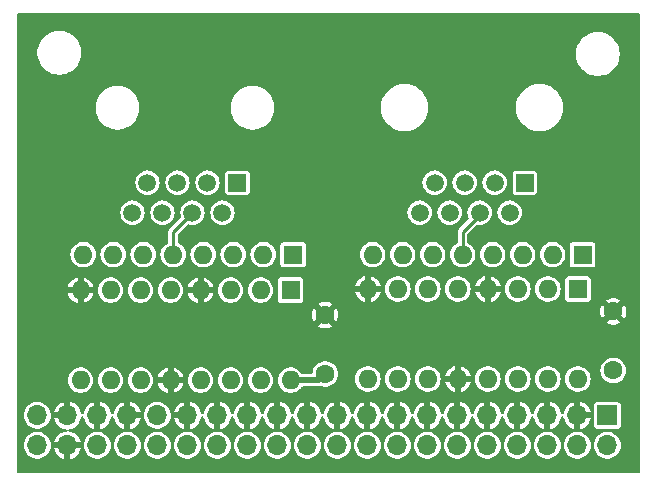
<source format=gbr>
G04 #@! TF.GenerationSoftware,KiCad,Pcbnew,8.0.4*
G04 #@! TF.CreationDate,2024-12-02T02:55:26-05:00*
G04 #@! TF.ProjectId,Quad_Diff_Out,51756164-5f44-4696-9666-5f4f75742e6b,v1*
G04 #@! TF.SameCoordinates,Original*
G04 #@! TF.FileFunction,Copper,L2,Bot*
G04 #@! TF.FilePolarity,Positive*
%FSLAX46Y46*%
G04 Gerber Fmt 4.6, Leading zero omitted, Abs format (unit mm)*
G04 Created by KiCad (PCBNEW 8.0.4) date 2024-12-02 02:55:26*
%MOMM*%
%LPD*%
G01*
G04 APERTURE LIST*
G04 #@! TA.AperFunction,ComponentPad*
%ADD10C,1.600000*%
G04 #@! TD*
G04 #@! TA.AperFunction,ComponentPad*
%ADD11R,1.500000X1.500000*%
G04 #@! TD*
G04 #@! TA.AperFunction,ComponentPad*
%ADD12C,1.500000*%
G04 #@! TD*
G04 #@! TA.AperFunction,ComponentPad*
%ADD13R,1.600000X1.600000*%
G04 #@! TD*
G04 #@! TA.AperFunction,ComponentPad*
%ADD14O,1.600000X1.600000*%
G04 #@! TD*
G04 #@! TA.AperFunction,ComponentPad*
%ADD15R,1.700000X1.700000*%
G04 #@! TD*
G04 #@! TA.AperFunction,ComponentPad*
%ADD16O,1.700000X1.700000*%
G04 #@! TD*
G04 #@! TA.AperFunction,ViaPad*
%ADD17C,0.800000*%
G04 #@! TD*
G04 #@! TA.AperFunction,Conductor*
%ADD18C,0.500000*%
G04 #@! TD*
G04 #@! TA.AperFunction,Conductor*
%ADD19C,0.250000*%
G04 #@! TD*
G04 APERTURE END LIST*
D10*
X161500000Y-99300000D03*
X161500000Y-94300000D03*
D11*
X154000000Y-83400000D03*
D12*
X152730000Y-85940000D03*
X151460000Y-83400000D03*
X150190000Y-85940000D03*
X148920000Y-83400000D03*
X147650000Y-85940000D03*
X146380000Y-83400000D03*
X145110000Y-85940000D03*
D13*
X158900000Y-89500000D03*
D14*
X156360000Y-89500000D03*
X153820000Y-89500000D03*
X151280000Y-89500000D03*
X148740000Y-89500000D03*
X146200000Y-89500000D03*
X143660000Y-89500000D03*
X141120000Y-89500000D03*
D13*
X158500000Y-92400000D03*
D14*
X155960000Y-92400000D03*
X153420000Y-92400000D03*
X150880000Y-92400000D03*
X148340000Y-92400000D03*
X145800000Y-92400000D03*
X143260000Y-92400000D03*
X140720000Y-92400000D03*
X140720000Y-100020000D03*
X143260000Y-100020000D03*
X145800000Y-100020000D03*
X148340000Y-100020000D03*
X150880000Y-100020000D03*
X153420000Y-100020000D03*
X155960000Y-100020000D03*
X158500000Y-100020000D03*
D13*
X134400000Y-89500000D03*
D14*
X131860000Y-89500000D03*
X129320000Y-89500000D03*
X126780000Y-89500000D03*
X124240000Y-89500000D03*
X121700000Y-89500000D03*
X119160000Y-89500000D03*
X116620000Y-89500000D03*
D11*
X129682500Y-83400000D03*
D12*
X128412500Y-85940000D03*
X127142500Y-83400000D03*
X125872500Y-85940000D03*
X124602500Y-83400000D03*
X123332500Y-85940000D03*
X122062500Y-83400000D03*
X120792500Y-85940000D03*
D13*
X134175000Y-92500000D03*
D14*
X131635000Y-92500000D03*
X129095000Y-92500000D03*
X126555000Y-92500000D03*
X124015000Y-92500000D03*
X121475000Y-92500000D03*
X118935000Y-92500000D03*
X116395000Y-92500000D03*
X116395000Y-100120000D03*
X118935000Y-100120000D03*
X121475000Y-100120000D03*
X124015000Y-100120000D03*
X126555000Y-100120000D03*
X129095000Y-100120000D03*
X131635000Y-100120000D03*
X134175000Y-100120000D03*
D10*
X137100000Y-99600000D03*
X137100000Y-94600000D03*
D15*
X161000000Y-103100000D03*
D16*
X161000000Y-105640000D03*
X158460000Y-103100000D03*
X158460000Y-105640000D03*
X155920000Y-103100000D03*
X155920000Y-105640000D03*
X153380000Y-103100000D03*
X153380000Y-105640000D03*
X150840000Y-103100000D03*
X150840000Y-105640000D03*
X148300000Y-103100000D03*
X148300000Y-105640000D03*
X145760000Y-103100000D03*
X145760000Y-105640000D03*
X143220000Y-103100000D03*
X143220000Y-105640000D03*
X140680000Y-103100000D03*
X140680000Y-105640000D03*
X138140000Y-103100000D03*
X138140000Y-105640000D03*
X135600000Y-103100000D03*
X135600000Y-105640000D03*
X133060000Y-103100000D03*
X133060000Y-105640000D03*
X130520000Y-103100000D03*
X130520000Y-105640000D03*
X127980000Y-103100000D03*
X127980000Y-105640000D03*
X125440000Y-103100000D03*
X125440000Y-105640000D03*
X122900000Y-103100000D03*
X122900000Y-105640000D03*
X120360000Y-103100000D03*
X120360000Y-105640000D03*
X117820000Y-103100000D03*
X117820000Y-105640000D03*
X115280000Y-103100000D03*
X115280000Y-105640000D03*
X112740000Y-103100000D03*
X112740000Y-105640000D03*
D17*
X117800000Y-96800000D03*
X154900000Y-85400000D03*
X152100000Y-97900000D03*
X150800000Y-94600000D03*
X155300000Y-96100000D03*
X161400000Y-89400000D03*
X147400000Y-79800000D03*
X156600000Y-80000000D03*
X162900000Y-85800000D03*
X137000000Y-90100000D03*
X137000000Y-88200000D03*
X132700000Y-94600000D03*
X129000000Y-94500000D03*
X113900000Y-99100000D03*
X118900000Y-82500000D03*
X114300000Y-86100000D03*
X139500000Y-79600000D03*
X126000000Y-79600000D03*
X119600000Y-79600000D03*
X115100000Y-80400000D03*
X135400000Y-82300000D03*
X137200000Y-85200000D03*
X140700000Y-82300000D03*
X140200000Y-85200000D03*
X162700000Y-107100000D03*
D18*
X136580000Y-100120000D02*
X137100000Y-99600000D01*
X134175000Y-100120000D02*
X136580000Y-100120000D01*
D19*
X124240000Y-87572500D02*
X125872500Y-85940000D01*
X124240000Y-89500000D02*
X124240000Y-87572500D01*
X148750000Y-89490000D02*
X148740000Y-89500000D01*
X150190000Y-86110000D02*
X148750000Y-87550000D01*
X150190000Y-85940000D02*
X150190000Y-86110000D01*
X148750000Y-87550000D02*
X148750000Y-89490000D01*
G04 #@! TA.AperFunction,Conductor*
G36*
X163716621Y-69045502D02*
G01*
X163763114Y-69099158D01*
X163774500Y-69151500D01*
X163774500Y-107848500D01*
X163754498Y-107916621D01*
X163700842Y-107963114D01*
X163648500Y-107974500D01*
X111151500Y-107974500D01*
X111083379Y-107954498D01*
X111036886Y-107900842D01*
X111025500Y-107848500D01*
X111025500Y-105640000D01*
X111606665Y-105640000D01*
X111625962Y-105848251D01*
X111683195Y-106049403D01*
X111683196Y-106049405D01*
X111683197Y-106049408D01*
X111776419Y-106236624D01*
X111776420Y-106236625D01*
X111776421Y-106236627D01*
X111902453Y-106403522D01*
X112057013Y-106544421D01*
X112057014Y-106544422D01*
X112234817Y-106654513D01*
X112234820Y-106654514D01*
X112234829Y-106654520D01*
X112429843Y-106730069D01*
X112429848Y-106730071D01*
X112635429Y-106768500D01*
X112635431Y-106768500D01*
X112844569Y-106768500D01*
X112844571Y-106768500D01*
X113050152Y-106730071D01*
X113245171Y-106654520D01*
X113422987Y-106544421D01*
X113577545Y-106403523D01*
X113703581Y-106236624D01*
X113796803Y-106049408D01*
X113854038Y-105848250D01*
X113873335Y-105640000D01*
X113854038Y-105431750D01*
X113796803Y-105230592D01*
X113703581Y-105043376D01*
X113703578Y-105043372D01*
X113577546Y-104876477D01*
X113422986Y-104735578D01*
X113422985Y-104735577D01*
X113245182Y-104625486D01*
X113245175Y-104625482D01*
X113245171Y-104625480D01*
X113050155Y-104549930D01*
X113050157Y-104549930D01*
X113050152Y-104549929D01*
X112844571Y-104511500D01*
X112635429Y-104511500D01*
X112429848Y-104549929D01*
X112429843Y-104549930D01*
X112234833Y-104625478D01*
X112234817Y-104625486D01*
X112057014Y-104735577D01*
X112057013Y-104735578D01*
X111902453Y-104876477D01*
X111776421Y-105043372D01*
X111683195Y-105230596D01*
X111625962Y-105431748D01*
X111606665Y-105640000D01*
X111025500Y-105640000D01*
X111025500Y-103100000D01*
X111606665Y-103100000D01*
X111625962Y-103308251D01*
X111683195Y-103509403D01*
X111683196Y-103509405D01*
X111683197Y-103509408D01*
X111776419Y-103696624D01*
X111776420Y-103696625D01*
X111776421Y-103696627D01*
X111902453Y-103863522D01*
X112057013Y-104004421D01*
X112057014Y-104004422D01*
X112234817Y-104114513D01*
X112234820Y-104114514D01*
X112234829Y-104114520D01*
X112429843Y-104190069D01*
X112429848Y-104190071D01*
X112635429Y-104228500D01*
X112635431Y-104228500D01*
X112844569Y-104228500D01*
X112844571Y-104228500D01*
X113050152Y-104190071D01*
X113245171Y-104114520D01*
X113422987Y-104004421D01*
X113577545Y-103863523D01*
X113703581Y-103696624D01*
X113796803Y-103509408D01*
X113854038Y-103308250D01*
X113873335Y-103100000D01*
X113854038Y-102891750D01*
X113841021Y-102845999D01*
X114148308Y-102845999D01*
X114148309Y-102846000D01*
X114849297Y-102846000D01*
X114814075Y-102907007D01*
X114780000Y-103034174D01*
X114780000Y-103165826D01*
X114814075Y-103292993D01*
X114849297Y-103354000D01*
X114148309Y-103354000D01*
X114195570Y-103520108D01*
X114195573Y-103520115D01*
X114291227Y-103712215D01*
X114291231Y-103712220D01*
X114420562Y-103883483D01*
X114579159Y-104028063D01*
X114579160Y-104028064D01*
X114761612Y-104141033D01*
X114761628Y-104141041D01*
X114961736Y-104218564D01*
X114961735Y-104218564D01*
X115109278Y-104246145D01*
X115172564Y-104278324D01*
X115208406Y-104339609D01*
X115205425Y-104410543D01*
X115164567Y-104468605D01*
X115109278Y-104493855D01*
X114961735Y-104521435D01*
X114761628Y-104598958D01*
X114761612Y-104598966D01*
X114579160Y-104711935D01*
X114579159Y-104711936D01*
X114420562Y-104856516D01*
X114291231Y-105027779D01*
X114291227Y-105027784D01*
X114195573Y-105219884D01*
X114195570Y-105219891D01*
X114148308Y-105385999D01*
X114148309Y-105386000D01*
X114849297Y-105386000D01*
X114814075Y-105447007D01*
X114780000Y-105574174D01*
X114780000Y-105705826D01*
X114814075Y-105832993D01*
X114849297Y-105894000D01*
X114148309Y-105894000D01*
X114195570Y-106060108D01*
X114195573Y-106060115D01*
X114291227Y-106252215D01*
X114291231Y-106252220D01*
X114420562Y-106423483D01*
X114579159Y-106568063D01*
X114579160Y-106568064D01*
X114761612Y-106681033D01*
X114761628Y-106681041D01*
X114961733Y-106758563D01*
X114961736Y-106758564D01*
X115026000Y-106770577D01*
X115026000Y-106070702D01*
X115087007Y-106105925D01*
X115214174Y-106140000D01*
X115345826Y-106140000D01*
X115472993Y-106105925D01*
X115534000Y-106070702D01*
X115534000Y-106770577D01*
X115598263Y-106758564D01*
X115598266Y-106758563D01*
X115798371Y-106681041D01*
X115798387Y-106681033D01*
X115980839Y-106568064D01*
X115980840Y-106568063D01*
X116139437Y-106423483D01*
X116268768Y-106252220D01*
X116268772Y-106252215D01*
X116364426Y-106060115D01*
X116364429Y-106060108D01*
X116411691Y-105894000D01*
X115710703Y-105894000D01*
X115745925Y-105832993D01*
X115780000Y-105705826D01*
X115780000Y-105640000D01*
X116686665Y-105640000D01*
X116705962Y-105848251D01*
X116763195Y-106049403D01*
X116763196Y-106049405D01*
X116763197Y-106049408D01*
X116856419Y-106236624D01*
X116856420Y-106236625D01*
X116856421Y-106236627D01*
X116982453Y-106403522D01*
X117137013Y-106544421D01*
X117137014Y-106544422D01*
X117314817Y-106654513D01*
X117314820Y-106654514D01*
X117314829Y-106654520D01*
X117509843Y-106730069D01*
X117509848Y-106730071D01*
X117715429Y-106768500D01*
X117715431Y-106768500D01*
X117924569Y-106768500D01*
X117924571Y-106768500D01*
X118130152Y-106730071D01*
X118325171Y-106654520D01*
X118502987Y-106544421D01*
X118657545Y-106403523D01*
X118783581Y-106236624D01*
X118876803Y-106049408D01*
X118934038Y-105848250D01*
X118953335Y-105640000D01*
X119226665Y-105640000D01*
X119245962Y-105848251D01*
X119303195Y-106049403D01*
X119303196Y-106049405D01*
X119303197Y-106049408D01*
X119396419Y-106236624D01*
X119396420Y-106236625D01*
X119396421Y-106236627D01*
X119522453Y-106403522D01*
X119677013Y-106544421D01*
X119677014Y-106544422D01*
X119854817Y-106654513D01*
X119854820Y-106654514D01*
X119854829Y-106654520D01*
X120049843Y-106730069D01*
X120049848Y-106730071D01*
X120255429Y-106768500D01*
X120255431Y-106768500D01*
X120464569Y-106768500D01*
X120464571Y-106768500D01*
X120670152Y-106730071D01*
X120865171Y-106654520D01*
X121042987Y-106544421D01*
X121197545Y-106403523D01*
X121323581Y-106236624D01*
X121416803Y-106049408D01*
X121474038Y-105848250D01*
X121493335Y-105640000D01*
X121766665Y-105640000D01*
X121785962Y-105848251D01*
X121843195Y-106049403D01*
X121843196Y-106049405D01*
X121843197Y-106049408D01*
X121936419Y-106236624D01*
X121936420Y-106236625D01*
X121936421Y-106236627D01*
X122062453Y-106403522D01*
X122217013Y-106544421D01*
X122217014Y-106544422D01*
X122394817Y-106654513D01*
X122394820Y-106654514D01*
X122394829Y-106654520D01*
X122589843Y-106730069D01*
X122589848Y-106730071D01*
X122795429Y-106768500D01*
X122795431Y-106768500D01*
X123004569Y-106768500D01*
X123004571Y-106768500D01*
X123210152Y-106730071D01*
X123405171Y-106654520D01*
X123582987Y-106544421D01*
X123737545Y-106403523D01*
X123863581Y-106236624D01*
X123956803Y-106049408D01*
X124014038Y-105848250D01*
X124033335Y-105640000D01*
X124306665Y-105640000D01*
X124325962Y-105848251D01*
X124383195Y-106049403D01*
X124383196Y-106049405D01*
X124383197Y-106049408D01*
X124476419Y-106236624D01*
X124476420Y-106236625D01*
X124476421Y-106236627D01*
X124602453Y-106403522D01*
X124757013Y-106544421D01*
X124757014Y-106544422D01*
X124934817Y-106654513D01*
X124934820Y-106654514D01*
X124934829Y-106654520D01*
X125129843Y-106730069D01*
X125129848Y-106730071D01*
X125335429Y-106768500D01*
X125335431Y-106768500D01*
X125544569Y-106768500D01*
X125544571Y-106768500D01*
X125750152Y-106730071D01*
X125945171Y-106654520D01*
X126122987Y-106544421D01*
X126277545Y-106403523D01*
X126403581Y-106236624D01*
X126496803Y-106049408D01*
X126554038Y-105848250D01*
X126573335Y-105640000D01*
X126846665Y-105640000D01*
X126865962Y-105848251D01*
X126923195Y-106049403D01*
X126923196Y-106049405D01*
X126923197Y-106049408D01*
X127016419Y-106236624D01*
X127016420Y-106236625D01*
X127016421Y-106236627D01*
X127142453Y-106403522D01*
X127297013Y-106544421D01*
X127297014Y-106544422D01*
X127474817Y-106654513D01*
X127474820Y-106654514D01*
X127474829Y-106654520D01*
X127669843Y-106730069D01*
X127669848Y-106730071D01*
X127875429Y-106768500D01*
X127875431Y-106768500D01*
X128084569Y-106768500D01*
X128084571Y-106768500D01*
X128290152Y-106730071D01*
X128485171Y-106654520D01*
X128662987Y-106544421D01*
X128817545Y-106403523D01*
X128943581Y-106236624D01*
X129036803Y-106049408D01*
X129094038Y-105848250D01*
X129113335Y-105640000D01*
X129386665Y-105640000D01*
X129405962Y-105848251D01*
X129463195Y-106049403D01*
X129463196Y-106049405D01*
X129463197Y-106049408D01*
X129556419Y-106236624D01*
X129556420Y-106236625D01*
X129556421Y-106236627D01*
X129682453Y-106403522D01*
X129837013Y-106544421D01*
X129837014Y-106544422D01*
X130014817Y-106654513D01*
X130014820Y-106654514D01*
X130014829Y-106654520D01*
X130209843Y-106730069D01*
X130209848Y-106730071D01*
X130415429Y-106768500D01*
X130415431Y-106768500D01*
X130624569Y-106768500D01*
X130624571Y-106768500D01*
X130830152Y-106730071D01*
X131025171Y-106654520D01*
X131202987Y-106544421D01*
X131357545Y-106403523D01*
X131483581Y-106236624D01*
X131576803Y-106049408D01*
X131634038Y-105848250D01*
X131653335Y-105640000D01*
X131926665Y-105640000D01*
X131945962Y-105848251D01*
X132003195Y-106049403D01*
X132003196Y-106049405D01*
X132003197Y-106049408D01*
X132096419Y-106236624D01*
X132096420Y-106236625D01*
X132096421Y-106236627D01*
X132222453Y-106403522D01*
X132377013Y-106544421D01*
X132377014Y-106544422D01*
X132554817Y-106654513D01*
X132554820Y-106654514D01*
X132554829Y-106654520D01*
X132749843Y-106730069D01*
X132749848Y-106730071D01*
X132955429Y-106768500D01*
X132955431Y-106768500D01*
X133164569Y-106768500D01*
X133164571Y-106768500D01*
X133370152Y-106730071D01*
X133565171Y-106654520D01*
X133742987Y-106544421D01*
X133897545Y-106403523D01*
X134023581Y-106236624D01*
X134116803Y-106049408D01*
X134174038Y-105848250D01*
X134193335Y-105640000D01*
X134466665Y-105640000D01*
X134485962Y-105848251D01*
X134543195Y-106049403D01*
X134543196Y-106049405D01*
X134543197Y-106049408D01*
X134636419Y-106236624D01*
X134636420Y-106236625D01*
X134636421Y-106236627D01*
X134762453Y-106403522D01*
X134917013Y-106544421D01*
X134917014Y-106544422D01*
X135094817Y-106654513D01*
X135094820Y-106654514D01*
X135094829Y-106654520D01*
X135289843Y-106730069D01*
X135289848Y-106730071D01*
X135495429Y-106768500D01*
X135495431Y-106768500D01*
X135704569Y-106768500D01*
X135704571Y-106768500D01*
X135910152Y-106730071D01*
X136105171Y-106654520D01*
X136282987Y-106544421D01*
X136437545Y-106403523D01*
X136563581Y-106236624D01*
X136656803Y-106049408D01*
X136714038Y-105848250D01*
X136733335Y-105640000D01*
X137006665Y-105640000D01*
X137025962Y-105848251D01*
X137083195Y-106049403D01*
X137083196Y-106049405D01*
X137083197Y-106049408D01*
X137176419Y-106236624D01*
X137176420Y-106236625D01*
X137176421Y-106236627D01*
X137302453Y-106403522D01*
X137457013Y-106544421D01*
X137457014Y-106544422D01*
X137634817Y-106654513D01*
X137634820Y-106654514D01*
X137634829Y-106654520D01*
X137829843Y-106730069D01*
X137829848Y-106730071D01*
X138035429Y-106768500D01*
X138035431Y-106768500D01*
X138244569Y-106768500D01*
X138244571Y-106768500D01*
X138450152Y-106730071D01*
X138645171Y-106654520D01*
X138822987Y-106544421D01*
X138977545Y-106403523D01*
X139103581Y-106236624D01*
X139196803Y-106049408D01*
X139254038Y-105848250D01*
X139273335Y-105640000D01*
X139546665Y-105640000D01*
X139565962Y-105848251D01*
X139623195Y-106049403D01*
X139623196Y-106049405D01*
X139623197Y-106049408D01*
X139716419Y-106236624D01*
X139716420Y-106236625D01*
X139716421Y-106236627D01*
X139842453Y-106403522D01*
X139997013Y-106544421D01*
X139997014Y-106544422D01*
X140174817Y-106654513D01*
X140174820Y-106654514D01*
X140174829Y-106654520D01*
X140369843Y-106730069D01*
X140369848Y-106730071D01*
X140575429Y-106768500D01*
X140575431Y-106768500D01*
X140784569Y-106768500D01*
X140784571Y-106768500D01*
X140990152Y-106730071D01*
X141185171Y-106654520D01*
X141362987Y-106544421D01*
X141517545Y-106403523D01*
X141643581Y-106236624D01*
X141736803Y-106049408D01*
X141794038Y-105848250D01*
X141813335Y-105640000D01*
X142086665Y-105640000D01*
X142105962Y-105848251D01*
X142163195Y-106049403D01*
X142163196Y-106049405D01*
X142163197Y-106049408D01*
X142256419Y-106236624D01*
X142256420Y-106236625D01*
X142256421Y-106236627D01*
X142382453Y-106403522D01*
X142537013Y-106544421D01*
X142537014Y-106544422D01*
X142714817Y-106654513D01*
X142714820Y-106654514D01*
X142714829Y-106654520D01*
X142909843Y-106730069D01*
X142909848Y-106730071D01*
X143115429Y-106768500D01*
X143115431Y-106768500D01*
X143324569Y-106768500D01*
X143324571Y-106768500D01*
X143530152Y-106730071D01*
X143725171Y-106654520D01*
X143902987Y-106544421D01*
X144057545Y-106403523D01*
X144183581Y-106236624D01*
X144276803Y-106049408D01*
X144334038Y-105848250D01*
X144353335Y-105640000D01*
X144626665Y-105640000D01*
X144645962Y-105848251D01*
X144703195Y-106049403D01*
X144703196Y-106049405D01*
X144703197Y-106049408D01*
X144796419Y-106236624D01*
X144796420Y-106236625D01*
X144796421Y-106236627D01*
X144922453Y-106403522D01*
X145077013Y-106544421D01*
X145077014Y-106544422D01*
X145254817Y-106654513D01*
X145254820Y-106654514D01*
X145254829Y-106654520D01*
X145449843Y-106730069D01*
X145449848Y-106730071D01*
X145655429Y-106768500D01*
X145655431Y-106768500D01*
X145864569Y-106768500D01*
X145864571Y-106768500D01*
X146070152Y-106730071D01*
X146265171Y-106654520D01*
X146442987Y-106544421D01*
X146597545Y-106403523D01*
X146723581Y-106236624D01*
X146816803Y-106049408D01*
X146874038Y-105848250D01*
X146893335Y-105640000D01*
X147166665Y-105640000D01*
X147185962Y-105848251D01*
X147243195Y-106049403D01*
X147243196Y-106049405D01*
X147243197Y-106049408D01*
X147336419Y-106236624D01*
X147336420Y-106236625D01*
X147336421Y-106236627D01*
X147462453Y-106403522D01*
X147617013Y-106544421D01*
X147617014Y-106544422D01*
X147794817Y-106654513D01*
X147794820Y-106654514D01*
X147794829Y-106654520D01*
X147989843Y-106730069D01*
X147989848Y-106730071D01*
X148195429Y-106768500D01*
X148195431Y-106768500D01*
X148404569Y-106768500D01*
X148404571Y-106768500D01*
X148610152Y-106730071D01*
X148805171Y-106654520D01*
X148982987Y-106544421D01*
X149137545Y-106403523D01*
X149263581Y-106236624D01*
X149356803Y-106049408D01*
X149414038Y-105848250D01*
X149433335Y-105640000D01*
X149706665Y-105640000D01*
X149725962Y-105848251D01*
X149783195Y-106049403D01*
X149783196Y-106049405D01*
X149783197Y-106049408D01*
X149876419Y-106236624D01*
X149876420Y-106236625D01*
X149876421Y-106236627D01*
X150002453Y-106403522D01*
X150157013Y-106544421D01*
X150157014Y-106544422D01*
X150334817Y-106654513D01*
X150334820Y-106654514D01*
X150334829Y-106654520D01*
X150529843Y-106730069D01*
X150529848Y-106730071D01*
X150735429Y-106768500D01*
X150735431Y-106768500D01*
X150944569Y-106768500D01*
X150944571Y-106768500D01*
X151150152Y-106730071D01*
X151345171Y-106654520D01*
X151522987Y-106544421D01*
X151677545Y-106403523D01*
X151803581Y-106236624D01*
X151896803Y-106049408D01*
X151954038Y-105848250D01*
X151973335Y-105640000D01*
X152246665Y-105640000D01*
X152265962Y-105848251D01*
X152323195Y-106049403D01*
X152323196Y-106049405D01*
X152323197Y-106049408D01*
X152416419Y-106236624D01*
X152416420Y-106236625D01*
X152416421Y-106236627D01*
X152542453Y-106403522D01*
X152697013Y-106544421D01*
X152697014Y-106544422D01*
X152874817Y-106654513D01*
X152874820Y-106654514D01*
X152874829Y-106654520D01*
X153069843Y-106730069D01*
X153069848Y-106730071D01*
X153275429Y-106768500D01*
X153275431Y-106768500D01*
X153484569Y-106768500D01*
X153484571Y-106768500D01*
X153690152Y-106730071D01*
X153885171Y-106654520D01*
X154062987Y-106544421D01*
X154217545Y-106403523D01*
X154343581Y-106236624D01*
X154436803Y-106049408D01*
X154494038Y-105848250D01*
X154513335Y-105640000D01*
X154786665Y-105640000D01*
X154805962Y-105848251D01*
X154863195Y-106049403D01*
X154863196Y-106049405D01*
X154863197Y-106049408D01*
X154956419Y-106236624D01*
X154956420Y-106236625D01*
X154956421Y-106236627D01*
X155082453Y-106403522D01*
X155237013Y-106544421D01*
X155237014Y-106544422D01*
X155414817Y-106654513D01*
X155414820Y-106654514D01*
X155414829Y-106654520D01*
X155609843Y-106730069D01*
X155609848Y-106730071D01*
X155815429Y-106768500D01*
X155815431Y-106768500D01*
X156024569Y-106768500D01*
X156024571Y-106768500D01*
X156230152Y-106730071D01*
X156425171Y-106654520D01*
X156602987Y-106544421D01*
X156757545Y-106403523D01*
X156883581Y-106236624D01*
X156976803Y-106049408D01*
X157034038Y-105848250D01*
X157053335Y-105640000D01*
X157326665Y-105640000D01*
X157345962Y-105848251D01*
X157403195Y-106049403D01*
X157403196Y-106049405D01*
X157403197Y-106049408D01*
X157496419Y-106236624D01*
X157496420Y-106236625D01*
X157496421Y-106236627D01*
X157622453Y-106403522D01*
X157777013Y-106544421D01*
X157777014Y-106544422D01*
X157954817Y-106654513D01*
X157954820Y-106654514D01*
X157954829Y-106654520D01*
X158149843Y-106730069D01*
X158149848Y-106730071D01*
X158355429Y-106768500D01*
X158355431Y-106768500D01*
X158564569Y-106768500D01*
X158564571Y-106768500D01*
X158770152Y-106730071D01*
X158965171Y-106654520D01*
X159142987Y-106544421D01*
X159297545Y-106403523D01*
X159423581Y-106236624D01*
X159516803Y-106049408D01*
X159574038Y-105848250D01*
X159593335Y-105640000D01*
X159866665Y-105640000D01*
X159885962Y-105848251D01*
X159943195Y-106049403D01*
X159943196Y-106049405D01*
X159943197Y-106049408D01*
X160036419Y-106236624D01*
X160036420Y-106236625D01*
X160036421Y-106236627D01*
X160162453Y-106403522D01*
X160317013Y-106544421D01*
X160317014Y-106544422D01*
X160494817Y-106654513D01*
X160494820Y-106654514D01*
X160494829Y-106654520D01*
X160689843Y-106730069D01*
X160689848Y-106730071D01*
X160895429Y-106768500D01*
X160895431Y-106768500D01*
X161104569Y-106768500D01*
X161104571Y-106768500D01*
X161310152Y-106730071D01*
X161505171Y-106654520D01*
X161682987Y-106544421D01*
X161837545Y-106403523D01*
X161963581Y-106236624D01*
X162056803Y-106049408D01*
X162114038Y-105848250D01*
X162133335Y-105640000D01*
X162114038Y-105431750D01*
X162056803Y-105230592D01*
X161963581Y-105043376D01*
X161963578Y-105043372D01*
X161837546Y-104876477D01*
X161682986Y-104735578D01*
X161682985Y-104735577D01*
X161505182Y-104625486D01*
X161505175Y-104625482D01*
X161505171Y-104625480D01*
X161310155Y-104549930D01*
X161310157Y-104549930D01*
X161310152Y-104549929D01*
X161104571Y-104511500D01*
X160895429Y-104511500D01*
X160689848Y-104549929D01*
X160689843Y-104549930D01*
X160494833Y-104625478D01*
X160494817Y-104625486D01*
X160317014Y-104735577D01*
X160317013Y-104735578D01*
X160162453Y-104876477D01*
X160036421Y-105043372D01*
X159943195Y-105230596D01*
X159885962Y-105431748D01*
X159866665Y-105640000D01*
X159593335Y-105640000D01*
X159574038Y-105431750D01*
X159516803Y-105230592D01*
X159423581Y-105043376D01*
X159423578Y-105043372D01*
X159297546Y-104876477D01*
X159142986Y-104735578D01*
X159142985Y-104735577D01*
X158965182Y-104625486D01*
X158965175Y-104625482D01*
X158965171Y-104625480D01*
X158770155Y-104549930D01*
X158770157Y-104549930D01*
X158770152Y-104549929D01*
X158564571Y-104511500D01*
X158355429Y-104511500D01*
X158149848Y-104549929D01*
X158149843Y-104549930D01*
X157954833Y-104625478D01*
X157954817Y-104625486D01*
X157777014Y-104735577D01*
X157777013Y-104735578D01*
X157622453Y-104876477D01*
X157496421Y-105043372D01*
X157403195Y-105230596D01*
X157345962Y-105431748D01*
X157326665Y-105640000D01*
X157053335Y-105640000D01*
X157034038Y-105431750D01*
X156976803Y-105230592D01*
X156883581Y-105043376D01*
X156883578Y-105043372D01*
X156757546Y-104876477D01*
X156602986Y-104735578D01*
X156602985Y-104735577D01*
X156425182Y-104625486D01*
X156425175Y-104625482D01*
X156425171Y-104625480D01*
X156230155Y-104549930D01*
X156230157Y-104549930D01*
X156230152Y-104549929D01*
X156024571Y-104511500D01*
X155815429Y-104511500D01*
X155609848Y-104549929D01*
X155609843Y-104549930D01*
X155414833Y-104625478D01*
X155414817Y-104625486D01*
X155237014Y-104735577D01*
X155237013Y-104735578D01*
X155082453Y-104876477D01*
X154956421Y-105043372D01*
X154863195Y-105230596D01*
X154805962Y-105431748D01*
X154786665Y-105640000D01*
X154513335Y-105640000D01*
X154494038Y-105431750D01*
X154436803Y-105230592D01*
X154343581Y-105043376D01*
X154343578Y-105043372D01*
X154217546Y-104876477D01*
X154062986Y-104735578D01*
X154062985Y-104735577D01*
X153885182Y-104625486D01*
X153885175Y-104625482D01*
X153885171Y-104625480D01*
X153690155Y-104549930D01*
X153690157Y-104549930D01*
X153690152Y-104549929D01*
X153484571Y-104511500D01*
X153275429Y-104511500D01*
X153069848Y-104549929D01*
X153069843Y-104549930D01*
X152874833Y-104625478D01*
X152874817Y-104625486D01*
X152697014Y-104735577D01*
X152697013Y-104735578D01*
X152542453Y-104876477D01*
X152416421Y-105043372D01*
X152323195Y-105230596D01*
X152265962Y-105431748D01*
X152246665Y-105640000D01*
X151973335Y-105640000D01*
X151954038Y-105431750D01*
X151896803Y-105230592D01*
X151803581Y-105043376D01*
X151803578Y-105043372D01*
X151677546Y-104876477D01*
X151522986Y-104735578D01*
X151522985Y-104735577D01*
X151345182Y-104625486D01*
X151345175Y-104625482D01*
X151345171Y-104625480D01*
X151150155Y-104549930D01*
X151150157Y-104549930D01*
X151150152Y-104549929D01*
X150944571Y-104511500D01*
X150735429Y-104511500D01*
X150529848Y-104549929D01*
X150529843Y-104549930D01*
X150334833Y-104625478D01*
X150334817Y-104625486D01*
X150157014Y-104735577D01*
X150157013Y-104735578D01*
X150002453Y-104876477D01*
X149876421Y-105043372D01*
X149783195Y-105230596D01*
X149725962Y-105431748D01*
X149706665Y-105640000D01*
X149433335Y-105640000D01*
X149414038Y-105431750D01*
X149356803Y-105230592D01*
X149263581Y-105043376D01*
X149263578Y-105043372D01*
X149137546Y-104876477D01*
X148982986Y-104735578D01*
X148982985Y-104735577D01*
X148805182Y-104625486D01*
X148805175Y-104625482D01*
X148805171Y-104625480D01*
X148610155Y-104549930D01*
X148610157Y-104549930D01*
X148610152Y-104549929D01*
X148404571Y-104511500D01*
X148195429Y-104511500D01*
X147989848Y-104549929D01*
X147989843Y-104549930D01*
X147794833Y-104625478D01*
X147794817Y-104625486D01*
X147617014Y-104735577D01*
X147617013Y-104735578D01*
X147462453Y-104876477D01*
X147336421Y-105043372D01*
X147243195Y-105230596D01*
X147185962Y-105431748D01*
X147166665Y-105640000D01*
X146893335Y-105640000D01*
X146874038Y-105431750D01*
X146816803Y-105230592D01*
X146723581Y-105043376D01*
X146723578Y-105043372D01*
X146597546Y-104876477D01*
X146442986Y-104735578D01*
X146442985Y-104735577D01*
X146265182Y-104625486D01*
X146265175Y-104625482D01*
X146265171Y-104625480D01*
X146070155Y-104549930D01*
X146070157Y-104549930D01*
X146070152Y-104549929D01*
X145864571Y-104511500D01*
X145655429Y-104511500D01*
X145449848Y-104549929D01*
X145449843Y-104549930D01*
X145254833Y-104625478D01*
X145254817Y-104625486D01*
X145077014Y-104735577D01*
X145077013Y-104735578D01*
X144922453Y-104876477D01*
X144796421Y-105043372D01*
X144703195Y-105230596D01*
X144645962Y-105431748D01*
X144626665Y-105640000D01*
X144353335Y-105640000D01*
X144334038Y-105431750D01*
X144276803Y-105230592D01*
X144183581Y-105043376D01*
X144183578Y-105043372D01*
X144057546Y-104876477D01*
X143902986Y-104735578D01*
X143902985Y-104735577D01*
X143725182Y-104625486D01*
X143725175Y-104625482D01*
X143725171Y-104625480D01*
X143530155Y-104549930D01*
X143530157Y-104549930D01*
X143530152Y-104549929D01*
X143324571Y-104511500D01*
X143115429Y-104511500D01*
X142909848Y-104549929D01*
X142909843Y-104549930D01*
X142714833Y-104625478D01*
X142714817Y-104625486D01*
X142537014Y-104735577D01*
X142537013Y-104735578D01*
X142382453Y-104876477D01*
X142256421Y-105043372D01*
X142163195Y-105230596D01*
X142105962Y-105431748D01*
X142086665Y-105640000D01*
X141813335Y-105640000D01*
X141794038Y-105431750D01*
X141736803Y-105230592D01*
X141643581Y-105043376D01*
X141643578Y-105043372D01*
X141517546Y-104876477D01*
X141362986Y-104735578D01*
X141362985Y-104735577D01*
X141185182Y-104625486D01*
X141185175Y-104625482D01*
X141185171Y-104625480D01*
X140990155Y-104549930D01*
X140990157Y-104549930D01*
X140990152Y-104549929D01*
X140784571Y-104511500D01*
X140575429Y-104511500D01*
X140369848Y-104549929D01*
X140369843Y-104549930D01*
X140174833Y-104625478D01*
X140174817Y-104625486D01*
X139997014Y-104735577D01*
X139997013Y-104735578D01*
X139842453Y-104876477D01*
X139716421Y-105043372D01*
X139623195Y-105230596D01*
X139565962Y-105431748D01*
X139546665Y-105640000D01*
X139273335Y-105640000D01*
X139254038Y-105431750D01*
X139196803Y-105230592D01*
X139103581Y-105043376D01*
X139103578Y-105043372D01*
X138977546Y-104876477D01*
X138822986Y-104735578D01*
X138822985Y-104735577D01*
X138645182Y-104625486D01*
X138645175Y-104625482D01*
X138645171Y-104625480D01*
X138450155Y-104549930D01*
X138450157Y-104549930D01*
X138450152Y-104549929D01*
X138244571Y-104511500D01*
X138035429Y-104511500D01*
X137829848Y-104549929D01*
X137829843Y-104549930D01*
X137634833Y-104625478D01*
X137634817Y-104625486D01*
X137457014Y-104735577D01*
X137457013Y-104735578D01*
X137302453Y-104876477D01*
X137176421Y-105043372D01*
X137083195Y-105230596D01*
X137025962Y-105431748D01*
X137006665Y-105640000D01*
X136733335Y-105640000D01*
X136714038Y-105431750D01*
X136656803Y-105230592D01*
X136563581Y-105043376D01*
X136563578Y-105043372D01*
X136437546Y-104876477D01*
X136282986Y-104735578D01*
X136282985Y-104735577D01*
X136105182Y-104625486D01*
X136105175Y-104625482D01*
X136105171Y-104625480D01*
X135910155Y-104549930D01*
X135910157Y-104549930D01*
X135910152Y-104549929D01*
X135704571Y-104511500D01*
X135495429Y-104511500D01*
X135289848Y-104549929D01*
X135289843Y-104549930D01*
X135094833Y-104625478D01*
X135094817Y-104625486D01*
X134917014Y-104735577D01*
X134917013Y-104735578D01*
X134762453Y-104876477D01*
X134636421Y-105043372D01*
X134543195Y-105230596D01*
X134485962Y-105431748D01*
X134466665Y-105640000D01*
X134193335Y-105640000D01*
X134174038Y-105431750D01*
X134116803Y-105230592D01*
X134023581Y-105043376D01*
X134023578Y-105043372D01*
X133897546Y-104876477D01*
X133742986Y-104735578D01*
X133742985Y-104735577D01*
X133565182Y-104625486D01*
X133565175Y-104625482D01*
X133565171Y-104625480D01*
X133370155Y-104549930D01*
X133370157Y-104549930D01*
X133370152Y-104549929D01*
X133164571Y-104511500D01*
X132955429Y-104511500D01*
X132749848Y-104549929D01*
X132749843Y-104549930D01*
X132554833Y-104625478D01*
X132554817Y-104625486D01*
X132377014Y-104735577D01*
X132377013Y-104735578D01*
X132222453Y-104876477D01*
X132096421Y-105043372D01*
X132003195Y-105230596D01*
X131945962Y-105431748D01*
X131926665Y-105640000D01*
X131653335Y-105640000D01*
X131634038Y-105431750D01*
X131576803Y-105230592D01*
X131483581Y-105043376D01*
X131483578Y-105043372D01*
X131357546Y-104876477D01*
X131202986Y-104735578D01*
X131202985Y-104735577D01*
X131025182Y-104625486D01*
X131025175Y-104625482D01*
X131025171Y-104625480D01*
X130830155Y-104549930D01*
X130830157Y-104549930D01*
X130830152Y-104549929D01*
X130624571Y-104511500D01*
X130415429Y-104511500D01*
X130209848Y-104549929D01*
X130209843Y-104549930D01*
X130014833Y-104625478D01*
X130014817Y-104625486D01*
X129837014Y-104735577D01*
X129837013Y-104735578D01*
X129682453Y-104876477D01*
X129556421Y-105043372D01*
X129463195Y-105230596D01*
X129405962Y-105431748D01*
X129386665Y-105640000D01*
X129113335Y-105640000D01*
X129094038Y-105431750D01*
X129036803Y-105230592D01*
X128943581Y-105043376D01*
X128943578Y-105043372D01*
X128817546Y-104876477D01*
X128662986Y-104735578D01*
X128662985Y-104735577D01*
X128485182Y-104625486D01*
X128485175Y-104625482D01*
X128485171Y-104625480D01*
X128290155Y-104549930D01*
X128290157Y-104549930D01*
X128290152Y-104549929D01*
X128084571Y-104511500D01*
X127875429Y-104511500D01*
X127669848Y-104549929D01*
X127669843Y-104549930D01*
X127474833Y-104625478D01*
X127474817Y-104625486D01*
X127297014Y-104735577D01*
X127297013Y-104735578D01*
X127142453Y-104876477D01*
X127016421Y-105043372D01*
X126923195Y-105230596D01*
X126865962Y-105431748D01*
X126846665Y-105640000D01*
X126573335Y-105640000D01*
X126554038Y-105431750D01*
X126496803Y-105230592D01*
X126403581Y-105043376D01*
X126403578Y-105043372D01*
X126277546Y-104876477D01*
X126122986Y-104735578D01*
X126122985Y-104735577D01*
X125945182Y-104625486D01*
X125945175Y-104625482D01*
X125945171Y-104625480D01*
X125750155Y-104549930D01*
X125750157Y-104549930D01*
X125750152Y-104549929D01*
X125544571Y-104511500D01*
X125335429Y-104511500D01*
X125129848Y-104549929D01*
X125129843Y-104549930D01*
X124934833Y-104625478D01*
X124934817Y-104625486D01*
X124757014Y-104735577D01*
X124757013Y-104735578D01*
X124602453Y-104876477D01*
X124476421Y-105043372D01*
X124383195Y-105230596D01*
X124325962Y-105431748D01*
X124306665Y-105640000D01*
X124033335Y-105640000D01*
X124014038Y-105431750D01*
X123956803Y-105230592D01*
X123863581Y-105043376D01*
X123863578Y-105043372D01*
X123737546Y-104876477D01*
X123582986Y-104735578D01*
X123582985Y-104735577D01*
X123405182Y-104625486D01*
X123405175Y-104625482D01*
X123405171Y-104625480D01*
X123210155Y-104549930D01*
X123210157Y-104549930D01*
X123210152Y-104549929D01*
X123004571Y-104511500D01*
X122795429Y-104511500D01*
X122589848Y-104549929D01*
X122589843Y-104549930D01*
X122394833Y-104625478D01*
X122394817Y-104625486D01*
X122217014Y-104735577D01*
X122217013Y-104735578D01*
X122062453Y-104876477D01*
X121936421Y-105043372D01*
X121843195Y-105230596D01*
X121785962Y-105431748D01*
X121766665Y-105640000D01*
X121493335Y-105640000D01*
X121474038Y-105431750D01*
X121416803Y-105230592D01*
X121323581Y-105043376D01*
X121323578Y-105043372D01*
X121197546Y-104876477D01*
X121042986Y-104735578D01*
X121042985Y-104735577D01*
X120865182Y-104625486D01*
X120865175Y-104625482D01*
X120865171Y-104625480D01*
X120670155Y-104549930D01*
X120670157Y-104549930D01*
X120670152Y-104549929D01*
X120464571Y-104511500D01*
X120255429Y-104511500D01*
X120049848Y-104549929D01*
X120049843Y-104549930D01*
X119854833Y-104625478D01*
X119854817Y-104625486D01*
X119677014Y-104735577D01*
X119677013Y-104735578D01*
X119522453Y-104876477D01*
X119396421Y-105043372D01*
X119303195Y-105230596D01*
X119245962Y-105431748D01*
X119226665Y-105640000D01*
X118953335Y-105640000D01*
X118934038Y-105431750D01*
X118876803Y-105230592D01*
X118783581Y-105043376D01*
X118783578Y-105043372D01*
X118657546Y-104876477D01*
X118502986Y-104735578D01*
X118502985Y-104735577D01*
X118325182Y-104625486D01*
X118325175Y-104625482D01*
X118325171Y-104625480D01*
X118130155Y-104549930D01*
X118130157Y-104549930D01*
X118130152Y-104549929D01*
X117924571Y-104511500D01*
X117715429Y-104511500D01*
X117509848Y-104549929D01*
X117509843Y-104549930D01*
X117314833Y-104625478D01*
X117314817Y-104625486D01*
X117137014Y-104735577D01*
X117137013Y-104735578D01*
X116982453Y-104876477D01*
X116856421Y-105043372D01*
X116763195Y-105230596D01*
X116705962Y-105431748D01*
X116686665Y-105640000D01*
X115780000Y-105640000D01*
X115780000Y-105574174D01*
X115745925Y-105447007D01*
X115710703Y-105386000D01*
X116411691Y-105386000D01*
X116411691Y-105385999D01*
X116364429Y-105219891D01*
X116364426Y-105219884D01*
X116268772Y-105027784D01*
X116268768Y-105027779D01*
X116139437Y-104856516D01*
X115980840Y-104711936D01*
X115980839Y-104711935D01*
X115798387Y-104598966D01*
X115798371Y-104598958D01*
X115598263Y-104521435D01*
X115598264Y-104521435D01*
X115450721Y-104493855D01*
X115387435Y-104461676D01*
X115351593Y-104400391D01*
X115354574Y-104329457D01*
X115395431Y-104271395D01*
X115450721Y-104246145D01*
X115598264Y-104218564D01*
X115798371Y-104141041D01*
X115798387Y-104141033D01*
X115980839Y-104028064D01*
X115980840Y-104028063D01*
X116139437Y-103883483D01*
X116268768Y-103712220D01*
X116268772Y-103712215D01*
X116364426Y-103520115D01*
X116364429Y-103520109D01*
X116423158Y-103313695D01*
X116424537Y-103298817D01*
X116450740Y-103232833D01*
X116508456Y-103191489D01*
X116579363Y-103187912D01*
X116640947Y-103223238D01*
X116673656Y-103286251D01*
X116675463Y-103298817D01*
X116676841Y-103313695D01*
X116735570Y-103520109D01*
X116735573Y-103520115D01*
X116831227Y-103712215D01*
X116831231Y-103712220D01*
X116960562Y-103883483D01*
X117119159Y-104028063D01*
X117119160Y-104028064D01*
X117301612Y-104141033D01*
X117301628Y-104141041D01*
X117501733Y-104218563D01*
X117501736Y-104218564D01*
X117566000Y-104230577D01*
X117566000Y-103530702D01*
X117627007Y-103565925D01*
X117754174Y-103600000D01*
X117885826Y-103600000D01*
X118012993Y-103565925D01*
X118074000Y-103530702D01*
X118074000Y-104230577D01*
X118138263Y-104218564D01*
X118138266Y-104218563D01*
X118338371Y-104141041D01*
X118338387Y-104141033D01*
X118520839Y-104028064D01*
X118520840Y-104028063D01*
X118679437Y-103883483D01*
X118808768Y-103712220D01*
X118808772Y-103712215D01*
X118904426Y-103520115D01*
X118904429Y-103520109D01*
X118963158Y-103313695D01*
X118964537Y-103298817D01*
X118990740Y-103232833D01*
X119048456Y-103191489D01*
X119119363Y-103187912D01*
X119180947Y-103223238D01*
X119213656Y-103286251D01*
X119215463Y-103298817D01*
X119216841Y-103313695D01*
X119275570Y-103520109D01*
X119275573Y-103520115D01*
X119371227Y-103712215D01*
X119371231Y-103712220D01*
X119500562Y-103883483D01*
X119659159Y-104028063D01*
X119659160Y-104028064D01*
X119841612Y-104141033D01*
X119841628Y-104141041D01*
X120041733Y-104218563D01*
X120041736Y-104218564D01*
X120106000Y-104230577D01*
X120106000Y-103530702D01*
X120167007Y-103565925D01*
X120294174Y-103600000D01*
X120425826Y-103600000D01*
X120552993Y-103565925D01*
X120614000Y-103530702D01*
X120614000Y-104230577D01*
X120678263Y-104218564D01*
X120678266Y-104218563D01*
X120878371Y-104141041D01*
X120878387Y-104141033D01*
X121060839Y-104028064D01*
X121060840Y-104028063D01*
X121219437Y-103883483D01*
X121348768Y-103712220D01*
X121348772Y-103712215D01*
X121444426Y-103520115D01*
X121444429Y-103520108D01*
X121491691Y-103354000D01*
X120790703Y-103354000D01*
X120825925Y-103292993D01*
X120860000Y-103165826D01*
X120860000Y-103100000D01*
X121766665Y-103100000D01*
X121785962Y-103308251D01*
X121843195Y-103509403D01*
X121843196Y-103509405D01*
X121843197Y-103509408D01*
X121936419Y-103696624D01*
X121936420Y-103696625D01*
X121936421Y-103696627D01*
X122062453Y-103863522D01*
X122217013Y-104004421D01*
X122217014Y-104004422D01*
X122394817Y-104114513D01*
X122394820Y-104114514D01*
X122394829Y-104114520D01*
X122589843Y-104190069D01*
X122589848Y-104190071D01*
X122795429Y-104228500D01*
X122795431Y-104228500D01*
X123004569Y-104228500D01*
X123004571Y-104228500D01*
X123210152Y-104190071D01*
X123405171Y-104114520D01*
X123582987Y-104004421D01*
X123737545Y-103863523D01*
X123863581Y-103696624D01*
X123956803Y-103509408D01*
X124014038Y-103308250D01*
X124033335Y-103100000D01*
X124014038Y-102891750D01*
X124001021Y-102845999D01*
X124308308Y-102845999D01*
X124308309Y-102846000D01*
X125009297Y-102846000D01*
X124974075Y-102907007D01*
X124940000Y-103034174D01*
X124940000Y-103165826D01*
X124974075Y-103292993D01*
X125009297Y-103354000D01*
X124308309Y-103354000D01*
X124355570Y-103520108D01*
X124355573Y-103520115D01*
X124451227Y-103712215D01*
X124451231Y-103712220D01*
X124580562Y-103883483D01*
X124739159Y-104028063D01*
X124739160Y-104028064D01*
X124921612Y-104141033D01*
X124921628Y-104141041D01*
X125121733Y-104218563D01*
X125121736Y-104218564D01*
X125186000Y-104230577D01*
X125186000Y-103530702D01*
X125247007Y-103565925D01*
X125374174Y-103600000D01*
X125505826Y-103600000D01*
X125632993Y-103565925D01*
X125694000Y-103530702D01*
X125694000Y-104230577D01*
X125758263Y-104218564D01*
X125758266Y-104218563D01*
X125958371Y-104141041D01*
X125958387Y-104141033D01*
X126140839Y-104028064D01*
X126140840Y-104028063D01*
X126299437Y-103883483D01*
X126428768Y-103712220D01*
X126428772Y-103712215D01*
X126524426Y-103520115D01*
X126524429Y-103520109D01*
X126583158Y-103313695D01*
X126584537Y-103298817D01*
X126610740Y-103232833D01*
X126668456Y-103191489D01*
X126739363Y-103187912D01*
X126800947Y-103223238D01*
X126833656Y-103286251D01*
X126835463Y-103298817D01*
X126836841Y-103313695D01*
X126895570Y-103520109D01*
X126895573Y-103520115D01*
X126991227Y-103712215D01*
X126991231Y-103712220D01*
X127120562Y-103883483D01*
X127279159Y-104028063D01*
X127279160Y-104028064D01*
X127461612Y-104141033D01*
X127461628Y-104141041D01*
X127661733Y-104218563D01*
X127661736Y-104218564D01*
X127726000Y-104230577D01*
X127726000Y-103530702D01*
X127787007Y-103565925D01*
X127914174Y-103600000D01*
X128045826Y-103600000D01*
X128172993Y-103565925D01*
X128234000Y-103530702D01*
X128234000Y-104230577D01*
X128298263Y-104218564D01*
X128298266Y-104218563D01*
X128498371Y-104141041D01*
X128498387Y-104141033D01*
X128680839Y-104028064D01*
X128680840Y-104028063D01*
X128839437Y-103883483D01*
X128968768Y-103712220D01*
X128968772Y-103712215D01*
X129064426Y-103520115D01*
X129064429Y-103520109D01*
X129123158Y-103313695D01*
X129124537Y-103298817D01*
X129150740Y-103232833D01*
X129208456Y-103191489D01*
X129279363Y-103187912D01*
X129340947Y-103223238D01*
X129373656Y-103286251D01*
X129375463Y-103298817D01*
X129376841Y-103313695D01*
X129435570Y-103520109D01*
X129435573Y-103520115D01*
X129531227Y-103712215D01*
X129531231Y-103712220D01*
X129660562Y-103883483D01*
X129819159Y-104028063D01*
X129819160Y-104028064D01*
X130001612Y-104141033D01*
X130001628Y-104141041D01*
X130201733Y-104218563D01*
X130201736Y-104218564D01*
X130266000Y-104230577D01*
X130266000Y-103530702D01*
X130327007Y-103565925D01*
X130454174Y-103600000D01*
X130585826Y-103600000D01*
X130712993Y-103565925D01*
X130774000Y-103530702D01*
X130774000Y-104230577D01*
X130838263Y-104218564D01*
X130838266Y-104218563D01*
X131038371Y-104141041D01*
X131038387Y-104141033D01*
X131220839Y-104028064D01*
X131220840Y-104028063D01*
X131379437Y-103883483D01*
X131508768Y-103712220D01*
X131508772Y-103712215D01*
X131604426Y-103520115D01*
X131604429Y-103520109D01*
X131663158Y-103313695D01*
X131664537Y-103298817D01*
X131690740Y-103232833D01*
X131748456Y-103191489D01*
X131819363Y-103187912D01*
X131880947Y-103223238D01*
X131913656Y-103286251D01*
X131915463Y-103298817D01*
X131916841Y-103313695D01*
X131975570Y-103520109D01*
X131975573Y-103520115D01*
X132071227Y-103712215D01*
X132071231Y-103712220D01*
X132200562Y-103883483D01*
X132359159Y-104028063D01*
X132359160Y-104028064D01*
X132541612Y-104141033D01*
X132541628Y-104141041D01*
X132741733Y-104218563D01*
X132741736Y-104218564D01*
X132806000Y-104230577D01*
X132806000Y-103530702D01*
X132867007Y-103565925D01*
X132994174Y-103600000D01*
X133125826Y-103600000D01*
X133252993Y-103565925D01*
X133314000Y-103530702D01*
X133314000Y-104230577D01*
X133378263Y-104218564D01*
X133378266Y-104218563D01*
X133578371Y-104141041D01*
X133578387Y-104141033D01*
X133760839Y-104028064D01*
X133760840Y-104028063D01*
X133919437Y-103883483D01*
X134048768Y-103712220D01*
X134048772Y-103712215D01*
X134144426Y-103520115D01*
X134144429Y-103520109D01*
X134203158Y-103313695D01*
X134204537Y-103298817D01*
X134230740Y-103232833D01*
X134288456Y-103191489D01*
X134359363Y-103187912D01*
X134420947Y-103223238D01*
X134453656Y-103286251D01*
X134455463Y-103298817D01*
X134456841Y-103313695D01*
X134515570Y-103520109D01*
X134515573Y-103520115D01*
X134611227Y-103712215D01*
X134611231Y-103712220D01*
X134740562Y-103883483D01*
X134899159Y-104028063D01*
X134899160Y-104028064D01*
X135081612Y-104141033D01*
X135081628Y-104141041D01*
X135281733Y-104218563D01*
X135281736Y-104218564D01*
X135346000Y-104230577D01*
X135346000Y-103530702D01*
X135407007Y-103565925D01*
X135534174Y-103600000D01*
X135665826Y-103600000D01*
X135792993Y-103565925D01*
X135854000Y-103530702D01*
X135854000Y-104230577D01*
X135918263Y-104218564D01*
X135918266Y-104218563D01*
X136118371Y-104141041D01*
X136118387Y-104141033D01*
X136300839Y-104028064D01*
X136300840Y-104028063D01*
X136459437Y-103883483D01*
X136588768Y-103712220D01*
X136588772Y-103712215D01*
X136684426Y-103520115D01*
X136684429Y-103520109D01*
X136743158Y-103313695D01*
X136744537Y-103298817D01*
X136770740Y-103232833D01*
X136828456Y-103191489D01*
X136899363Y-103187912D01*
X136960947Y-103223238D01*
X136993656Y-103286251D01*
X136995463Y-103298817D01*
X136996841Y-103313695D01*
X137055570Y-103520109D01*
X137055573Y-103520115D01*
X137151227Y-103712215D01*
X137151231Y-103712220D01*
X137280562Y-103883483D01*
X137439159Y-104028063D01*
X137439160Y-104028064D01*
X137621612Y-104141033D01*
X137621628Y-104141041D01*
X137821733Y-104218563D01*
X137821736Y-104218564D01*
X137886000Y-104230577D01*
X137886000Y-103530702D01*
X137947007Y-103565925D01*
X138074174Y-103600000D01*
X138205826Y-103600000D01*
X138332993Y-103565925D01*
X138394000Y-103530702D01*
X138394000Y-104230577D01*
X138458263Y-104218564D01*
X138458266Y-104218563D01*
X138658371Y-104141041D01*
X138658387Y-104141033D01*
X138840839Y-104028064D01*
X138840840Y-104028063D01*
X138999437Y-103883483D01*
X139128768Y-103712220D01*
X139128772Y-103712215D01*
X139224426Y-103520115D01*
X139224429Y-103520109D01*
X139283158Y-103313695D01*
X139284537Y-103298817D01*
X139310740Y-103232833D01*
X139368456Y-103191489D01*
X139439363Y-103187912D01*
X139500947Y-103223238D01*
X139533656Y-103286251D01*
X139535463Y-103298817D01*
X139536841Y-103313695D01*
X139595570Y-103520109D01*
X139595573Y-103520115D01*
X139691227Y-103712215D01*
X139691231Y-103712220D01*
X139820562Y-103883483D01*
X139979159Y-104028063D01*
X139979160Y-104028064D01*
X140161612Y-104141033D01*
X140161628Y-104141041D01*
X140361733Y-104218563D01*
X140361736Y-104218564D01*
X140426000Y-104230577D01*
X140426000Y-103530702D01*
X140487007Y-103565925D01*
X140614174Y-103600000D01*
X140745826Y-103600000D01*
X140872993Y-103565925D01*
X140934000Y-103530702D01*
X140934000Y-104230577D01*
X140998263Y-104218564D01*
X140998266Y-104218563D01*
X141198371Y-104141041D01*
X141198387Y-104141033D01*
X141380839Y-104028064D01*
X141380840Y-104028063D01*
X141539437Y-103883483D01*
X141668768Y-103712220D01*
X141668772Y-103712215D01*
X141764426Y-103520115D01*
X141764429Y-103520109D01*
X141823158Y-103313695D01*
X141824537Y-103298817D01*
X141850740Y-103232833D01*
X141908456Y-103191489D01*
X141979363Y-103187912D01*
X142040947Y-103223238D01*
X142073656Y-103286251D01*
X142075463Y-103298817D01*
X142076841Y-103313695D01*
X142135570Y-103520109D01*
X142135573Y-103520115D01*
X142231227Y-103712215D01*
X142231231Y-103712220D01*
X142360562Y-103883483D01*
X142519159Y-104028063D01*
X142519160Y-104028064D01*
X142701612Y-104141033D01*
X142701628Y-104141041D01*
X142901733Y-104218563D01*
X142901736Y-104218564D01*
X142966000Y-104230577D01*
X142966000Y-103530702D01*
X143027007Y-103565925D01*
X143154174Y-103600000D01*
X143285826Y-103600000D01*
X143412993Y-103565925D01*
X143474000Y-103530702D01*
X143474000Y-104230577D01*
X143538263Y-104218564D01*
X143538266Y-104218563D01*
X143738371Y-104141041D01*
X143738387Y-104141033D01*
X143920839Y-104028064D01*
X143920840Y-104028063D01*
X144079437Y-103883483D01*
X144208768Y-103712220D01*
X144208772Y-103712215D01*
X144304426Y-103520115D01*
X144304429Y-103520109D01*
X144363158Y-103313695D01*
X144364537Y-103298817D01*
X144390740Y-103232833D01*
X144448456Y-103191489D01*
X144519363Y-103187912D01*
X144580947Y-103223238D01*
X144613656Y-103286251D01*
X144615463Y-103298817D01*
X144616841Y-103313695D01*
X144675570Y-103520109D01*
X144675573Y-103520115D01*
X144771227Y-103712215D01*
X144771231Y-103712220D01*
X144900562Y-103883483D01*
X145059159Y-104028063D01*
X145059160Y-104028064D01*
X145241612Y-104141033D01*
X145241628Y-104141041D01*
X145441733Y-104218563D01*
X145441736Y-104218564D01*
X145506000Y-104230577D01*
X145506000Y-103530702D01*
X145567007Y-103565925D01*
X145694174Y-103600000D01*
X145825826Y-103600000D01*
X145952993Y-103565925D01*
X146014000Y-103530702D01*
X146014000Y-104230577D01*
X146078263Y-104218564D01*
X146078266Y-104218563D01*
X146278371Y-104141041D01*
X146278387Y-104141033D01*
X146460839Y-104028064D01*
X146460840Y-104028063D01*
X146619437Y-103883483D01*
X146748768Y-103712220D01*
X146748772Y-103712215D01*
X146844426Y-103520115D01*
X146844429Y-103520109D01*
X146903158Y-103313695D01*
X146904537Y-103298817D01*
X146930740Y-103232833D01*
X146988456Y-103191489D01*
X147059363Y-103187912D01*
X147120947Y-103223238D01*
X147153656Y-103286251D01*
X147155463Y-103298817D01*
X147156841Y-103313695D01*
X147215570Y-103520109D01*
X147215573Y-103520115D01*
X147311227Y-103712215D01*
X147311231Y-103712220D01*
X147440562Y-103883483D01*
X147599159Y-104028063D01*
X147599160Y-104028064D01*
X147781612Y-104141033D01*
X147781628Y-104141041D01*
X147981733Y-104218563D01*
X147981736Y-104218564D01*
X148046000Y-104230577D01*
X148046000Y-103530702D01*
X148107007Y-103565925D01*
X148234174Y-103600000D01*
X148365826Y-103600000D01*
X148492993Y-103565925D01*
X148554000Y-103530702D01*
X148554000Y-104230577D01*
X148618263Y-104218564D01*
X148618266Y-104218563D01*
X148818371Y-104141041D01*
X148818387Y-104141033D01*
X149000839Y-104028064D01*
X149000840Y-104028063D01*
X149159437Y-103883483D01*
X149288768Y-103712220D01*
X149288772Y-103712215D01*
X149384426Y-103520115D01*
X149384429Y-103520109D01*
X149443158Y-103313695D01*
X149444537Y-103298817D01*
X149470740Y-103232833D01*
X149528456Y-103191489D01*
X149599363Y-103187912D01*
X149660947Y-103223238D01*
X149693656Y-103286251D01*
X149695463Y-103298817D01*
X149696841Y-103313695D01*
X149755570Y-103520109D01*
X149755573Y-103520115D01*
X149851227Y-103712215D01*
X149851231Y-103712220D01*
X149980562Y-103883483D01*
X150139159Y-104028063D01*
X150139160Y-104028064D01*
X150321612Y-104141033D01*
X150321628Y-104141041D01*
X150521733Y-104218563D01*
X150521736Y-104218564D01*
X150586000Y-104230577D01*
X150586000Y-103530702D01*
X150647007Y-103565925D01*
X150774174Y-103600000D01*
X150905826Y-103600000D01*
X151032993Y-103565925D01*
X151094000Y-103530702D01*
X151094000Y-104230577D01*
X151158263Y-104218564D01*
X151158266Y-104218563D01*
X151358371Y-104141041D01*
X151358387Y-104141033D01*
X151540839Y-104028064D01*
X151540840Y-104028063D01*
X151699437Y-103883483D01*
X151828768Y-103712220D01*
X151828772Y-103712215D01*
X151924426Y-103520115D01*
X151924429Y-103520109D01*
X151983158Y-103313695D01*
X151984537Y-103298817D01*
X152010740Y-103232833D01*
X152068456Y-103191489D01*
X152139363Y-103187912D01*
X152200947Y-103223238D01*
X152233656Y-103286251D01*
X152235463Y-103298817D01*
X152236841Y-103313695D01*
X152295570Y-103520109D01*
X152295573Y-103520115D01*
X152391227Y-103712215D01*
X152391231Y-103712220D01*
X152520562Y-103883483D01*
X152679159Y-104028063D01*
X152679160Y-104028064D01*
X152861612Y-104141033D01*
X152861628Y-104141041D01*
X153061733Y-104218563D01*
X153061736Y-104218564D01*
X153126000Y-104230577D01*
X153126000Y-103530702D01*
X153187007Y-103565925D01*
X153314174Y-103600000D01*
X153445826Y-103600000D01*
X153572993Y-103565925D01*
X153634000Y-103530702D01*
X153634000Y-104230577D01*
X153698263Y-104218564D01*
X153698266Y-104218563D01*
X153898371Y-104141041D01*
X153898387Y-104141033D01*
X154080839Y-104028064D01*
X154080840Y-104028063D01*
X154239437Y-103883483D01*
X154368768Y-103712220D01*
X154368772Y-103712215D01*
X154464426Y-103520115D01*
X154464429Y-103520109D01*
X154523158Y-103313695D01*
X154524537Y-103298817D01*
X154550740Y-103232833D01*
X154608456Y-103191489D01*
X154679363Y-103187912D01*
X154740947Y-103223238D01*
X154773656Y-103286251D01*
X154775463Y-103298817D01*
X154776841Y-103313695D01*
X154835570Y-103520109D01*
X154835573Y-103520115D01*
X154931227Y-103712215D01*
X154931231Y-103712220D01*
X155060562Y-103883483D01*
X155219159Y-104028063D01*
X155219160Y-104028064D01*
X155401612Y-104141033D01*
X155401628Y-104141041D01*
X155601733Y-104218563D01*
X155601736Y-104218564D01*
X155666000Y-104230577D01*
X155666000Y-103530702D01*
X155727007Y-103565925D01*
X155854174Y-103600000D01*
X155985826Y-103600000D01*
X156112993Y-103565925D01*
X156174000Y-103530702D01*
X156174000Y-104230577D01*
X156238263Y-104218564D01*
X156238266Y-104218563D01*
X156438371Y-104141041D01*
X156438387Y-104141033D01*
X156620839Y-104028064D01*
X156620840Y-104028063D01*
X156779437Y-103883483D01*
X156908768Y-103712220D01*
X156908772Y-103712215D01*
X157004426Y-103520115D01*
X157004429Y-103520109D01*
X157063158Y-103313695D01*
X157064537Y-103298817D01*
X157090740Y-103232833D01*
X157148456Y-103191489D01*
X157219363Y-103187912D01*
X157280947Y-103223238D01*
X157313656Y-103286251D01*
X157315463Y-103298817D01*
X157316841Y-103313695D01*
X157375570Y-103520109D01*
X157375573Y-103520115D01*
X157471227Y-103712215D01*
X157471231Y-103712220D01*
X157600562Y-103883483D01*
X157759159Y-104028063D01*
X157759160Y-104028064D01*
X157941612Y-104141033D01*
X157941628Y-104141041D01*
X158141733Y-104218563D01*
X158141736Y-104218564D01*
X158206000Y-104230577D01*
X158206000Y-103530702D01*
X158267007Y-103565925D01*
X158394174Y-103600000D01*
X158525826Y-103600000D01*
X158652993Y-103565925D01*
X158714000Y-103530702D01*
X158714000Y-104230577D01*
X158778263Y-104218564D01*
X158778266Y-104218563D01*
X158978371Y-104141041D01*
X158978387Y-104141033D01*
X159160839Y-104028064D01*
X159160840Y-104028063D01*
X159319437Y-103883483D01*
X159448768Y-103712220D01*
X159448772Y-103712215D01*
X159544426Y-103520115D01*
X159544429Y-103520108D01*
X159591691Y-103354000D01*
X158890703Y-103354000D01*
X158925925Y-103292993D01*
X158960000Y-103165826D01*
X158960000Y-103034174D01*
X158925925Y-102907007D01*
X158890703Y-102846000D01*
X159591691Y-102846000D01*
X159591691Y-102845999D01*
X159544429Y-102679891D01*
X159544426Y-102679884D01*
X159448772Y-102487784D01*
X159448768Y-102487779D01*
X159319437Y-102316516D01*
X159200858Y-102208417D01*
X159871500Y-102208417D01*
X159871500Y-103991582D01*
X159874201Y-104014866D01*
X159874202Y-104014868D01*
X159916257Y-104110115D01*
X159916261Y-104110121D01*
X159989878Y-104183738D01*
X159989881Y-104183740D01*
X159989883Y-104183742D01*
X160085133Y-104225798D01*
X160108418Y-104228499D01*
X160108419Y-104228500D01*
X160108422Y-104228500D01*
X161891581Y-104228500D01*
X161891581Y-104228499D01*
X161914867Y-104225798D01*
X162010117Y-104183742D01*
X162083742Y-104110117D01*
X162125798Y-104014867D01*
X162128500Y-103991578D01*
X162128500Y-102208422D01*
X162125798Y-102185133D01*
X162083742Y-102089883D01*
X162083740Y-102089881D01*
X162083738Y-102089878D01*
X162010121Y-102016261D01*
X162010115Y-102016257D01*
X161914868Y-101974202D01*
X161914866Y-101974201D01*
X161891582Y-101971500D01*
X161891578Y-101971500D01*
X160108422Y-101971500D01*
X160108417Y-101971500D01*
X160085133Y-101974201D01*
X160085131Y-101974202D01*
X159989884Y-102016257D01*
X159989878Y-102016261D01*
X159916261Y-102089878D01*
X159916257Y-102089884D01*
X159874202Y-102185131D01*
X159874201Y-102185133D01*
X159871500Y-102208417D01*
X159200858Y-102208417D01*
X159160840Y-102171936D01*
X159160839Y-102171935D01*
X158978387Y-102058966D01*
X158978371Y-102058958D01*
X158778260Y-101981434D01*
X158778258Y-101981433D01*
X158714000Y-101969420D01*
X158714000Y-102669297D01*
X158652993Y-102634075D01*
X158525826Y-102600000D01*
X158394174Y-102600000D01*
X158267007Y-102634075D01*
X158206000Y-102669297D01*
X158206000Y-101969420D01*
X158205999Y-101969420D01*
X158141741Y-101981433D01*
X158141739Y-101981434D01*
X157941628Y-102058958D01*
X157941612Y-102058966D01*
X157759160Y-102171935D01*
X157759159Y-102171936D01*
X157600562Y-102316516D01*
X157471231Y-102487779D01*
X157471227Y-102487784D01*
X157375573Y-102679884D01*
X157375570Y-102679890D01*
X157316840Y-102886307D01*
X157316840Y-102886311D01*
X157315462Y-102901182D01*
X157289260Y-102967167D01*
X157231543Y-103008510D01*
X157160637Y-103012087D01*
X157099053Y-102976761D01*
X157066344Y-102913747D01*
X157064538Y-102901182D01*
X157063159Y-102886311D01*
X157063159Y-102886307D01*
X157004429Y-102679890D01*
X157004426Y-102679884D01*
X156908772Y-102487784D01*
X156908768Y-102487779D01*
X156779437Y-102316516D01*
X156620840Y-102171936D01*
X156620839Y-102171935D01*
X156438387Y-102058966D01*
X156438371Y-102058958D01*
X156238260Y-101981434D01*
X156238258Y-101981433D01*
X156174000Y-101969420D01*
X156174000Y-102669297D01*
X156112993Y-102634075D01*
X155985826Y-102600000D01*
X155854174Y-102600000D01*
X155727007Y-102634075D01*
X155666000Y-102669297D01*
X155666000Y-101969420D01*
X155601741Y-101981433D01*
X155601739Y-101981434D01*
X155401628Y-102058958D01*
X155401612Y-102058966D01*
X155219160Y-102171935D01*
X155219159Y-102171936D01*
X155060562Y-102316516D01*
X154931231Y-102487779D01*
X154931227Y-102487784D01*
X154835573Y-102679884D01*
X154835570Y-102679890D01*
X154776840Y-102886307D01*
X154776840Y-102886311D01*
X154775462Y-102901182D01*
X154749260Y-102967167D01*
X154691543Y-103008510D01*
X154620637Y-103012087D01*
X154559053Y-102976761D01*
X154526344Y-102913747D01*
X154524538Y-102901182D01*
X154523159Y-102886311D01*
X154523159Y-102886307D01*
X154464429Y-102679890D01*
X154464426Y-102679884D01*
X154368772Y-102487784D01*
X154368768Y-102487779D01*
X154239437Y-102316516D01*
X154080840Y-102171936D01*
X154080839Y-102171935D01*
X153898387Y-102058966D01*
X153898371Y-102058958D01*
X153698260Y-101981434D01*
X153698258Y-101981433D01*
X153634000Y-101969420D01*
X153634000Y-102669297D01*
X153572993Y-102634075D01*
X153445826Y-102600000D01*
X153314174Y-102600000D01*
X153187007Y-102634075D01*
X153126000Y-102669297D01*
X153126000Y-101969420D01*
X153061741Y-101981433D01*
X153061739Y-101981434D01*
X152861628Y-102058958D01*
X152861612Y-102058966D01*
X152679160Y-102171935D01*
X152679159Y-102171936D01*
X152520562Y-102316516D01*
X152391231Y-102487779D01*
X152391227Y-102487784D01*
X152295573Y-102679884D01*
X152295570Y-102679890D01*
X152236840Y-102886307D01*
X152236840Y-102886311D01*
X152235462Y-102901182D01*
X152209260Y-102967167D01*
X152151543Y-103008510D01*
X152080637Y-103012087D01*
X152019053Y-102976761D01*
X151986344Y-102913747D01*
X151984538Y-102901182D01*
X151983159Y-102886311D01*
X151983159Y-102886307D01*
X151924429Y-102679890D01*
X151924426Y-102679884D01*
X151828772Y-102487784D01*
X151828768Y-102487779D01*
X151699437Y-102316516D01*
X151540840Y-102171936D01*
X151540839Y-102171935D01*
X151358387Y-102058966D01*
X151358371Y-102058958D01*
X151158260Y-101981434D01*
X151158258Y-101981433D01*
X151094000Y-101969420D01*
X151094000Y-102669297D01*
X151032993Y-102634075D01*
X150905826Y-102600000D01*
X150774174Y-102600000D01*
X150647007Y-102634075D01*
X150586000Y-102669297D01*
X150586000Y-101969420D01*
X150521741Y-101981433D01*
X150521739Y-101981434D01*
X150321628Y-102058958D01*
X150321612Y-102058966D01*
X150139160Y-102171935D01*
X150139159Y-102171936D01*
X149980562Y-102316516D01*
X149851231Y-102487779D01*
X149851227Y-102487784D01*
X149755573Y-102679884D01*
X149755570Y-102679890D01*
X149696840Y-102886307D01*
X149696840Y-102886311D01*
X149695462Y-102901182D01*
X149669260Y-102967167D01*
X149611543Y-103008510D01*
X149540637Y-103012087D01*
X149479053Y-102976761D01*
X149446344Y-102913747D01*
X149444538Y-102901182D01*
X149443159Y-102886311D01*
X149443159Y-102886307D01*
X149384429Y-102679890D01*
X149384426Y-102679884D01*
X149288772Y-102487784D01*
X149288768Y-102487779D01*
X149159437Y-102316516D01*
X149000840Y-102171936D01*
X149000839Y-102171935D01*
X148818387Y-102058966D01*
X148818371Y-102058958D01*
X148618260Y-101981434D01*
X148618258Y-101981433D01*
X148554000Y-101969420D01*
X148554000Y-102669297D01*
X148492993Y-102634075D01*
X148365826Y-102600000D01*
X148234174Y-102600000D01*
X148107007Y-102634075D01*
X148046000Y-102669297D01*
X148046000Y-101969420D01*
X147981741Y-101981433D01*
X147981739Y-101981434D01*
X147781628Y-102058958D01*
X147781612Y-102058966D01*
X147599160Y-102171935D01*
X147599159Y-102171936D01*
X147440562Y-102316516D01*
X147311231Y-102487779D01*
X147311227Y-102487784D01*
X147215573Y-102679884D01*
X147215570Y-102679890D01*
X147156840Y-102886307D01*
X147156840Y-102886311D01*
X147155462Y-102901182D01*
X147129260Y-102967167D01*
X147071543Y-103008510D01*
X147000637Y-103012087D01*
X146939053Y-102976761D01*
X146906344Y-102913747D01*
X146904538Y-102901182D01*
X146903159Y-102886311D01*
X146903159Y-102886307D01*
X146844429Y-102679890D01*
X146844426Y-102679884D01*
X146748772Y-102487784D01*
X146748768Y-102487779D01*
X146619437Y-102316516D01*
X146460840Y-102171936D01*
X146460839Y-102171935D01*
X146278387Y-102058966D01*
X146278371Y-102058958D01*
X146078260Y-101981434D01*
X146078258Y-101981433D01*
X146014000Y-101969420D01*
X146014000Y-102669297D01*
X145952993Y-102634075D01*
X145825826Y-102600000D01*
X145694174Y-102600000D01*
X145567007Y-102634075D01*
X145506000Y-102669297D01*
X145506000Y-101969420D01*
X145441741Y-101981433D01*
X145441739Y-101981434D01*
X145241628Y-102058958D01*
X145241612Y-102058966D01*
X145059160Y-102171935D01*
X145059159Y-102171936D01*
X144900562Y-102316516D01*
X144771231Y-102487779D01*
X144771227Y-102487784D01*
X144675573Y-102679884D01*
X144675570Y-102679890D01*
X144616840Y-102886307D01*
X144616840Y-102886311D01*
X144615462Y-102901182D01*
X144589260Y-102967167D01*
X144531543Y-103008510D01*
X144460637Y-103012087D01*
X144399053Y-102976761D01*
X144366344Y-102913747D01*
X144364538Y-102901182D01*
X144363159Y-102886311D01*
X144363159Y-102886307D01*
X144304429Y-102679890D01*
X144304426Y-102679884D01*
X144208772Y-102487784D01*
X144208768Y-102487779D01*
X144079437Y-102316516D01*
X143920840Y-102171936D01*
X143920839Y-102171935D01*
X143738387Y-102058966D01*
X143738371Y-102058958D01*
X143538260Y-101981434D01*
X143538258Y-101981433D01*
X143474000Y-101969420D01*
X143474000Y-102669297D01*
X143412993Y-102634075D01*
X143285826Y-102600000D01*
X143154174Y-102600000D01*
X143027007Y-102634075D01*
X142966000Y-102669297D01*
X142966000Y-101969420D01*
X142901741Y-101981433D01*
X142901739Y-101981434D01*
X142701628Y-102058958D01*
X142701612Y-102058966D01*
X142519160Y-102171935D01*
X142519159Y-102171936D01*
X142360562Y-102316516D01*
X142231231Y-102487779D01*
X142231227Y-102487784D01*
X142135573Y-102679884D01*
X142135570Y-102679890D01*
X142076840Y-102886307D01*
X142076840Y-102886311D01*
X142075462Y-102901182D01*
X142049260Y-102967167D01*
X141991543Y-103008510D01*
X141920637Y-103012087D01*
X141859053Y-102976761D01*
X141826344Y-102913747D01*
X141824538Y-102901182D01*
X141823159Y-102886311D01*
X141823159Y-102886307D01*
X141764429Y-102679890D01*
X141764426Y-102679884D01*
X141668772Y-102487784D01*
X141668768Y-102487779D01*
X141539437Y-102316516D01*
X141380840Y-102171936D01*
X141380839Y-102171935D01*
X141198387Y-102058966D01*
X141198371Y-102058958D01*
X140998260Y-101981434D01*
X140998258Y-101981433D01*
X140934000Y-101969420D01*
X140934000Y-102669297D01*
X140872993Y-102634075D01*
X140745826Y-102600000D01*
X140614174Y-102600000D01*
X140487007Y-102634075D01*
X140426000Y-102669297D01*
X140426000Y-101969420D01*
X140425999Y-101969420D01*
X140361741Y-101981433D01*
X140361739Y-101981434D01*
X140161628Y-102058958D01*
X140161612Y-102058966D01*
X139979160Y-102171935D01*
X139979159Y-102171936D01*
X139820562Y-102316516D01*
X139691231Y-102487779D01*
X139691227Y-102487784D01*
X139595573Y-102679884D01*
X139595570Y-102679890D01*
X139536840Y-102886307D01*
X139536840Y-102886311D01*
X139535462Y-102901182D01*
X139509260Y-102967167D01*
X139451543Y-103008510D01*
X139380637Y-103012087D01*
X139319053Y-102976761D01*
X139286344Y-102913747D01*
X139284538Y-102901182D01*
X139283159Y-102886311D01*
X139283159Y-102886307D01*
X139224429Y-102679890D01*
X139224426Y-102679884D01*
X139128772Y-102487784D01*
X139128768Y-102487779D01*
X138999437Y-102316516D01*
X138840840Y-102171936D01*
X138840839Y-102171935D01*
X138658387Y-102058966D01*
X138658371Y-102058958D01*
X138458260Y-101981434D01*
X138458258Y-101981433D01*
X138394000Y-101969420D01*
X138394000Y-102669297D01*
X138332993Y-102634075D01*
X138205826Y-102600000D01*
X138074174Y-102600000D01*
X137947007Y-102634075D01*
X137886000Y-102669297D01*
X137886000Y-101969420D01*
X137885999Y-101969420D01*
X137821741Y-101981433D01*
X137821739Y-101981434D01*
X137621628Y-102058958D01*
X137621612Y-102058966D01*
X137439160Y-102171935D01*
X137439159Y-102171936D01*
X137280562Y-102316516D01*
X137151231Y-102487779D01*
X137151227Y-102487784D01*
X137055573Y-102679884D01*
X137055570Y-102679890D01*
X136996840Y-102886307D01*
X136996840Y-102886311D01*
X136995462Y-102901182D01*
X136969260Y-102967167D01*
X136911543Y-103008510D01*
X136840637Y-103012087D01*
X136779053Y-102976761D01*
X136746344Y-102913747D01*
X136744538Y-102901182D01*
X136743159Y-102886311D01*
X136743159Y-102886307D01*
X136684429Y-102679890D01*
X136684426Y-102679884D01*
X136588772Y-102487784D01*
X136588768Y-102487779D01*
X136459437Y-102316516D01*
X136300840Y-102171936D01*
X136300839Y-102171935D01*
X136118387Y-102058966D01*
X136118371Y-102058958D01*
X135918260Y-101981434D01*
X135918258Y-101981433D01*
X135854000Y-101969420D01*
X135854000Y-102669297D01*
X135792993Y-102634075D01*
X135665826Y-102600000D01*
X135534174Y-102600000D01*
X135407007Y-102634075D01*
X135346000Y-102669297D01*
X135346000Y-101969420D01*
X135281741Y-101981433D01*
X135281739Y-101981434D01*
X135081628Y-102058958D01*
X135081612Y-102058966D01*
X134899160Y-102171935D01*
X134899159Y-102171936D01*
X134740562Y-102316516D01*
X134611231Y-102487779D01*
X134611227Y-102487784D01*
X134515573Y-102679884D01*
X134515570Y-102679890D01*
X134456840Y-102886307D01*
X134456840Y-102886311D01*
X134455462Y-102901182D01*
X134429260Y-102967167D01*
X134371543Y-103008510D01*
X134300637Y-103012087D01*
X134239053Y-102976761D01*
X134206344Y-102913747D01*
X134204538Y-102901182D01*
X134203159Y-102886311D01*
X134203159Y-102886307D01*
X134144429Y-102679890D01*
X134144426Y-102679884D01*
X134048772Y-102487784D01*
X134048768Y-102487779D01*
X133919437Y-102316516D01*
X133760840Y-102171936D01*
X133760839Y-102171935D01*
X133578387Y-102058966D01*
X133578371Y-102058958D01*
X133378260Y-101981434D01*
X133378258Y-101981433D01*
X133314000Y-101969420D01*
X133314000Y-102669297D01*
X133252993Y-102634075D01*
X133125826Y-102600000D01*
X132994174Y-102600000D01*
X132867007Y-102634075D01*
X132806000Y-102669297D01*
X132806000Y-101969420D01*
X132741741Y-101981433D01*
X132741739Y-101981434D01*
X132541628Y-102058958D01*
X132541612Y-102058966D01*
X132359160Y-102171935D01*
X132359159Y-102171936D01*
X132200562Y-102316516D01*
X132071231Y-102487779D01*
X132071227Y-102487784D01*
X131975573Y-102679884D01*
X131975570Y-102679890D01*
X131916840Y-102886307D01*
X131916840Y-102886311D01*
X131915462Y-102901182D01*
X131889260Y-102967167D01*
X131831543Y-103008510D01*
X131760637Y-103012087D01*
X131699053Y-102976761D01*
X131666344Y-102913747D01*
X131664538Y-102901182D01*
X131663159Y-102886311D01*
X131663159Y-102886307D01*
X131604429Y-102679890D01*
X131604426Y-102679884D01*
X131508772Y-102487784D01*
X131508768Y-102487779D01*
X131379437Y-102316516D01*
X131220840Y-102171936D01*
X131220839Y-102171935D01*
X131038387Y-102058966D01*
X131038371Y-102058958D01*
X130838260Y-101981434D01*
X130838258Y-101981433D01*
X130774000Y-101969420D01*
X130774000Y-102669297D01*
X130712993Y-102634075D01*
X130585826Y-102600000D01*
X130454174Y-102600000D01*
X130327007Y-102634075D01*
X130266000Y-102669297D01*
X130266000Y-101969420D01*
X130265999Y-101969420D01*
X130201741Y-101981433D01*
X130201739Y-101981434D01*
X130001628Y-102058958D01*
X130001612Y-102058966D01*
X129819160Y-102171935D01*
X129819159Y-102171936D01*
X129660562Y-102316516D01*
X129531231Y-102487779D01*
X129531227Y-102487784D01*
X129435573Y-102679884D01*
X129435570Y-102679890D01*
X129376840Y-102886307D01*
X129376840Y-102886311D01*
X129375462Y-102901182D01*
X129349260Y-102967167D01*
X129291543Y-103008510D01*
X129220637Y-103012087D01*
X129159053Y-102976761D01*
X129126344Y-102913747D01*
X129124538Y-102901182D01*
X129123159Y-102886311D01*
X129123159Y-102886307D01*
X129064429Y-102679890D01*
X129064426Y-102679884D01*
X128968772Y-102487784D01*
X128968768Y-102487779D01*
X128839437Y-102316516D01*
X128680840Y-102171936D01*
X128680839Y-102171935D01*
X128498387Y-102058966D01*
X128498371Y-102058958D01*
X128298260Y-101981434D01*
X128298258Y-101981433D01*
X128234000Y-101969420D01*
X128234000Y-102669297D01*
X128172993Y-102634075D01*
X128045826Y-102600000D01*
X127914174Y-102600000D01*
X127787007Y-102634075D01*
X127726000Y-102669297D01*
X127726000Y-101969420D01*
X127725999Y-101969420D01*
X127661741Y-101981433D01*
X127661739Y-101981434D01*
X127461628Y-102058958D01*
X127461612Y-102058966D01*
X127279160Y-102171935D01*
X127279159Y-102171936D01*
X127120562Y-102316516D01*
X126991231Y-102487779D01*
X126991227Y-102487784D01*
X126895573Y-102679884D01*
X126895570Y-102679890D01*
X126836840Y-102886307D01*
X126836840Y-102886311D01*
X126835462Y-102901182D01*
X126809260Y-102967167D01*
X126751543Y-103008510D01*
X126680637Y-103012087D01*
X126619053Y-102976761D01*
X126586344Y-102913747D01*
X126584538Y-102901182D01*
X126583159Y-102886311D01*
X126583159Y-102886307D01*
X126524429Y-102679890D01*
X126524426Y-102679884D01*
X126428772Y-102487784D01*
X126428768Y-102487779D01*
X126299437Y-102316516D01*
X126140840Y-102171936D01*
X126140839Y-102171935D01*
X125958387Y-102058966D01*
X125958371Y-102058958D01*
X125758260Y-101981434D01*
X125758258Y-101981433D01*
X125694000Y-101969420D01*
X125694000Y-102669297D01*
X125632993Y-102634075D01*
X125505826Y-102600000D01*
X125374174Y-102600000D01*
X125247007Y-102634075D01*
X125186000Y-102669297D01*
X125186000Y-101969420D01*
X125121741Y-101981433D01*
X125121739Y-101981434D01*
X124921628Y-102058958D01*
X124921612Y-102058966D01*
X124739160Y-102171935D01*
X124739159Y-102171936D01*
X124580562Y-102316516D01*
X124451231Y-102487779D01*
X124451227Y-102487784D01*
X124355573Y-102679884D01*
X124355570Y-102679891D01*
X124308308Y-102845999D01*
X124001021Y-102845999D01*
X123956803Y-102690592D01*
X123863581Y-102503376D01*
X123863578Y-102503372D01*
X123737546Y-102336477D01*
X123582986Y-102195578D01*
X123582985Y-102195577D01*
X123405182Y-102085486D01*
X123405175Y-102085482D01*
X123405171Y-102085480D01*
X123226489Y-102016258D01*
X123210155Y-102009930D01*
X123210157Y-102009930D01*
X123210152Y-102009929D01*
X123004571Y-101971500D01*
X122795429Y-101971500D01*
X122589848Y-102009929D01*
X122589843Y-102009930D01*
X122394833Y-102085478D01*
X122394817Y-102085486D01*
X122217014Y-102195577D01*
X122217013Y-102195578D01*
X122062453Y-102336477D01*
X121936421Y-102503372D01*
X121843195Y-102690596D01*
X121785962Y-102891748D01*
X121766665Y-103100000D01*
X120860000Y-103100000D01*
X120860000Y-103034174D01*
X120825925Y-102907007D01*
X120790703Y-102846000D01*
X121491691Y-102846000D01*
X121491691Y-102845999D01*
X121444429Y-102679891D01*
X121444426Y-102679884D01*
X121348772Y-102487784D01*
X121348768Y-102487779D01*
X121219437Y-102316516D01*
X121060840Y-102171936D01*
X121060839Y-102171935D01*
X120878387Y-102058966D01*
X120878371Y-102058958D01*
X120678260Y-101981434D01*
X120678258Y-101981433D01*
X120614000Y-101969420D01*
X120614000Y-102669297D01*
X120552993Y-102634075D01*
X120425826Y-102600000D01*
X120294174Y-102600000D01*
X120167007Y-102634075D01*
X120106000Y-102669297D01*
X120106000Y-101969420D01*
X120105999Y-101969420D01*
X120041741Y-101981433D01*
X120041739Y-101981434D01*
X119841628Y-102058958D01*
X119841612Y-102058966D01*
X119659160Y-102171935D01*
X119659159Y-102171936D01*
X119500562Y-102316516D01*
X119371231Y-102487779D01*
X119371227Y-102487784D01*
X119275573Y-102679884D01*
X119275570Y-102679890D01*
X119216840Y-102886307D01*
X119216840Y-102886311D01*
X119215462Y-102901182D01*
X119189260Y-102967167D01*
X119131543Y-103008510D01*
X119060637Y-103012087D01*
X118999053Y-102976761D01*
X118966344Y-102913747D01*
X118964538Y-102901182D01*
X118963159Y-102886311D01*
X118963159Y-102886307D01*
X118904429Y-102679890D01*
X118904426Y-102679884D01*
X118808772Y-102487784D01*
X118808768Y-102487779D01*
X118679437Y-102316516D01*
X118520840Y-102171936D01*
X118520839Y-102171935D01*
X118338387Y-102058966D01*
X118338371Y-102058958D01*
X118138260Y-101981434D01*
X118138258Y-101981433D01*
X118074000Y-101969420D01*
X118074000Y-102669297D01*
X118012993Y-102634075D01*
X117885826Y-102600000D01*
X117754174Y-102600000D01*
X117627007Y-102634075D01*
X117566000Y-102669297D01*
X117566000Y-101969420D01*
X117565999Y-101969420D01*
X117501741Y-101981433D01*
X117501739Y-101981434D01*
X117301628Y-102058958D01*
X117301612Y-102058966D01*
X117119160Y-102171935D01*
X117119159Y-102171936D01*
X116960562Y-102316516D01*
X116831231Y-102487779D01*
X116831227Y-102487784D01*
X116735573Y-102679884D01*
X116735570Y-102679890D01*
X116676840Y-102886307D01*
X116676840Y-102886311D01*
X116675462Y-102901182D01*
X116649260Y-102967167D01*
X116591543Y-103008510D01*
X116520637Y-103012087D01*
X116459053Y-102976761D01*
X116426344Y-102913747D01*
X116424538Y-102901182D01*
X116423159Y-102886311D01*
X116423159Y-102886307D01*
X116364429Y-102679890D01*
X116364426Y-102679884D01*
X116268772Y-102487784D01*
X116268768Y-102487779D01*
X116139437Y-102316516D01*
X115980840Y-102171936D01*
X115980839Y-102171935D01*
X115798387Y-102058966D01*
X115798371Y-102058958D01*
X115598260Y-101981434D01*
X115598258Y-101981433D01*
X115534000Y-101969420D01*
X115534000Y-102669297D01*
X115472993Y-102634075D01*
X115345826Y-102600000D01*
X115214174Y-102600000D01*
X115087007Y-102634075D01*
X115026000Y-102669297D01*
X115026000Y-101969420D01*
X115025999Y-101969420D01*
X114961741Y-101981433D01*
X114961739Y-101981434D01*
X114761628Y-102058958D01*
X114761612Y-102058966D01*
X114579160Y-102171935D01*
X114579159Y-102171936D01*
X114420562Y-102316516D01*
X114291231Y-102487779D01*
X114291227Y-102487784D01*
X114195573Y-102679884D01*
X114195570Y-102679891D01*
X114148308Y-102845999D01*
X113841021Y-102845999D01*
X113796803Y-102690592D01*
X113703581Y-102503376D01*
X113703578Y-102503372D01*
X113577546Y-102336477D01*
X113422986Y-102195578D01*
X113422985Y-102195577D01*
X113245182Y-102085486D01*
X113245175Y-102085482D01*
X113245171Y-102085480D01*
X113066489Y-102016258D01*
X113050155Y-102009930D01*
X113050157Y-102009930D01*
X113050152Y-102009929D01*
X112844571Y-101971500D01*
X112635429Y-101971500D01*
X112429848Y-102009929D01*
X112429843Y-102009930D01*
X112234833Y-102085478D01*
X112234817Y-102085486D01*
X112057014Y-102195577D01*
X112057013Y-102195578D01*
X111902453Y-102336477D01*
X111776421Y-102503372D01*
X111683195Y-102690596D01*
X111625962Y-102891748D01*
X111606665Y-103100000D01*
X111025500Y-103100000D01*
X111025500Y-100120000D01*
X115311880Y-100120000D01*
X115330322Y-100319024D01*
X115385019Y-100511263D01*
X115385020Y-100511265D01*
X115385021Y-100511268D01*
X115474113Y-100690189D01*
X115474114Y-100690190D01*
X115594563Y-100849692D01*
X115742274Y-100984348D01*
X115742275Y-100984349D01*
X115912202Y-101089564D01*
X115912209Y-101089567D01*
X115912212Y-101089569D01*
X115912216Y-101089570D01*
X115912217Y-101089571D01*
X116098585Y-101161771D01*
X116098590Y-101161773D01*
X116295062Y-101198500D01*
X116295064Y-101198500D01*
X116494936Y-101198500D01*
X116494938Y-101198500D01*
X116691410Y-101161773D01*
X116877788Y-101089569D01*
X116877793Y-101089565D01*
X116877797Y-101089564D01*
X116997777Y-101015274D01*
X117047726Y-100984348D01*
X117195435Y-100849693D01*
X117315887Y-100690189D01*
X117404979Y-100511268D01*
X117459678Y-100319023D01*
X117478120Y-100120000D01*
X117851880Y-100120000D01*
X117870322Y-100319024D01*
X117925019Y-100511263D01*
X117925020Y-100511265D01*
X117925021Y-100511268D01*
X118014113Y-100690189D01*
X118014114Y-100690190D01*
X118134563Y-100849692D01*
X118282274Y-100984348D01*
X118282275Y-100984349D01*
X118452202Y-101089564D01*
X118452209Y-101089567D01*
X118452212Y-101089569D01*
X118452216Y-101089570D01*
X118452217Y-101089571D01*
X118638585Y-101161771D01*
X118638590Y-101161773D01*
X118835062Y-101198500D01*
X118835064Y-101198500D01*
X119034936Y-101198500D01*
X119034938Y-101198500D01*
X119231410Y-101161773D01*
X119417788Y-101089569D01*
X119417793Y-101089565D01*
X119417797Y-101089564D01*
X119537777Y-101015274D01*
X119587726Y-100984348D01*
X119735435Y-100849693D01*
X119855887Y-100690189D01*
X119944979Y-100511268D01*
X119999678Y-100319023D01*
X120018120Y-100120000D01*
X120391880Y-100120000D01*
X120410322Y-100319024D01*
X120465019Y-100511263D01*
X120465020Y-100511265D01*
X120465021Y-100511268D01*
X120554113Y-100690189D01*
X120554114Y-100690190D01*
X120674563Y-100849692D01*
X120822274Y-100984348D01*
X120822275Y-100984349D01*
X120992202Y-101089564D01*
X120992209Y-101089567D01*
X120992212Y-101089569D01*
X120992216Y-101089570D01*
X120992217Y-101089571D01*
X121178585Y-101161771D01*
X121178590Y-101161773D01*
X121375062Y-101198500D01*
X121375064Y-101198500D01*
X121574936Y-101198500D01*
X121574938Y-101198500D01*
X121771410Y-101161773D01*
X121957788Y-101089569D01*
X121957793Y-101089565D01*
X121957797Y-101089564D01*
X122077777Y-101015274D01*
X122127726Y-100984348D01*
X122275435Y-100849693D01*
X122395887Y-100690189D01*
X122484979Y-100511268D01*
X122539678Y-100319023D01*
X122558120Y-100120000D01*
X122539678Y-99920977D01*
X122524035Y-99865999D01*
X122935292Y-99865999D01*
X122935293Y-99866000D01*
X123703314Y-99866000D01*
X123694920Y-99874394D01*
X123642259Y-99965606D01*
X123615000Y-100067339D01*
X123615000Y-100172661D01*
X123642259Y-100274394D01*
X123694920Y-100365606D01*
X123703314Y-100374000D01*
X122935293Y-100374000D01*
X122977391Y-100521962D01*
X122977394Y-100521970D01*
X123068924Y-100705787D01*
X123192666Y-100869649D01*
X123344420Y-101007991D01*
X123344421Y-101007992D01*
X123518996Y-101116085D01*
X123519011Y-101116092D01*
X123710474Y-101190266D01*
X123710476Y-101190267D01*
X123761000Y-101199711D01*
X123761000Y-100431686D01*
X123769394Y-100440080D01*
X123860606Y-100492741D01*
X123962339Y-100520000D01*
X124067661Y-100520000D01*
X124169394Y-100492741D01*
X124260606Y-100440080D01*
X124269000Y-100431686D01*
X124269000Y-101199711D01*
X124319523Y-101190267D01*
X124319525Y-101190266D01*
X124510988Y-101116092D01*
X124511003Y-101116085D01*
X124685578Y-101007992D01*
X124685579Y-101007991D01*
X124837333Y-100869649D01*
X124961075Y-100705787D01*
X125052605Y-100521970D01*
X125052608Y-100521962D01*
X125094707Y-100374000D01*
X124326686Y-100374000D01*
X124335080Y-100365606D01*
X124387741Y-100274394D01*
X124415000Y-100172661D01*
X124415000Y-100120000D01*
X125471880Y-100120000D01*
X125490322Y-100319024D01*
X125545019Y-100511263D01*
X125545020Y-100511265D01*
X125545021Y-100511268D01*
X125634113Y-100690189D01*
X125634114Y-100690190D01*
X125754563Y-100849692D01*
X125902274Y-100984348D01*
X125902275Y-100984349D01*
X126072202Y-101089564D01*
X126072209Y-101089567D01*
X126072212Y-101089569D01*
X126072216Y-101089570D01*
X126072217Y-101089571D01*
X126258585Y-101161771D01*
X126258590Y-101161773D01*
X126455062Y-101198500D01*
X126455064Y-101198500D01*
X126654936Y-101198500D01*
X126654938Y-101198500D01*
X126851410Y-101161773D01*
X127037788Y-101089569D01*
X127037793Y-101089565D01*
X127037797Y-101089564D01*
X127157777Y-101015274D01*
X127207726Y-100984348D01*
X127355435Y-100849693D01*
X127475887Y-100690189D01*
X127564979Y-100511268D01*
X127619678Y-100319023D01*
X127638120Y-100120000D01*
X128011880Y-100120000D01*
X128030322Y-100319024D01*
X128085019Y-100511263D01*
X128085020Y-100511265D01*
X128085021Y-100511268D01*
X128174113Y-100690189D01*
X128174114Y-100690190D01*
X128294563Y-100849692D01*
X128442274Y-100984348D01*
X128442275Y-100984349D01*
X128612202Y-101089564D01*
X128612209Y-101089567D01*
X128612212Y-101089569D01*
X128612216Y-101089570D01*
X128612217Y-101089571D01*
X128798585Y-101161771D01*
X128798590Y-101161773D01*
X128995062Y-101198500D01*
X128995064Y-101198500D01*
X129194936Y-101198500D01*
X129194938Y-101198500D01*
X129391410Y-101161773D01*
X129577788Y-101089569D01*
X129577793Y-101089565D01*
X129577797Y-101089564D01*
X129697777Y-101015274D01*
X129747726Y-100984348D01*
X129895435Y-100849693D01*
X130015887Y-100690189D01*
X130104979Y-100511268D01*
X130159678Y-100319023D01*
X130178120Y-100120000D01*
X130551880Y-100120000D01*
X130570322Y-100319024D01*
X130625019Y-100511263D01*
X130625020Y-100511265D01*
X130625021Y-100511268D01*
X130714113Y-100690189D01*
X130714114Y-100690190D01*
X130834563Y-100849692D01*
X130982274Y-100984348D01*
X130982275Y-100984349D01*
X131152202Y-101089564D01*
X131152209Y-101089567D01*
X131152212Y-101089569D01*
X131152216Y-101089570D01*
X131152217Y-101089571D01*
X131338585Y-101161771D01*
X131338590Y-101161773D01*
X131535062Y-101198500D01*
X131535064Y-101198500D01*
X131734936Y-101198500D01*
X131734938Y-101198500D01*
X131931410Y-101161773D01*
X132117788Y-101089569D01*
X132117793Y-101089565D01*
X132117797Y-101089564D01*
X132237777Y-101015274D01*
X132287726Y-100984348D01*
X132435435Y-100849693D01*
X132555887Y-100690189D01*
X132644979Y-100511268D01*
X132699678Y-100319023D01*
X132718120Y-100120000D01*
X133091880Y-100120000D01*
X133110322Y-100319024D01*
X133165019Y-100511263D01*
X133165020Y-100511265D01*
X133165021Y-100511268D01*
X133254113Y-100690189D01*
X133254114Y-100690190D01*
X133374563Y-100849692D01*
X133522274Y-100984348D01*
X133522275Y-100984349D01*
X133692202Y-101089564D01*
X133692209Y-101089567D01*
X133692212Y-101089569D01*
X133692216Y-101089570D01*
X133692217Y-101089571D01*
X133878585Y-101161771D01*
X133878590Y-101161773D01*
X134075062Y-101198500D01*
X134075064Y-101198500D01*
X134274936Y-101198500D01*
X134274938Y-101198500D01*
X134471410Y-101161773D01*
X134657788Y-101089569D01*
X134657793Y-101089565D01*
X134657797Y-101089564D01*
X134777777Y-101015274D01*
X134827726Y-100984348D01*
X134975435Y-100849693D01*
X135050952Y-100749693D01*
X135089560Y-100698568D01*
X135146574Y-100656260D01*
X135190110Y-100648500D01*
X136649577Y-100648500D01*
X136649578Y-100648500D01*
X136711131Y-100632006D01*
X136782104Y-100633694D01*
X136789257Y-100636220D01*
X136803590Y-100641773D01*
X137000062Y-100678500D01*
X137000064Y-100678500D01*
X137199936Y-100678500D01*
X137199938Y-100678500D01*
X137396410Y-100641773D01*
X137582788Y-100569569D01*
X137582793Y-100569565D01*
X137582797Y-100569564D01*
X137752724Y-100464349D01*
X137752723Y-100464349D01*
X137752726Y-100464348D01*
X137900435Y-100329693D01*
X138020887Y-100170189D01*
X138095672Y-100020000D01*
X139636880Y-100020000D01*
X139655322Y-100219024D01*
X139710019Y-100411263D01*
X139710020Y-100411265D01*
X139710021Y-100411268D01*
X139799113Y-100590189D01*
X139799114Y-100590190D01*
X139919563Y-100749692D01*
X140067274Y-100884348D01*
X140067275Y-100884349D01*
X140237202Y-100989564D01*
X140237209Y-100989567D01*
X140237212Y-100989569D01*
X140237216Y-100989570D01*
X140237217Y-100989571D01*
X140423585Y-101061771D01*
X140423590Y-101061773D01*
X140620062Y-101098500D01*
X140620064Y-101098500D01*
X140819936Y-101098500D01*
X140819938Y-101098500D01*
X141016410Y-101061773D01*
X141202788Y-100989569D01*
X141202793Y-100989565D01*
X141202797Y-100989564D01*
X141322777Y-100915274D01*
X141372726Y-100884348D01*
X141520435Y-100749693D01*
X141640887Y-100590189D01*
X141729979Y-100411268D01*
X141784678Y-100219023D01*
X141803120Y-100020000D01*
X142176880Y-100020000D01*
X142195322Y-100219024D01*
X142250019Y-100411263D01*
X142250020Y-100411265D01*
X142250021Y-100411268D01*
X142339113Y-100590189D01*
X142339114Y-100590190D01*
X142459563Y-100749692D01*
X142607274Y-100884348D01*
X142607275Y-100884349D01*
X142777202Y-100989564D01*
X142777209Y-100989567D01*
X142777212Y-100989569D01*
X142777216Y-100989570D01*
X142777217Y-100989571D01*
X142963585Y-101061771D01*
X142963590Y-101061773D01*
X143160062Y-101098500D01*
X143160064Y-101098500D01*
X143359936Y-101098500D01*
X143359938Y-101098500D01*
X143556410Y-101061773D01*
X143742788Y-100989569D01*
X143742793Y-100989565D01*
X143742797Y-100989564D01*
X143862777Y-100915274D01*
X143912726Y-100884348D01*
X144060435Y-100749693D01*
X144180887Y-100590189D01*
X144269979Y-100411268D01*
X144324678Y-100219023D01*
X144343120Y-100020000D01*
X144716880Y-100020000D01*
X144735322Y-100219024D01*
X144790019Y-100411263D01*
X144790020Y-100411265D01*
X144790021Y-100411268D01*
X144879113Y-100590189D01*
X144879114Y-100590190D01*
X144999563Y-100749692D01*
X145147274Y-100884348D01*
X145147275Y-100884349D01*
X145317202Y-100989564D01*
X145317209Y-100989567D01*
X145317212Y-100989569D01*
X145317216Y-100989570D01*
X145317217Y-100989571D01*
X145503585Y-101061771D01*
X145503590Y-101061773D01*
X145700062Y-101098500D01*
X145700064Y-101098500D01*
X145899936Y-101098500D01*
X145899938Y-101098500D01*
X146096410Y-101061773D01*
X146282788Y-100989569D01*
X146282793Y-100989565D01*
X146282797Y-100989564D01*
X146402777Y-100915274D01*
X146452726Y-100884348D01*
X146600435Y-100749693D01*
X146720887Y-100590189D01*
X146809979Y-100411268D01*
X146864678Y-100219023D01*
X146883120Y-100020000D01*
X146864678Y-99820977D01*
X146849035Y-99765999D01*
X147260292Y-99765999D01*
X147260293Y-99766000D01*
X148028314Y-99766000D01*
X148019920Y-99774394D01*
X147967259Y-99865606D01*
X147940000Y-99967339D01*
X147940000Y-100072661D01*
X147967259Y-100174394D01*
X148019920Y-100265606D01*
X148028314Y-100274000D01*
X147260293Y-100274000D01*
X147302391Y-100421962D01*
X147302394Y-100421970D01*
X147393924Y-100605787D01*
X147517666Y-100769649D01*
X147669420Y-100907991D01*
X147669421Y-100907992D01*
X147843996Y-101016085D01*
X147844011Y-101016092D01*
X148035474Y-101090266D01*
X148035476Y-101090267D01*
X148086000Y-101099711D01*
X148086000Y-100331686D01*
X148094394Y-100340080D01*
X148185606Y-100392741D01*
X148287339Y-100420000D01*
X148392661Y-100420000D01*
X148494394Y-100392741D01*
X148585606Y-100340080D01*
X148594000Y-100331686D01*
X148594000Y-101099711D01*
X148644523Y-101090267D01*
X148644525Y-101090266D01*
X148835988Y-101016092D01*
X148836003Y-101016085D01*
X149010578Y-100907992D01*
X149010579Y-100907991D01*
X149162333Y-100769649D01*
X149286075Y-100605787D01*
X149377605Y-100421970D01*
X149377608Y-100421962D01*
X149419707Y-100274000D01*
X148651686Y-100274000D01*
X148660080Y-100265606D01*
X148712741Y-100174394D01*
X148740000Y-100072661D01*
X148740000Y-100020000D01*
X149796880Y-100020000D01*
X149815322Y-100219024D01*
X149870019Y-100411263D01*
X149870020Y-100411265D01*
X149870021Y-100411268D01*
X149959113Y-100590189D01*
X149959114Y-100590190D01*
X150079563Y-100749692D01*
X150227274Y-100884348D01*
X150227275Y-100884349D01*
X150397202Y-100989564D01*
X150397209Y-100989567D01*
X150397212Y-100989569D01*
X150397216Y-100989570D01*
X150397217Y-100989571D01*
X150583585Y-101061771D01*
X150583590Y-101061773D01*
X150780062Y-101098500D01*
X150780064Y-101098500D01*
X150979936Y-101098500D01*
X150979938Y-101098500D01*
X151176410Y-101061773D01*
X151362788Y-100989569D01*
X151362793Y-100989565D01*
X151362797Y-100989564D01*
X151482777Y-100915274D01*
X151532726Y-100884348D01*
X151680435Y-100749693D01*
X151800887Y-100590189D01*
X151889979Y-100411268D01*
X151944678Y-100219023D01*
X151963120Y-100020000D01*
X152336880Y-100020000D01*
X152355322Y-100219024D01*
X152410019Y-100411263D01*
X152410020Y-100411265D01*
X152410021Y-100411268D01*
X152499113Y-100590189D01*
X152499114Y-100590190D01*
X152619563Y-100749692D01*
X152767274Y-100884348D01*
X152767275Y-100884349D01*
X152937202Y-100989564D01*
X152937209Y-100989567D01*
X152937212Y-100989569D01*
X152937216Y-100989570D01*
X152937217Y-100989571D01*
X153123585Y-101061771D01*
X153123590Y-101061773D01*
X153320062Y-101098500D01*
X153320064Y-101098500D01*
X153519936Y-101098500D01*
X153519938Y-101098500D01*
X153716410Y-101061773D01*
X153902788Y-100989569D01*
X153902793Y-100989565D01*
X153902797Y-100989564D01*
X154022777Y-100915274D01*
X154072726Y-100884348D01*
X154220435Y-100749693D01*
X154340887Y-100590189D01*
X154429979Y-100411268D01*
X154484678Y-100219023D01*
X154503120Y-100020000D01*
X154876880Y-100020000D01*
X154895322Y-100219024D01*
X154950019Y-100411263D01*
X154950020Y-100411265D01*
X154950021Y-100411268D01*
X155039113Y-100590189D01*
X155039114Y-100590190D01*
X155159563Y-100749692D01*
X155307274Y-100884348D01*
X155307275Y-100884349D01*
X155477202Y-100989564D01*
X155477209Y-100989567D01*
X155477212Y-100989569D01*
X155477216Y-100989570D01*
X155477217Y-100989571D01*
X155663585Y-101061771D01*
X155663590Y-101061773D01*
X155860062Y-101098500D01*
X155860064Y-101098500D01*
X156059936Y-101098500D01*
X156059938Y-101098500D01*
X156256410Y-101061773D01*
X156442788Y-100989569D01*
X156442793Y-100989565D01*
X156442797Y-100989564D01*
X156562777Y-100915274D01*
X156612726Y-100884348D01*
X156760435Y-100749693D01*
X156880887Y-100590189D01*
X156969979Y-100411268D01*
X157024678Y-100219023D01*
X157043120Y-100020000D01*
X157416880Y-100020000D01*
X157435322Y-100219024D01*
X157490019Y-100411263D01*
X157490020Y-100411265D01*
X157490021Y-100411268D01*
X157579113Y-100590189D01*
X157579114Y-100590190D01*
X157699563Y-100749692D01*
X157847274Y-100884348D01*
X157847275Y-100884349D01*
X158017202Y-100989564D01*
X158017209Y-100989567D01*
X158017212Y-100989569D01*
X158017216Y-100989570D01*
X158017217Y-100989571D01*
X158203585Y-101061771D01*
X158203590Y-101061773D01*
X158400062Y-101098500D01*
X158400064Y-101098500D01*
X158599936Y-101098500D01*
X158599938Y-101098500D01*
X158796410Y-101061773D01*
X158982788Y-100989569D01*
X158982793Y-100989565D01*
X158982797Y-100989564D01*
X159102777Y-100915274D01*
X159152726Y-100884348D01*
X159300435Y-100749693D01*
X159420887Y-100590189D01*
X159509979Y-100411268D01*
X159564678Y-100219023D01*
X159583120Y-100020000D01*
X159564678Y-99820977D01*
X159509979Y-99628732D01*
X159420887Y-99449811D01*
X159360881Y-99370350D01*
X159307756Y-99300000D01*
X160416880Y-99300000D01*
X160435322Y-99499024D01*
X160490019Y-99691263D01*
X160490020Y-99691265D01*
X160490021Y-99691268D01*
X160579113Y-99870189D01*
X160598910Y-99896404D01*
X160699563Y-100029692D01*
X160847274Y-100164348D01*
X160847275Y-100164349D01*
X161017202Y-100269564D01*
X161017209Y-100269567D01*
X161017212Y-100269569D01*
X161017216Y-100269570D01*
X161017217Y-100269571D01*
X161203585Y-100341771D01*
X161203590Y-100341773D01*
X161400062Y-100378500D01*
X161400064Y-100378500D01*
X161599936Y-100378500D01*
X161599938Y-100378500D01*
X161796410Y-100341773D01*
X161982788Y-100269569D01*
X161982793Y-100269565D01*
X161982797Y-100269564D01*
X162152724Y-100164349D01*
X162152723Y-100164349D01*
X162152726Y-100164348D01*
X162300435Y-100029693D01*
X162420887Y-99870189D01*
X162509979Y-99691268D01*
X162564678Y-99499023D01*
X162583120Y-99300000D01*
X162564678Y-99100977D01*
X162509979Y-98908732D01*
X162420887Y-98729811D01*
X162345839Y-98630431D01*
X162300436Y-98570307D01*
X162152725Y-98435651D01*
X162152724Y-98435650D01*
X161982797Y-98330435D01*
X161982782Y-98330428D01*
X161796414Y-98258228D01*
X161796415Y-98258228D01*
X161796410Y-98258227D01*
X161599938Y-98221500D01*
X161400062Y-98221500D01*
X161251803Y-98249214D01*
X161203584Y-98258228D01*
X161017217Y-98330428D01*
X161017202Y-98330435D01*
X160847275Y-98435650D01*
X160847274Y-98435651D01*
X160699563Y-98570307D01*
X160579114Y-98729809D01*
X160490019Y-98908736D01*
X160435322Y-99100975D01*
X160416880Y-99300000D01*
X159307756Y-99300000D01*
X159300436Y-99290307D01*
X159152725Y-99155651D01*
X159152724Y-99155650D01*
X158982797Y-99050435D01*
X158982782Y-99050428D01*
X158796414Y-98978228D01*
X158796415Y-98978228D01*
X158796410Y-98978227D01*
X158599938Y-98941500D01*
X158400062Y-98941500D01*
X158251803Y-98969214D01*
X158203584Y-98978228D01*
X158017217Y-99050428D01*
X158017202Y-99050435D01*
X157847275Y-99155650D01*
X157847274Y-99155651D01*
X157699563Y-99290307D01*
X157579114Y-99449809D01*
X157490019Y-99628736D01*
X157435322Y-99820975D01*
X157416880Y-100020000D01*
X157043120Y-100020000D01*
X157024678Y-99820977D01*
X156969979Y-99628732D01*
X156880887Y-99449811D01*
X156820881Y-99370350D01*
X156760436Y-99290307D01*
X156612725Y-99155651D01*
X156612724Y-99155650D01*
X156442797Y-99050435D01*
X156442782Y-99050428D01*
X156256414Y-98978228D01*
X156256415Y-98978228D01*
X156256410Y-98978227D01*
X156059938Y-98941500D01*
X155860062Y-98941500D01*
X155711803Y-98969214D01*
X155663584Y-98978228D01*
X155477217Y-99050428D01*
X155477202Y-99050435D01*
X155307275Y-99155650D01*
X155307274Y-99155651D01*
X155159563Y-99290307D01*
X155039114Y-99449809D01*
X154950019Y-99628736D01*
X154895322Y-99820975D01*
X154876880Y-100020000D01*
X154503120Y-100020000D01*
X154484678Y-99820977D01*
X154429979Y-99628732D01*
X154340887Y-99449811D01*
X154280881Y-99370350D01*
X154220436Y-99290307D01*
X154072725Y-99155651D01*
X154072724Y-99155650D01*
X153902797Y-99050435D01*
X153902782Y-99050428D01*
X153716414Y-98978228D01*
X153716415Y-98978228D01*
X153716410Y-98978227D01*
X153519938Y-98941500D01*
X153320062Y-98941500D01*
X153171803Y-98969214D01*
X153123584Y-98978228D01*
X152937217Y-99050428D01*
X152937202Y-99050435D01*
X152767275Y-99155650D01*
X152767274Y-99155651D01*
X152619563Y-99290307D01*
X152499114Y-99449809D01*
X152410019Y-99628736D01*
X152355322Y-99820975D01*
X152336880Y-100020000D01*
X151963120Y-100020000D01*
X151944678Y-99820977D01*
X151889979Y-99628732D01*
X151800887Y-99449811D01*
X151740881Y-99370350D01*
X151680436Y-99290307D01*
X151532725Y-99155651D01*
X151532724Y-99155650D01*
X151362797Y-99050435D01*
X151362782Y-99050428D01*
X151176414Y-98978228D01*
X151176415Y-98978228D01*
X151176410Y-98978227D01*
X150979938Y-98941500D01*
X150780062Y-98941500D01*
X150631803Y-98969214D01*
X150583584Y-98978228D01*
X150397217Y-99050428D01*
X150397202Y-99050435D01*
X150227275Y-99155650D01*
X150227274Y-99155651D01*
X150079563Y-99290307D01*
X149959114Y-99449809D01*
X149870019Y-99628736D01*
X149815322Y-99820975D01*
X149796880Y-100020000D01*
X148740000Y-100020000D01*
X148740000Y-99967339D01*
X148712741Y-99865606D01*
X148660080Y-99774394D01*
X148651686Y-99766000D01*
X149419707Y-99766000D01*
X149419707Y-99765999D01*
X149377608Y-99618037D01*
X149377605Y-99618029D01*
X149286075Y-99434212D01*
X149162333Y-99270350D01*
X149010579Y-99132008D01*
X149010578Y-99132007D01*
X148836003Y-99023914D01*
X148835988Y-99023907D01*
X148644519Y-98949731D01*
X148644517Y-98949730D01*
X148594000Y-98940286D01*
X148594000Y-99708314D01*
X148585606Y-99699920D01*
X148494394Y-99647259D01*
X148392661Y-99620000D01*
X148287339Y-99620000D01*
X148185606Y-99647259D01*
X148094394Y-99699920D01*
X148086000Y-99708314D01*
X148086000Y-98940286D01*
X148085999Y-98940286D01*
X148035482Y-98949730D01*
X148035480Y-98949731D01*
X147844011Y-99023907D01*
X147843996Y-99023914D01*
X147669421Y-99132007D01*
X147669420Y-99132008D01*
X147517666Y-99270350D01*
X147393924Y-99434212D01*
X147302394Y-99618029D01*
X147302391Y-99618037D01*
X147260292Y-99765999D01*
X146849035Y-99765999D01*
X146809979Y-99628732D01*
X146720887Y-99449811D01*
X146660881Y-99370350D01*
X146600436Y-99290307D01*
X146452725Y-99155651D01*
X146452724Y-99155650D01*
X146282797Y-99050435D01*
X146282782Y-99050428D01*
X146096414Y-98978228D01*
X146096415Y-98978228D01*
X146096410Y-98978227D01*
X145899938Y-98941500D01*
X145700062Y-98941500D01*
X145551803Y-98969214D01*
X145503584Y-98978228D01*
X145317217Y-99050428D01*
X145317202Y-99050435D01*
X145147275Y-99155650D01*
X145147274Y-99155651D01*
X144999563Y-99290307D01*
X144879114Y-99449809D01*
X144790019Y-99628736D01*
X144735322Y-99820975D01*
X144716880Y-100020000D01*
X144343120Y-100020000D01*
X144324678Y-99820977D01*
X144269979Y-99628732D01*
X144180887Y-99449811D01*
X144120881Y-99370350D01*
X144060436Y-99290307D01*
X143912725Y-99155651D01*
X143912724Y-99155650D01*
X143742797Y-99050435D01*
X143742782Y-99050428D01*
X143556414Y-98978228D01*
X143556415Y-98978228D01*
X143556410Y-98978227D01*
X143359938Y-98941500D01*
X143160062Y-98941500D01*
X143011803Y-98969214D01*
X142963584Y-98978228D01*
X142777217Y-99050428D01*
X142777202Y-99050435D01*
X142607275Y-99155650D01*
X142607274Y-99155651D01*
X142459563Y-99290307D01*
X142339114Y-99449809D01*
X142250019Y-99628736D01*
X142195322Y-99820975D01*
X142176880Y-100020000D01*
X141803120Y-100020000D01*
X141784678Y-99820977D01*
X141729979Y-99628732D01*
X141640887Y-99449811D01*
X141580881Y-99370350D01*
X141520436Y-99290307D01*
X141372725Y-99155651D01*
X141372724Y-99155650D01*
X141202797Y-99050435D01*
X141202782Y-99050428D01*
X141016414Y-98978228D01*
X141016415Y-98978228D01*
X141016410Y-98978227D01*
X140819938Y-98941500D01*
X140620062Y-98941500D01*
X140471803Y-98969214D01*
X140423584Y-98978228D01*
X140237217Y-99050428D01*
X140237202Y-99050435D01*
X140067275Y-99155650D01*
X140067274Y-99155651D01*
X139919563Y-99290307D01*
X139799114Y-99449809D01*
X139710019Y-99628736D01*
X139655322Y-99820975D01*
X139636880Y-100020000D01*
X138095672Y-100020000D01*
X138109979Y-99991268D01*
X138164678Y-99799023D01*
X138183120Y-99600000D01*
X138164678Y-99400977D01*
X138109979Y-99208732D01*
X138020887Y-99029811D01*
X137981292Y-98977379D01*
X137900436Y-98870307D01*
X137752725Y-98735651D01*
X137752724Y-98735650D01*
X137582797Y-98630435D01*
X137582782Y-98630428D01*
X137396414Y-98558228D01*
X137396415Y-98558228D01*
X137396410Y-98558227D01*
X137199938Y-98521500D01*
X137000062Y-98521500D01*
X136851803Y-98549214D01*
X136803584Y-98558228D01*
X136617217Y-98630428D01*
X136617202Y-98630435D01*
X136447275Y-98735650D01*
X136447274Y-98735651D01*
X136299563Y-98870307D01*
X136179114Y-99029809D01*
X136090019Y-99208736D01*
X136035321Y-99400980D01*
X136028265Y-99477126D01*
X136002063Y-99543111D01*
X135944346Y-99584454D01*
X135902803Y-99591500D01*
X135190110Y-99591500D01*
X135121989Y-99571498D01*
X135089560Y-99541432D01*
X134975436Y-99390307D01*
X134827725Y-99255651D01*
X134827724Y-99255650D01*
X134657797Y-99150435D01*
X134657782Y-99150428D01*
X134471414Y-99078228D01*
X134471415Y-99078228D01*
X134471410Y-99078227D01*
X134274938Y-99041500D01*
X134075062Y-99041500D01*
X133926803Y-99069214D01*
X133878584Y-99078228D01*
X133692217Y-99150428D01*
X133692202Y-99150435D01*
X133522275Y-99255650D01*
X133522274Y-99255651D01*
X133374563Y-99390307D01*
X133254114Y-99549809D01*
X133165019Y-99728736D01*
X133110322Y-99920975D01*
X133091880Y-100120000D01*
X132718120Y-100120000D01*
X132699678Y-99920977D01*
X132644979Y-99728732D01*
X132555887Y-99549811D01*
X132500998Y-99477126D01*
X132435436Y-99390307D01*
X132287725Y-99255651D01*
X132287724Y-99255650D01*
X132117797Y-99150435D01*
X132117782Y-99150428D01*
X131931414Y-99078228D01*
X131931415Y-99078228D01*
X131931410Y-99078227D01*
X131734938Y-99041500D01*
X131535062Y-99041500D01*
X131386803Y-99069214D01*
X131338584Y-99078228D01*
X131152217Y-99150428D01*
X131152202Y-99150435D01*
X130982275Y-99255650D01*
X130982274Y-99255651D01*
X130834563Y-99390307D01*
X130714114Y-99549809D01*
X130625019Y-99728736D01*
X130570322Y-99920975D01*
X130551880Y-100120000D01*
X130178120Y-100120000D01*
X130159678Y-99920977D01*
X130104979Y-99728732D01*
X130015887Y-99549811D01*
X129960998Y-99477126D01*
X129895436Y-99390307D01*
X129747725Y-99255651D01*
X129747724Y-99255650D01*
X129577797Y-99150435D01*
X129577782Y-99150428D01*
X129391414Y-99078228D01*
X129391415Y-99078228D01*
X129391410Y-99078227D01*
X129194938Y-99041500D01*
X128995062Y-99041500D01*
X128846803Y-99069214D01*
X128798584Y-99078228D01*
X128612217Y-99150428D01*
X128612202Y-99150435D01*
X128442275Y-99255650D01*
X128442274Y-99255651D01*
X128294563Y-99390307D01*
X128174114Y-99549809D01*
X128085019Y-99728736D01*
X128030322Y-99920975D01*
X128011880Y-100120000D01*
X127638120Y-100120000D01*
X127619678Y-99920977D01*
X127564979Y-99728732D01*
X127475887Y-99549811D01*
X127420998Y-99477126D01*
X127355436Y-99390307D01*
X127207725Y-99255651D01*
X127207724Y-99255650D01*
X127037797Y-99150435D01*
X127037782Y-99150428D01*
X126851414Y-99078228D01*
X126851415Y-99078228D01*
X126851410Y-99078227D01*
X126654938Y-99041500D01*
X126455062Y-99041500D01*
X126306803Y-99069214D01*
X126258584Y-99078228D01*
X126072217Y-99150428D01*
X126072202Y-99150435D01*
X125902275Y-99255650D01*
X125902274Y-99255651D01*
X125754563Y-99390307D01*
X125634114Y-99549809D01*
X125545019Y-99728736D01*
X125490322Y-99920975D01*
X125471880Y-100120000D01*
X124415000Y-100120000D01*
X124415000Y-100067339D01*
X124387741Y-99965606D01*
X124335080Y-99874394D01*
X124326686Y-99866000D01*
X125094707Y-99866000D01*
X125094707Y-99865999D01*
X125052608Y-99718037D01*
X125052605Y-99718029D01*
X124961075Y-99534212D01*
X124837333Y-99370350D01*
X124685579Y-99232008D01*
X124685578Y-99232007D01*
X124511003Y-99123914D01*
X124510988Y-99123907D01*
X124319519Y-99049731D01*
X124319517Y-99049730D01*
X124269000Y-99040286D01*
X124269000Y-99808314D01*
X124260606Y-99799920D01*
X124169394Y-99747259D01*
X124067661Y-99720000D01*
X123962339Y-99720000D01*
X123860606Y-99747259D01*
X123769394Y-99799920D01*
X123761000Y-99808314D01*
X123761000Y-99040286D01*
X123760999Y-99040286D01*
X123710482Y-99049730D01*
X123710480Y-99049731D01*
X123519011Y-99123907D01*
X123518996Y-99123914D01*
X123344421Y-99232007D01*
X123344420Y-99232008D01*
X123192666Y-99370350D01*
X123068924Y-99534212D01*
X122977394Y-99718029D01*
X122977391Y-99718037D01*
X122935292Y-99865999D01*
X122524035Y-99865999D01*
X122484979Y-99728732D01*
X122395887Y-99549811D01*
X122340998Y-99477126D01*
X122275436Y-99390307D01*
X122127725Y-99255651D01*
X122127724Y-99255650D01*
X121957797Y-99150435D01*
X121957782Y-99150428D01*
X121771414Y-99078228D01*
X121771415Y-99078228D01*
X121771410Y-99078227D01*
X121574938Y-99041500D01*
X121375062Y-99041500D01*
X121226803Y-99069214D01*
X121178584Y-99078228D01*
X120992217Y-99150428D01*
X120992202Y-99150435D01*
X120822275Y-99255650D01*
X120822274Y-99255651D01*
X120674563Y-99390307D01*
X120554114Y-99549809D01*
X120465019Y-99728736D01*
X120410322Y-99920975D01*
X120391880Y-100120000D01*
X120018120Y-100120000D01*
X119999678Y-99920977D01*
X119944979Y-99728732D01*
X119855887Y-99549811D01*
X119800998Y-99477126D01*
X119735436Y-99390307D01*
X119587725Y-99255651D01*
X119587724Y-99255650D01*
X119417797Y-99150435D01*
X119417782Y-99150428D01*
X119231414Y-99078228D01*
X119231415Y-99078228D01*
X119231410Y-99078227D01*
X119034938Y-99041500D01*
X118835062Y-99041500D01*
X118686803Y-99069214D01*
X118638584Y-99078228D01*
X118452217Y-99150428D01*
X118452202Y-99150435D01*
X118282275Y-99255650D01*
X118282274Y-99255651D01*
X118134563Y-99390307D01*
X118014114Y-99549809D01*
X117925019Y-99728736D01*
X117870322Y-99920975D01*
X117851880Y-100120000D01*
X117478120Y-100120000D01*
X117459678Y-99920977D01*
X117404979Y-99728732D01*
X117315887Y-99549811D01*
X117260998Y-99477126D01*
X117195436Y-99390307D01*
X117047725Y-99255651D01*
X117047724Y-99255650D01*
X116877797Y-99150435D01*
X116877782Y-99150428D01*
X116691414Y-99078228D01*
X116691415Y-99078228D01*
X116691410Y-99078227D01*
X116494938Y-99041500D01*
X116295062Y-99041500D01*
X116146803Y-99069214D01*
X116098584Y-99078228D01*
X115912217Y-99150428D01*
X115912202Y-99150435D01*
X115742275Y-99255650D01*
X115742274Y-99255651D01*
X115594563Y-99390307D01*
X115474114Y-99549809D01*
X115385019Y-99728736D01*
X115330322Y-99920975D01*
X115311880Y-100120000D01*
X111025500Y-100120000D01*
X111025500Y-94599995D01*
X135987253Y-94599995D01*
X135987253Y-94600004D01*
X136006199Y-94804461D01*
X136006199Y-94804465D01*
X136062391Y-95001962D01*
X136062394Y-95001970D01*
X136153922Y-95185785D01*
X136153925Y-95185789D01*
X136154387Y-95186400D01*
X136154388Y-95186400D01*
X136700000Y-94640788D01*
X136700000Y-94652661D01*
X136727259Y-94754394D01*
X136779920Y-94845606D01*
X136854394Y-94920080D01*
X136945606Y-94972741D01*
X137047339Y-95000000D01*
X137059210Y-95000000D01*
X136516994Y-95542214D01*
X136604007Y-95596090D01*
X136604014Y-95596093D01*
X136795474Y-95670266D01*
X136795477Y-95670267D01*
X136997331Y-95708000D01*
X137202669Y-95708000D01*
X137404522Y-95670267D01*
X137404525Y-95670266D01*
X137595988Y-95596092D01*
X137595997Y-95596087D01*
X137683005Y-95542214D01*
X137140791Y-95000000D01*
X137152661Y-95000000D01*
X137254394Y-94972741D01*
X137345606Y-94920080D01*
X137420080Y-94845606D01*
X137472741Y-94754394D01*
X137500000Y-94652661D01*
X137500000Y-94640791D01*
X138045609Y-95186400D01*
X138045612Y-95186400D01*
X138046074Y-95185790D01*
X138137605Y-95001970D01*
X138137608Y-95001962D01*
X138193800Y-94804465D01*
X138193800Y-94804461D01*
X138212747Y-94600004D01*
X138212747Y-94599995D01*
X138193800Y-94395538D01*
X138193800Y-94395534D01*
X138166617Y-94299995D01*
X160387253Y-94299995D01*
X160387253Y-94300004D01*
X160406199Y-94504461D01*
X160406199Y-94504465D01*
X160462391Y-94701962D01*
X160462394Y-94701970D01*
X160553922Y-94885785D01*
X160553925Y-94885789D01*
X160554387Y-94886400D01*
X160554388Y-94886400D01*
X161100000Y-94340788D01*
X161100000Y-94352661D01*
X161127259Y-94454394D01*
X161179920Y-94545606D01*
X161254394Y-94620080D01*
X161345606Y-94672741D01*
X161447339Y-94700000D01*
X161459210Y-94700000D01*
X160916994Y-95242214D01*
X161004007Y-95296090D01*
X161004014Y-95296093D01*
X161195474Y-95370266D01*
X161195477Y-95370267D01*
X161397331Y-95408000D01*
X161602669Y-95408000D01*
X161804522Y-95370267D01*
X161804525Y-95370266D01*
X161995988Y-95296092D01*
X161995997Y-95296087D01*
X162083005Y-95242214D01*
X161540791Y-94700000D01*
X161552661Y-94700000D01*
X161654394Y-94672741D01*
X161745606Y-94620080D01*
X161820080Y-94545606D01*
X161872741Y-94454394D01*
X161900000Y-94352661D01*
X161900000Y-94340791D01*
X162445609Y-94886400D01*
X162445612Y-94886400D01*
X162446074Y-94885790D01*
X162537605Y-94701970D01*
X162537608Y-94701962D01*
X162593800Y-94504465D01*
X162593800Y-94504461D01*
X162612747Y-94300004D01*
X162612747Y-94299995D01*
X162593800Y-94095538D01*
X162593800Y-94095534D01*
X162537608Y-93898037D01*
X162537605Y-93898029D01*
X162446074Y-93714210D01*
X162445611Y-93713598D01*
X161900000Y-94259209D01*
X161900000Y-94247339D01*
X161872741Y-94145606D01*
X161820080Y-94054394D01*
X161745606Y-93979920D01*
X161654394Y-93927259D01*
X161552661Y-93900000D01*
X161540790Y-93900000D01*
X162083005Y-93357783D01*
X161995999Y-93303913D01*
X161995987Y-93303907D01*
X161804525Y-93229733D01*
X161804522Y-93229732D01*
X161602669Y-93192000D01*
X161397331Y-93192000D01*
X161195477Y-93229732D01*
X161195474Y-93229733D01*
X161004004Y-93303910D01*
X161004000Y-93303912D01*
X160916993Y-93357783D01*
X160916993Y-93357784D01*
X161459209Y-93900000D01*
X161447339Y-93900000D01*
X161345606Y-93927259D01*
X161254394Y-93979920D01*
X161179920Y-94054394D01*
X161127259Y-94145606D01*
X161100000Y-94247339D01*
X161100000Y-94259209D01*
X160554389Y-93713598D01*
X160554387Y-93713598D01*
X160553923Y-93714213D01*
X160462394Y-93898029D01*
X160462391Y-93898037D01*
X160406199Y-94095534D01*
X160406199Y-94095538D01*
X160387253Y-94299995D01*
X138166617Y-94299995D01*
X138137608Y-94198037D01*
X138137605Y-94198029D01*
X138046074Y-94014210D01*
X138045611Y-94013598D01*
X137500000Y-94559209D01*
X137500000Y-94547339D01*
X137472741Y-94445606D01*
X137420080Y-94354394D01*
X137345606Y-94279920D01*
X137254394Y-94227259D01*
X137152661Y-94200000D01*
X137140790Y-94200000D01*
X137683005Y-93657783D01*
X137595999Y-93603913D01*
X137595987Y-93603907D01*
X137404525Y-93529733D01*
X137404522Y-93529732D01*
X137202669Y-93492000D01*
X136997331Y-93492000D01*
X136795477Y-93529732D01*
X136795474Y-93529733D01*
X136604004Y-93603910D01*
X136604000Y-93603912D01*
X136516993Y-93657783D01*
X136516993Y-93657784D01*
X137059209Y-94200000D01*
X137047339Y-94200000D01*
X136945606Y-94227259D01*
X136854394Y-94279920D01*
X136779920Y-94354394D01*
X136727259Y-94445606D01*
X136700000Y-94547339D01*
X136700000Y-94559209D01*
X136154389Y-94013598D01*
X136154387Y-94013598D01*
X136153923Y-94014213D01*
X136062394Y-94198029D01*
X136062391Y-94198037D01*
X136006199Y-94395534D01*
X136006199Y-94395538D01*
X135987253Y-94599995D01*
X111025500Y-94599995D01*
X111025500Y-92245999D01*
X115315292Y-92245999D01*
X115315293Y-92246000D01*
X116083314Y-92246000D01*
X116074920Y-92254394D01*
X116022259Y-92345606D01*
X115995000Y-92447339D01*
X115995000Y-92552661D01*
X116022259Y-92654394D01*
X116074920Y-92745606D01*
X116083314Y-92754000D01*
X115315293Y-92754000D01*
X115357391Y-92901962D01*
X115357394Y-92901970D01*
X115448924Y-93085787D01*
X115572666Y-93249649D01*
X115724420Y-93387991D01*
X115724421Y-93387992D01*
X115898996Y-93496085D01*
X115899011Y-93496092D01*
X116090474Y-93570266D01*
X116090476Y-93570267D01*
X116141000Y-93579711D01*
X116141000Y-92811686D01*
X116149394Y-92820080D01*
X116240606Y-92872741D01*
X116342339Y-92900000D01*
X116447661Y-92900000D01*
X116549394Y-92872741D01*
X116640606Y-92820080D01*
X116649000Y-92811686D01*
X116649000Y-93579711D01*
X116699523Y-93570267D01*
X116699525Y-93570266D01*
X116890988Y-93496092D01*
X116891003Y-93496085D01*
X117065578Y-93387992D01*
X117065579Y-93387991D01*
X117217333Y-93249649D01*
X117341075Y-93085787D01*
X117432605Y-92901970D01*
X117432608Y-92901962D01*
X117474707Y-92754000D01*
X116706686Y-92754000D01*
X116715080Y-92745606D01*
X116767741Y-92654394D01*
X116795000Y-92552661D01*
X116795000Y-92500000D01*
X117851880Y-92500000D01*
X117870322Y-92699024D01*
X117925019Y-92891263D01*
X117925020Y-92891265D01*
X117925021Y-92891268D01*
X118014113Y-93070189D01*
X118014114Y-93070190D01*
X118134563Y-93229692D01*
X118282274Y-93364348D01*
X118282275Y-93364349D01*
X118452202Y-93469564D01*
X118452209Y-93469567D01*
X118452212Y-93469569D01*
X118617849Y-93533738D01*
X118638585Y-93541771D01*
X118638590Y-93541773D01*
X118835062Y-93578500D01*
X118835064Y-93578500D01*
X119034936Y-93578500D01*
X119034938Y-93578500D01*
X119231410Y-93541773D01*
X119417788Y-93469569D01*
X119417793Y-93469565D01*
X119417797Y-93469564D01*
X119537777Y-93395274D01*
X119587726Y-93364348D01*
X119735435Y-93229693D01*
X119855887Y-93070189D01*
X119944979Y-92891268D01*
X119999678Y-92699023D01*
X120018120Y-92500000D01*
X120391880Y-92500000D01*
X120410322Y-92699024D01*
X120465019Y-92891263D01*
X120465020Y-92891265D01*
X120465021Y-92891268D01*
X120554113Y-93070189D01*
X120554114Y-93070190D01*
X120674563Y-93229692D01*
X120822274Y-93364348D01*
X120822275Y-93364349D01*
X120992202Y-93469564D01*
X120992209Y-93469567D01*
X120992212Y-93469569D01*
X121157849Y-93533738D01*
X121178585Y-93541771D01*
X121178590Y-93541773D01*
X121375062Y-93578500D01*
X121375064Y-93578500D01*
X121574936Y-93578500D01*
X121574938Y-93578500D01*
X121771410Y-93541773D01*
X121957788Y-93469569D01*
X121957793Y-93469565D01*
X121957797Y-93469564D01*
X122077777Y-93395274D01*
X122127726Y-93364348D01*
X122275435Y-93229693D01*
X122395887Y-93070189D01*
X122484979Y-92891268D01*
X122539678Y-92699023D01*
X122558120Y-92500000D01*
X122931880Y-92500000D01*
X122950322Y-92699024D01*
X123005019Y-92891263D01*
X123005020Y-92891265D01*
X123005021Y-92891268D01*
X123094113Y-93070189D01*
X123094114Y-93070190D01*
X123214563Y-93229692D01*
X123362274Y-93364348D01*
X123362275Y-93364349D01*
X123532202Y-93469564D01*
X123532209Y-93469567D01*
X123532212Y-93469569D01*
X123697849Y-93533738D01*
X123718585Y-93541771D01*
X123718590Y-93541773D01*
X123915062Y-93578500D01*
X123915064Y-93578500D01*
X124114936Y-93578500D01*
X124114938Y-93578500D01*
X124311410Y-93541773D01*
X124497788Y-93469569D01*
X124497793Y-93469565D01*
X124497797Y-93469564D01*
X124617777Y-93395274D01*
X124667726Y-93364348D01*
X124815435Y-93229693D01*
X124935887Y-93070189D01*
X125024979Y-92891268D01*
X125079678Y-92699023D01*
X125098120Y-92500000D01*
X125079678Y-92300977D01*
X125064035Y-92245999D01*
X125475292Y-92245999D01*
X125475293Y-92246000D01*
X126243314Y-92246000D01*
X126234920Y-92254394D01*
X126182259Y-92345606D01*
X126155000Y-92447339D01*
X126155000Y-92552661D01*
X126182259Y-92654394D01*
X126234920Y-92745606D01*
X126243314Y-92754000D01*
X125475293Y-92754000D01*
X125517391Y-92901962D01*
X125517394Y-92901970D01*
X125608924Y-93085787D01*
X125732666Y-93249649D01*
X125884420Y-93387991D01*
X125884421Y-93387992D01*
X126058996Y-93496085D01*
X126059011Y-93496092D01*
X126250474Y-93570266D01*
X126250476Y-93570267D01*
X126301000Y-93579711D01*
X126301000Y-92811686D01*
X126309394Y-92820080D01*
X126400606Y-92872741D01*
X126502339Y-92900000D01*
X126607661Y-92900000D01*
X126709394Y-92872741D01*
X126800606Y-92820080D01*
X126809000Y-92811686D01*
X126809000Y-93579711D01*
X126859523Y-93570267D01*
X126859525Y-93570266D01*
X127050988Y-93496092D01*
X127051003Y-93496085D01*
X127225578Y-93387992D01*
X127225579Y-93387991D01*
X127377333Y-93249649D01*
X127501075Y-93085787D01*
X127592605Y-92901970D01*
X127592608Y-92901962D01*
X127634707Y-92754000D01*
X126866686Y-92754000D01*
X126875080Y-92745606D01*
X126927741Y-92654394D01*
X126955000Y-92552661D01*
X126955000Y-92500000D01*
X128011880Y-92500000D01*
X128030322Y-92699024D01*
X128085019Y-92891263D01*
X128085020Y-92891265D01*
X128085021Y-92891268D01*
X128174113Y-93070189D01*
X128174114Y-93070190D01*
X128294563Y-93229692D01*
X128442274Y-93364348D01*
X128442275Y-93364349D01*
X128612202Y-93469564D01*
X128612209Y-93469567D01*
X128612212Y-93469569D01*
X128777849Y-93533738D01*
X128798585Y-93541771D01*
X128798590Y-93541773D01*
X128995062Y-93578500D01*
X128995064Y-93578500D01*
X129194936Y-93578500D01*
X129194938Y-93578500D01*
X129391410Y-93541773D01*
X129577788Y-93469569D01*
X129577793Y-93469565D01*
X129577797Y-93469564D01*
X129697777Y-93395274D01*
X129747726Y-93364348D01*
X129895435Y-93229693D01*
X130015887Y-93070189D01*
X130104979Y-92891268D01*
X130159678Y-92699023D01*
X130178120Y-92500000D01*
X130551880Y-92500000D01*
X130570322Y-92699024D01*
X130625019Y-92891263D01*
X130625020Y-92891265D01*
X130625021Y-92891268D01*
X130714113Y-93070189D01*
X130714114Y-93070190D01*
X130834563Y-93229692D01*
X130982274Y-93364348D01*
X130982275Y-93364349D01*
X131152202Y-93469564D01*
X131152209Y-93469567D01*
X131152212Y-93469569D01*
X131317849Y-93533738D01*
X131338585Y-93541771D01*
X131338590Y-93541773D01*
X131535062Y-93578500D01*
X131535064Y-93578500D01*
X131734936Y-93578500D01*
X131734938Y-93578500D01*
X131931410Y-93541773D01*
X132117788Y-93469569D01*
X132117793Y-93469565D01*
X132117797Y-93469564D01*
X132237777Y-93395274D01*
X132287726Y-93364348D01*
X132435435Y-93229693D01*
X132555887Y-93070189D01*
X132644979Y-92891268D01*
X132699678Y-92699023D01*
X132718120Y-92500000D01*
X132699678Y-92300977D01*
X132644979Y-92108732D01*
X132555887Y-91929811D01*
X132516292Y-91877379D01*
X132435436Y-91770307D01*
X132312698Y-91658417D01*
X133096500Y-91658417D01*
X133096500Y-93341582D01*
X133099201Y-93364866D01*
X133099202Y-93364868D01*
X133141257Y-93460115D01*
X133141261Y-93460121D01*
X133214878Y-93533738D01*
X133214881Y-93533740D01*
X133214883Y-93533742D01*
X133310133Y-93575798D01*
X133333418Y-93578499D01*
X133333419Y-93578500D01*
X133333422Y-93578500D01*
X135016581Y-93578500D01*
X135016581Y-93578499D01*
X135039867Y-93575798D01*
X135135117Y-93533742D01*
X135208742Y-93460117D01*
X135250798Y-93364867D01*
X135253500Y-93341578D01*
X135253500Y-92145999D01*
X139640292Y-92145999D01*
X139640293Y-92146000D01*
X140408314Y-92146000D01*
X140399920Y-92154394D01*
X140347259Y-92245606D01*
X140320000Y-92347339D01*
X140320000Y-92452661D01*
X140347259Y-92554394D01*
X140399920Y-92645606D01*
X140408314Y-92654000D01*
X139640293Y-92654000D01*
X139682391Y-92801962D01*
X139682394Y-92801970D01*
X139773924Y-92985787D01*
X139897666Y-93149649D01*
X140049420Y-93287991D01*
X140049421Y-93287992D01*
X140223996Y-93396085D01*
X140224011Y-93396092D01*
X140415474Y-93470266D01*
X140415476Y-93470267D01*
X140466000Y-93479711D01*
X140466000Y-92711686D01*
X140474394Y-92720080D01*
X140565606Y-92772741D01*
X140667339Y-92800000D01*
X140772661Y-92800000D01*
X140874394Y-92772741D01*
X140965606Y-92720080D01*
X140974000Y-92711686D01*
X140974000Y-93479711D01*
X141024523Y-93470267D01*
X141024525Y-93470266D01*
X141215988Y-93396092D01*
X141216003Y-93396085D01*
X141390578Y-93287992D01*
X141390579Y-93287991D01*
X141542333Y-93149649D01*
X141666075Y-92985787D01*
X141757605Y-92801970D01*
X141757608Y-92801962D01*
X141799707Y-92654000D01*
X141031686Y-92654000D01*
X141040080Y-92645606D01*
X141092741Y-92554394D01*
X141120000Y-92452661D01*
X141120000Y-92400000D01*
X142176880Y-92400000D01*
X142195322Y-92599024D01*
X142250019Y-92791263D01*
X142250020Y-92791265D01*
X142250021Y-92791268D01*
X142339113Y-92970189D01*
X142339114Y-92970190D01*
X142459563Y-93129692D01*
X142607274Y-93264348D01*
X142607275Y-93264349D01*
X142777202Y-93369564D01*
X142777209Y-93369567D01*
X142777212Y-93369569D01*
X142942849Y-93433738D01*
X142963585Y-93441771D01*
X142963590Y-93441773D01*
X143160062Y-93478500D01*
X143160064Y-93478500D01*
X143359936Y-93478500D01*
X143359938Y-93478500D01*
X143556410Y-93441773D01*
X143742788Y-93369569D01*
X143742793Y-93369565D01*
X143742797Y-93369564D01*
X143862777Y-93295274D01*
X143912726Y-93264348D01*
X144060435Y-93129693D01*
X144180887Y-92970189D01*
X144269979Y-92791268D01*
X144324678Y-92599023D01*
X144343120Y-92400000D01*
X144716880Y-92400000D01*
X144735322Y-92599024D01*
X144790019Y-92791263D01*
X144790020Y-92791265D01*
X144790021Y-92791268D01*
X144879113Y-92970189D01*
X144879114Y-92970190D01*
X144999563Y-93129692D01*
X145147274Y-93264348D01*
X145147275Y-93264349D01*
X145317202Y-93369564D01*
X145317209Y-93369567D01*
X145317212Y-93369569D01*
X145482849Y-93433738D01*
X145503585Y-93441771D01*
X145503590Y-93441773D01*
X145700062Y-93478500D01*
X145700064Y-93478500D01*
X145899936Y-93478500D01*
X145899938Y-93478500D01*
X146096410Y-93441773D01*
X146282788Y-93369569D01*
X146282793Y-93369565D01*
X146282797Y-93369564D01*
X146402777Y-93295274D01*
X146452726Y-93264348D01*
X146600435Y-93129693D01*
X146720887Y-92970189D01*
X146809979Y-92791268D01*
X146864678Y-92599023D01*
X146883120Y-92400000D01*
X147256880Y-92400000D01*
X147275322Y-92599024D01*
X147330019Y-92791263D01*
X147330020Y-92791265D01*
X147330021Y-92791268D01*
X147419113Y-92970189D01*
X147419114Y-92970190D01*
X147539563Y-93129692D01*
X147687274Y-93264348D01*
X147687275Y-93264349D01*
X147857202Y-93369564D01*
X147857209Y-93369567D01*
X147857212Y-93369569D01*
X148022849Y-93433738D01*
X148043585Y-93441771D01*
X148043590Y-93441773D01*
X148240062Y-93478500D01*
X148240064Y-93478500D01*
X148439936Y-93478500D01*
X148439938Y-93478500D01*
X148636410Y-93441773D01*
X148822788Y-93369569D01*
X148822793Y-93369565D01*
X148822797Y-93369564D01*
X148942777Y-93295274D01*
X148992726Y-93264348D01*
X149140435Y-93129693D01*
X149260887Y-92970189D01*
X149349979Y-92791268D01*
X149404678Y-92599023D01*
X149423120Y-92400000D01*
X149404678Y-92200977D01*
X149389035Y-92145999D01*
X149800292Y-92145999D01*
X149800293Y-92146000D01*
X150568314Y-92146000D01*
X150559920Y-92154394D01*
X150507259Y-92245606D01*
X150480000Y-92347339D01*
X150480000Y-92452661D01*
X150507259Y-92554394D01*
X150559920Y-92645606D01*
X150568314Y-92654000D01*
X149800293Y-92654000D01*
X149842391Y-92801962D01*
X149842394Y-92801970D01*
X149933924Y-92985787D01*
X150057666Y-93149649D01*
X150209420Y-93287991D01*
X150209421Y-93287992D01*
X150383996Y-93396085D01*
X150384011Y-93396092D01*
X150575474Y-93470266D01*
X150575476Y-93470267D01*
X150626000Y-93479711D01*
X150626000Y-92711686D01*
X150634394Y-92720080D01*
X150725606Y-92772741D01*
X150827339Y-92800000D01*
X150932661Y-92800000D01*
X151034394Y-92772741D01*
X151125606Y-92720080D01*
X151134000Y-92711686D01*
X151134000Y-93479711D01*
X151184523Y-93470267D01*
X151184525Y-93470266D01*
X151375988Y-93396092D01*
X151376003Y-93396085D01*
X151550578Y-93287992D01*
X151550579Y-93287991D01*
X151702333Y-93149649D01*
X151826075Y-92985787D01*
X151917605Y-92801970D01*
X151917608Y-92801962D01*
X151959707Y-92654000D01*
X151191686Y-92654000D01*
X151200080Y-92645606D01*
X151252741Y-92554394D01*
X151280000Y-92452661D01*
X151280000Y-92400000D01*
X152336880Y-92400000D01*
X152355322Y-92599024D01*
X152410019Y-92791263D01*
X152410020Y-92791265D01*
X152410021Y-92791268D01*
X152499113Y-92970189D01*
X152499114Y-92970190D01*
X152619563Y-93129692D01*
X152767274Y-93264348D01*
X152767275Y-93264349D01*
X152937202Y-93369564D01*
X152937209Y-93369567D01*
X152937212Y-93369569D01*
X153102849Y-93433738D01*
X153123585Y-93441771D01*
X153123590Y-93441773D01*
X153320062Y-93478500D01*
X153320064Y-93478500D01*
X153519936Y-93478500D01*
X153519938Y-93478500D01*
X153716410Y-93441773D01*
X153902788Y-93369569D01*
X153902793Y-93369565D01*
X153902797Y-93369564D01*
X154022777Y-93295274D01*
X154072726Y-93264348D01*
X154220435Y-93129693D01*
X154340887Y-92970189D01*
X154429979Y-92791268D01*
X154484678Y-92599023D01*
X154503120Y-92400000D01*
X154876880Y-92400000D01*
X154895322Y-92599024D01*
X154950019Y-92791263D01*
X154950020Y-92791265D01*
X154950021Y-92791268D01*
X155039113Y-92970189D01*
X155039114Y-92970190D01*
X155159563Y-93129692D01*
X155307274Y-93264348D01*
X155307275Y-93264349D01*
X155477202Y-93369564D01*
X155477209Y-93369567D01*
X155477212Y-93369569D01*
X155642849Y-93433738D01*
X155663585Y-93441771D01*
X155663590Y-93441773D01*
X155860062Y-93478500D01*
X155860064Y-93478500D01*
X156059936Y-93478500D01*
X156059938Y-93478500D01*
X156256410Y-93441773D01*
X156442788Y-93369569D01*
X156442793Y-93369565D01*
X156442797Y-93369564D01*
X156562777Y-93295274D01*
X156612726Y-93264348D01*
X156760435Y-93129693D01*
X156880887Y-92970189D01*
X156969979Y-92791268D01*
X157024678Y-92599023D01*
X157043120Y-92400000D01*
X157024678Y-92200977D01*
X156969979Y-92008732D01*
X156880887Y-91829811D01*
X156820881Y-91750350D01*
X156760436Y-91670307D01*
X156637698Y-91558417D01*
X157421500Y-91558417D01*
X157421500Y-93241582D01*
X157424201Y-93264866D01*
X157424202Y-93264868D01*
X157466257Y-93360115D01*
X157466261Y-93360121D01*
X157539878Y-93433738D01*
X157539881Y-93433740D01*
X157539883Y-93433742D01*
X157635133Y-93475798D01*
X157658418Y-93478499D01*
X157658419Y-93478500D01*
X157658422Y-93478500D01*
X159341581Y-93478500D01*
X159341581Y-93478499D01*
X159364867Y-93475798D01*
X159460117Y-93433742D01*
X159533742Y-93360117D01*
X159575798Y-93264867D01*
X159578500Y-93241578D01*
X159578500Y-91558422D01*
X159575798Y-91535133D01*
X159533742Y-91439883D01*
X159533740Y-91439881D01*
X159533738Y-91439878D01*
X159460121Y-91366261D01*
X159460115Y-91366257D01*
X159364868Y-91324202D01*
X159364866Y-91324201D01*
X159341582Y-91321500D01*
X159341578Y-91321500D01*
X157658422Y-91321500D01*
X157658417Y-91321500D01*
X157635133Y-91324201D01*
X157635131Y-91324202D01*
X157539884Y-91366257D01*
X157539878Y-91366261D01*
X157466261Y-91439878D01*
X157466257Y-91439884D01*
X157424202Y-91535131D01*
X157424201Y-91535133D01*
X157421500Y-91558417D01*
X156637698Y-91558417D01*
X156612725Y-91535651D01*
X156612724Y-91535650D01*
X156442797Y-91430435D01*
X156442782Y-91430428D01*
X156256414Y-91358228D01*
X156256415Y-91358228D01*
X156256410Y-91358227D01*
X156059938Y-91321500D01*
X155860062Y-91321500D01*
X155711803Y-91349214D01*
X155663584Y-91358228D01*
X155477217Y-91430428D01*
X155477202Y-91430435D01*
X155307275Y-91535650D01*
X155307274Y-91535651D01*
X155159563Y-91670307D01*
X155039114Y-91829809D01*
X154950019Y-92008736D01*
X154895322Y-92200975D01*
X154876880Y-92400000D01*
X154503120Y-92400000D01*
X154484678Y-92200977D01*
X154429979Y-92008732D01*
X154340887Y-91829811D01*
X154280881Y-91750350D01*
X154220436Y-91670307D01*
X154072725Y-91535651D01*
X154072724Y-91535650D01*
X153902797Y-91430435D01*
X153902782Y-91430428D01*
X153716414Y-91358228D01*
X153716415Y-91358228D01*
X153716410Y-91358227D01*
X153519938Y-91321500D01*
X153320062Y-91321500D01*
X153171803Y-91349214D01*
X153123584Y-91358228D01*
X152937217Y-91430428D01*
X152937202Y-91430435D01*
X152767275Y-91535650D01*
X152767274Y-91535651D01*
X152619563Y-91670307D01*
X152499114Y-91829809D01*
X152410019Y-92008736D01*
X152355322Y-92200975D01*
X152336880Y-92400000D01*
X151280000Y-92400000D01*
X151280000Y-92347339D01*
X151252741Y-92245606D01*
X151200080Y-92154394D01*
X151191686Y-92146000D01*
X151959707Y-92146000D01*
X151959707Y-92145999D01*
X151917608Y-91998037D01*
X151917605Y-91998029D01*
X151826075Y-91814212D01*
X151702333Y-91650350D01*
X151550579Y-91512008D01*
X151550578Y-91512007D01*
X151376003Y-91403914D01*
X151375988Y-91403907D01*
X151184519Y-91329731D01*
X151184517Y-91329730D01*
X151134000Y-91320286D01*
X151134000Y-92088314D01*
X151125606Y-92079920D01*
X151034394Y-92027259D01*
X150932661Y-92000000D01*
X150827339Y-92000000D01*
X150725606Y-92027259D01*
X150634394Y-92079920D01*
X150626000Y-92088314D01*
X150626000Y-91320286D01*
X150625999Y-91320286D01*
X150575482Y-91329730D01*
X150575480Y-91329731D01*
X150384011Y-91403907D01*
X150383996Y-91403914D01*
X150209421Y-91512007D01*
X150209420Y-91512008D01*
X150057666Y-91650350D01*
X149933924Y-91814212D01*
X149842394Y-91998029D01*
X149842391Y-91998037D01*
X149800292Y-92145999D01*
X149389035Y-92145999D01*
X149349979Y-92008732D01*
X149260887Y-91829811D01*
X149200881Y-91750350D01*
X149140436Y-91670307D01*
X148992725Y-91535651D01*
X148992724Y-91535650D01*
X148822797Y-91430435D01*
X148822782Y-91430428D01*
X148636414Y-91358228D01*
X148636415Y-91358228D01*
X148636410Y-91358227D01*
X148439938Y-91321500D01*
X148240062Y-91321500D01*
X148091803Y-91349214D01*
X148043584Y-91358228D01*
X147857217Y-91430428D01*
X147857202Y-91430435D01*
X147687275Y-91535650D01*
X147687274Y-91535651D01*
X147539563Y-91670307D01*
X147419114Y-91829809D01*
X147330019Y-92008736D01*
X147275322Y-92200975D01*
X147256880Y-92400000D01*
X146883120Y-92400000D01*
X146864678Y-92200977D01*
X146809979Y-92008732D01*
X146720887Y-91829811D01*
X146660881Y-91750350D01*
X146600436Y-91670307D01*
X146452725Y-91535651D01*
X146452724Y-91535650D01*
X146282797Y-91430435D01*
X146282782Y-91430428D01*
X146096414Y-91358228D01*
X146096415Y-91358228D01*
X146096410Y-91358227D01*
X145899938Y-91321500D01*
X145700062Y-91321500D01*
X145551803Y-91349214D01*
X145503584Y-91358228D01*
X145317217Y-91430428D01*
X145317202Y-91430435D01*
X145147275Y-91535650D01*
X145147274Y-91535651D01*
X144999563Y-91670307D01*
X144879114Y-91829809D01*
X144790019Y-92008736D01*
X144735322Y-92200975D01*
X144716880Y-92400000D01*
X144343120Y-92400000D01*
X144324678Y-92200977D01*
X144269979Y-92008732D01*
X144180887Y-91829811D01*
X144120881Y-91750350D01*
X144060436Y-91670307D01*
X143912725Y-91535651D01*
X143912724Y-91535650D01*
X143742797Y-91430435D01*
X143742782Y-91430428D01*
X143556414Y-91358228D01*
X143556415Y-91358228D01*
X143556410Y-91358227D01*
X143359938Y-91321500D01*
X143160062Y-91321500D01*
X143011803Y-91349214D01*
X142963584Y-91358228D01*
X142777217Y-91430428D01*
X142777202Y-91430435D01*
X142607275Y-91535650D01*
X142607274Y-91535651D01*
X142459563Y-91670307D01*
X142339114Y-91829809D01*
X142250019Y-92008736D01*
X142195322Y-92200975D01*
X142176880Y-92400000D01*
X141120000Y-92400000D01*
X141120000Y-92347339D01*
X141092741Y-92245606D01*
X141040080Y-92154394D01*
X141031686Y-92146000D01*
X141799707Y-92146000D01*
X141799707Y-92145999D01*
X141757608Y-91998037D01*
X141757605Y-91998029D01*
X141666075Y-91814212D01*
X141542333Y-91650350D01*
X141390579Y-91512008D01*
X141390578Y-91512007D01*
X141216003Y-91403914D01*
X141215988Y-91403907D01*
X141024519Y-91329731D01*
X141024517Y-91329730D01*
X140974000Y-91320286D01*
X140974000Y-92088314D01*
X140965606Y-92079920D01*
X140874394Y-92027259D01*
X140772661Y-92000000D01*
X140667339Y-92000000D01*
X140565606Y-92027259D01*
X140474394Y-92079920D01*
X140466000Y-92088314D01*
X140466000Y-91320286D01*
X140465999Y-91320286D01*
X140415482Y-91329730D01*
X140415480Y-91329731D01*
X140224011Y-91403907D01*
X140223996Y-91403914D01*
X140049421Y-91512007D01*
X140049420Y-91512008D01*
X139897666Y-91650350D01*
X139773924Y-91814212D01*
X139682394Y-91998029D01*
X139682391Y-91998037D01*
X139640292Y-92145999D01*
X135253500Y-92145999D01*
X135253500Y-91658422D01*
X135250798Y-91635133D01*
X135208742Y-91539883D01*
X135208740Y-91539881D01*
X135208738Y-91539878D01*
X135135121Y-91466261D01*
X135135115Y-91466257D01*
X135039868Y-91424202D01*
X135039866Y-91424201D01*
X135016582Y-91421500D01*
X135016578Y-91421500D01*
X133333422Y-91421500D01*
X133333417Y-91421500D01*
X133310133Y-91424201D01*
X133310131Y-91424202D01*
X133214884Y-91466257D01*
X133214878Y-91466261D01*
X133141261Y-91539878D01*
X133141257Y-91539884D01*
X133099202Y-91635131D01*
X133099201Y-91635133D01*
X133096500Y-91658417D01*
X132312698Y-91658417D01*
X132287725Y-91635651D01*
X132287724Y-91635650D01*
X132117797Y-91530435D01*
X132117782Y-91530428D01*
X131931414Y-91458228D01*
X131931415Y-91458228D01*
X131931410Y-91458227D01*
X131734938Y-91421500D01*
X131535062Y-91421500D01*
X131386803Y-91449214D01*
X131338584Y-91458228D01*
X131152217Y-91530428D01*
X131152202Y-91530435D01*
X130982275Y-91635650D01*
X130982274Y-91635651D01*
X130834563Y-91770307D01*
X130714114Y-91929809D01*
X130625019Y-92108736D01*
X130570322Y-92300975D01*
X130551880Y-92500000D01*
X130178120Y-92500000D01*
X130159678Y-92300977D01*
X130104979Y-92108732D01*
X130015887Y-91929811D01*
X129976292Y-91877379D01*
X129895436Y-91770307D01*
X129747725Y-91635651D01*
X129747724Y-91635650D01*
X129577797Y-91530435D01*
X129577782Y-91530428D01*
X129391414Y-91458228D01*
X129391415Y-91458228D01*
X129391410Y-91458227D01*
X129194938Y-91421500D01*
X128995062Y-91421500D01*
X128846803Y-91449214D01*
X128798584Y-91458228D01*
X128612217Y-91530428D01*
X128612202Y-91530435D01*
X128442275Y-91635650D01*
X128442274Y-91635651D01*
X128294563Y-91770307D01*
X128174114Y-91929809D01*
X128085019Y-92108736D01*
X128030322Y-92300975D01*
X128011880Y-92500000D01*
X126955000Y-92500000D01*
X126955000Y-92447339D01*
X126927741Y-92345606D01*
X126875080Y-92254394D01*
X126866686Y-92246000D01*
X127634707Y-92246000D01*
X127634707Y-92245999D01*
X127592608Y-92098037D01*
X127592605Y-92098029D01*
X127501075Y-91914212D01*
X127377333Y-91750350D01*
X127225579Y-91612008D01*
X127225578Y-91612007D01*
X127051003Y-91503914D01*
X127050988Y-91503907D01*
X126859519Y-91429731D01*
X126859517Y-91429730D01*
X126809000Y-91420286D01*
X126809000Y-92188314D01*
X126800606Y-92179920D01*
X126709394Y-92127259D01*
X126607661Y-92100000D01*
X126502339Y-92100000D01*
X126400606Y-92127259D01*
X126309394Y-92179920D01*
X126301000Y-92188314D01*
X126301000Y-91420286D01*
X126300999Y-91420286D01*
X126250482Y-91429730D01*
X126250480Y-91429731D01*
X126059011Y-91503907D01*
X126058996Y-91503914D01*
X125884421Y-91612007D01*
X125884420Y-91612008D01*
X125732666Y-91750350D01*
X125608924Y-91914212D01*
X125517394Y-92098029D01*
X125517391Y-92098037D01*
X125475292Y-92245999D01*
X125064035Y-92245999D01*
X125024979Y-92108732D01*
X124935887Y-91929811D01*
X124896292Y-91877379D01*
X124815436Y-91770307D01*
X124667725Y-91635651D01*
X124667724Y-91635650D01*
X124497797Y-91530435D01*
X124497782Y-91530428D01*
X124311414Y-91458228D01*
X124311415Y-91458228D01*
X124311410Y-91458227D01*
X124114938Y-91421500D01*
X123915062Y-91421500D01*
X123766803Y-91449214D01*
X123718584Y-91458228D01*
X123532217Y-91530428D01*
X123532202Y-91530435D01*
X123362275Y-91635650D01*
X123362274Y-91635651D01*
X123214563Y-91770307D01*
X123094114Y-91929809D01*
X123005019Y-92108736D01*
X122950322Y-92300975D01*
X122931880Y-92500000D01*
X122558120Y-92500000D01*
X122539678Y-92300977D01*
X122484979Y-92108732D01*
X122395887Y-91929811D01*
X122356292Y-91877379D01*
X122275436Y-91770307D01*
X122127725Y-91635651D01*
X122127724Y-91635650D01*
X121957797Y-91530435D01*
X121957782Y-91530428D01*
X121771414Y-91458228D01*
X121771415Y-91458228D01*
X121771410Y-91458227D01*
X121574938Y-91421500D01*
X121375062Y-91421500D01*
X121226803Y-91449214D01*
X121178584Y-91458228D01*
X120992217Y-91530428D01*
X120992202Y-91530435D01*
X120822275Y-91635650D01*
X120822274Y-91635651D01*
X120674563Y-91770307D01*
X120554114Y-91929809D01*
X120465019Y-92108736D01*
X120410322Y-92300975D01*
X120391880Y-92500000D01*
X120018120Y-92500000D01*
X119999678Y-92300977D01*
X119944979Y-92108732D01*
X119855887Y-91929811D01*
X119816292Y-91877379D01*
X119735436Y-91770307D01*
X119587725Y-91635651D01*
X119587724Y-91635650D01*
X119417797Y-91530435D01*
X119417782Y-91530428D01*
X119231414Y-91458228D01*
X119231415Y-91458228D01*
X119231410Y-91458227D01*
X119034938Y-91421500D01*
X118835062Y-91421500D01*
X118686803Y-91449214D01*
X118638584Y-91458228D01*
X118452217Y-91530428D01*
X118452202Y-91530435D01*
X118282275Y-91635650D01*
X118282274Y-91635651D01*
X118134563Y-91770307D01*
X118014114Y-91929809D01*
X117925019Y-92108736D01*
X117870322Y-92300975D01*
X117851880Y-92500000D01*
X116795000Y-92500000D01*
X116795000Y-92447339D01*
X116767741Y-92345606D01*
X116715080Y-92254394D01*
X116706686Y-92246000D01*
X117474707Y-92246000D01*
X117474707Y-92245999D01*
X117432608Y-92098037D01*
X117432605Y-92098029D01*
X117341075Y-91914212D01*
X117217333Y-91750350D01*
X117065579Y-91612008D01*
X117065578Y-91612007D01*
X116891003Y-91503914D01*
X116890988Y-91503907D01*
X116699519Y-91429731D01*
X116699517Y-91429730D01*
X116649000Y-91420286D01*
X116649000Y-92188314D01*
X116640606Y-92179920D01*
X116549394Y-92127259D01*
X116447661Y-92100000D01*
X116342339Y-92100000D01*
X116240606Y-92127259D01*
X116149394Y-92179920D01*
X116141000Y-92188314D01*
X116141000Y-91420286D01*
X116140999Y-91420286D01*
X116090482Y-91429730D01*
X116090480Y-91429731D01*
X115899011Y-91503907D01*
X115898996Y-91503914D01*
X115724421Y-91612007D01*
X115724420Y-91612008D01*
X115572666Y-91750350D01*
X115448924Y-91914212D01*
X115357394Y-92098029D01*
X115357391Y-92098037D01*
X115315292Y-92245999D01*
X111025500Y-92245999D01*
X111025500Y-89500000D01*
X115536880Y-89500000D01*
X115555322Y-89699024D01*
X115610019Y-89891263D01*
X115610020Y-89891265D01*
X115610021Y-89891268D01*
X115699113Y-90070189D01*
X115699114Y-90070190D01*
X115819563Y-90229692D01*
X115967274Y-90364348D01*
X115967275Y-90364349D01*
X116137202Y-90469564D01*
X116137209Y-90469567D01*
X116137212Y-90469569D01*
X116302849Y-90533738D01*
X116323585Y-90541771D01*
X116323590Y-90541773D01*
X116520062Y-90578500D01*
X116520064Y-90578500D01*
X116719936Y-90578500D01*
X116719938Y-90578500D01*
X116916410Y-90541773D01*
X117102788Y-90469569D01*
X117102793Y-90469565D01*
X117102797Y-90469564D01*
X117271886Y-90364868D01*
X117272726Y-90364348D01*
X117420435Y-90229693D01*
X117540887Y-90070189D01*
X117629979Y-89891268D01*
X117684678Y-89699023D01*
X117703120Y-89500000D01*
X118076880Y-89500000D01*
X118095322Y-89699024D01*
X118150019Y-89891263D01*
X118150020Y-89891265D01*
X118150021Y-89891268D01*
X118239113Y-90070189D01*
X118239114Y-90070190D01*
X118359563Y-90229692D01*
X118507274Y-90364348D01*
X118507275Y-90364349D01*
X118677202Y-90469564D01*
X118677209Y-90469567D01*
X118677212Y-90469569D01*
X118842849Y-90533738D01*
X118863585Y-90541771D01*
X118863590Y-90541773D01*
X119060062Y-90578500D01*
X119060064Y-90578500D01*
X119259936Y-90578500D01*
X119259938Y-90578500D01*
X119456410Y-90541773D01*
X119642788Y-90469569D01*
X119642793Y-90469565D01*
X119642797Y-90469564D01*
X119811886Y-90364868D01*
X119812726Y-90364348D01*
X119960435Y-90229693D01*
X120080887Y-90070189D01*
X120169979Y-89891268D01*
X120224678Y-89699023D01*
X120243120Y-89500000D01*
X120616880Y-89500000D01*
X120635322Y-89699024D01*
X120690019Y-89891263D01*
X120690020Y-89891265D01*
X120690021Y-89891268D01*
X120779113Y-90070189D01*
X120779114Y-90070190D01*
X120899563Y-90229692D01*
X121047274Y-90364348D01*
X121047275Y-90364349D01*
X121217202Y-90469564D01*
X121217209Y-90469567D01*
X121217212Y-90469569D01*
X121382849Y-90533738D01*
X121403585Y-90541771D01*
X121403590Y-90541773D01*
X121600062Y-90578500D01*
X121600064Y-90578500D01*
X121799936Y-90578500D01*
X121799938Y-90578500D01*
X121996410Y-90541773D01*
X122182788Y-90469569D01*
X122182793Y-90469565D01*
X122182797Y-90469564D01*
X122351886Y-90364868D01*
X122352726Y-90364348D01*
X122500435Y-90229693D01*
X122620887Y-90070189D01*
X122709979Y-89891268D01*
X122764678Y-89699023D01*
X122783120Y-89500000D01*
X123156880Y-89500000D01*
X123175322Y-89699024D01*
X123230019Y-89891263D01*
X123230020Y-89891265D01*
X123230021Y-89891268D01*
X123319113Y-90070189D01*
X123319114Y-90070190D01*
X123439563Y-90229692D01*
X123587274Y-90364348D01*
X123587275Y-90364349D01*
X123757202Y-90469564D01*
X123757209Y-90469567D01*
X123757212Y-90469569D01*
X123922849Y-90533738D01*
X123943585Y-90541771D01*
X123943590Y-90541773D01*
X124140062Y-90578500D01*
X124140064Y-90578500D01*
X124339936Y-90578500D01*
X124339938Y-90578500D01*
X124536410Y-90541773D01*
X124722788Y-90469569D01*
X124722793Y-90469565D01*
X124722797Y-90469564D01*
X124891886Y-90364868D01*
X124892726Y-90364348D01*
X125040435Y-90229693D01*
X125160887Y-90070189D01*
X125249979Y-89891268D01*
X125304678Y-89699023D01*
X125323120Y-89500000D01*
X125696880Y-89500000D01*
X125715322Y-89699024D01*
X125770019Y-89891263D01*
X125770020Y-89891265D01*
X125770021Y-89891268D01*
X125859113Y-90070189D01*
X125859114Y-90070190D01*
X125979563Y-90229692D01*
X126127274Y-90364348D01*
X126127275Y-90364349D01*
X126297202Y-90469564D01*
X126297209Y-90469567D01*
X126297212Y-90469569D01*
X126462849Y-90533738D01*
X126483585Y-90541771D01*
X126483590Y-90541773D01*
X126680062Y-90578500D01*
X126680064Y-90578500D01*
X126879936Y-90578500D01*
X126879938Y-90578500D01*
X127076410Y-90541773D01*
X127262788Y-90469569D01*
X127262793Y-90469565D01*
X127262797Y-90469564D01*
X127431886Y-90364868D01*
X127432726Y-90364348D01*
X127580435Y-90229693D01*
X127700887Y-90070189D01*
X127789979Y-89891268D01*
X127844678Y-89699023D01*
X127863120Y-89500000D01*
X128236880Y-89500000D01*
X128255322Y-89699024D01*
X128310019Y-89891263D01*
X128310020Y-89891265D01*
X128310021Y-89891268D01*
X128399113Y-90070189D01*
X128399114Y-90070190D01*
X128519563Y-90229692D01*
X128667274Y-90364348D01*
X128667275Y-90364349D01*
X128837202Y-90469564D01*
X128837209Y-90469567D01*
X128837212Y-90469569D01*
X129002849Y-90533738D01*
X129023585Y-90541771D01*
X129023590Y-90541773D01*
X129220062Y-90578500D01*
X129220064Y-90578500D01*
X129419936Y-90578500D01*
X129419938Y-90578500D01*
X129616410Y-90541773D01*
X129802788Y-90469569D01*
X129802793Y-90469565D01*
X129802797Y-90469564D01*
X129971886Y-90364868D01*
X129972726Y-90364348D01*
X130120435Y-90229693D01*
X130240887Y-90070189D01*
X130329979Y-89891268D01*
X130384678Y-89699023D01*
X130403120Y-89500000D01*
X130776880Y-89500000D01*
X130795322Y-89699024D01*
X130850019Y-89891263D01*
X130850020Y-89891265D01*
X130850021Y-89891268D01*
X130939113Y-90070189D01*
X130939114Y-90070190D01*
X131059563Y-90229692D01*
X131207274Y-90364348D01*
X131207275Y-90364349D01*
X131377202Y-90469564D01*
X131377209Y-90469567D01*
X131377212Y-90469569D01*
X131542849Y-90533738D01*
X131563585Y-90541771D01*
X131563590Y-90541773D01*
X131760062Y-90578500D01*
X131760064Y-90578500D01*
X131959936Y-90578500D01*
X131959938Y-90578500D01*
X132156410Y-90541773D01*
X132342788Y-90469569D01*
X132342793Y-90469565D01*
X132342797Y-90469564D01*
X132511886Y-90364868D01*
X132512726Y-90364348D01*
X132660435Y-90229693D01*
X132780887Y-90070189D01*
X132869979Y-89891268D01*
X132924678Y-89699023D01*
X132943120Y-89500000D01*
X132924678Y-89300977D01*
X132869979Y-89108732D01*
X132780887Y-88929811D01*
X132741292Y-88877379D01*
X132660436Y-88770307D01*
X132537698Y-88658417D01*
X133321500Y-88658417D01*
X133321500Y-90341582D01*
X133324201Y-90364866D01*
X133324202Y-90364868D01*
X133366257Y-90460115D01*
X133366261Y-90460121D01*
X133439878Y-90533738D01*
X133439881Y-90533740D01*
X133439883Y-90533742D01*
X133535133Y-90575798D01*
X133558418Y-90578499D01*
X133558419Y-90578500D01*
X133558422Y-90578500D01*
X135241581Y-90578500D01*
X135241581Y-90578499D01*
X135264867Y-90575798D01*
X135360117Y-90533742D01*
X135433742Y-90460117D01*
X135475798Y-90364867D01*
X135478500Y-90341578D01*
X135478500Y-89500000D01*
X140036880Y-89500000D01*
X140055322Y-89699024D01*
X140110019Y-89891263D01*
X140110020Y-89891265D01*
X140110021Y-89891268D01*
X140199113Y-90070189D01*
X140199114Y-90070190D01*
X140319563Y-90229692D01*
X140467274Y-90364348D01*
X140467275Y-90364349D01*
X140637202Y-90469564D01*
X140637209Y-90469567D01*
X140637212Y-90469569D01*
X140802849Y-90533738D01*
X140823585Y-90541771D01*
X140823590Y-90541773D01*
X141020062Y-90578500D01*
X141020064Y-90578500D01*
X141219936Y-90578500D01*
X141219938Y-90578500D01*
X141416410Y-90541773D01*
X141602788Y-90469569D01*
X141602793Y-90469565D01*
X141602797Y-90469564D01*
X141771886Y-90364868D01*
X141772726Y-90364348D01*
X141920435Y-90229693D01*
X142040887Y-90070189D01*
X142129979Y-89891268D01*
X142184678Y-89699023D01*
X142203120Y-89500000D01*
X142576880Y-89500000D01*
X142595322Y-89699024D01*
X142650019Y-89891263D01*
X142650020Y-89891265D01*
X142650021Y-89891268D01*
X142739113Y-90070189D01*
X142739114Y-90070190D01*
X142859563Y-90229692D01*
X143007274Y-90364348D01*
X143007275Y-90364349D01*
X143177202Y-90469564D01*
X143177209Y-90469567D01*
X143177212Y-90469569D01*
X143342849Y-90533738D01*
X143363585Y-90541771D01*
X143363590Y-90541773D01*
X143560062Y-90578500D01*
X143560064Y-90578500D01*
X143759936Y-90578500D01*
X143759938Y-90578500D01*
X143956410Y-90541773D01*
X144142788Y-90469569D01*
X144142793Y-90469565D01*
X144142797Y-90469564D01*
X144311886Y-90364868D01*
X144312726Y-90364348D01*
X144460435Y-90229693D01*
X144580887Y-90070189D01*
X144669979Y-89891268D01*
X144724678Y-89699023D01*
X144743120Y-89500000D01*
X145116880Y-89500000D01*
X145135322Y-89699024D01*
X145190019Y-89891263D01*
X145190020Y-89891265D01*
X145190021Y-89891268D01*
X145279113Y-90070189D01*
X145279114Y-90070190D01*
X145399563Y-90229692D01*
X145547274Y-90364348D01*
X145547275Y-90364349D01*
X145717202Y-90469564D01*
X145717209Y-90469567D01*
X145717212Y-90469569D01*
X145882849Y-90533738D01*
X145903585Y-90541771D01*
X145903590Y-90541773D01*
X146100062Y-90578500D01*
X146100064Y-90578500D01*
X146299936Y-90578500D01*
X146299938Y-90578500D01*
X146496410Y-90541773D01*
X146682788Y-90469569D01*
X146682793Y-90469565D01*
X146682797Y-90469564D01*
X146851886Y-90364868D01*
X146852726Y-90364348D01*
X147000435Y-90229693D01*
X147120887Y-90070189D01*
X147209979Y-89891268D01*
X147264678Y-89699023D01*
X147283120Y-89500000D01*
X147656880Y-89500000D01*
X147675322Y-89699024D01*
X147730019Y-89891263D01*
X147730020Y-89891265D01*
X147730021Y-89891268D01*
X147819113Y-90070189D01*
X147819114Y-90070190D01*
X147939563Y-90229692D01*
X148087274Y-90364348D01*
X148087275Y-90364349D01*
X148257202Y-90469564D01*
X148257209Y-90469567D01*
X148257212Y-90469569D01*
X148422849Y-90533738D01*
X148443585Y-90541771D01*
X148443590Y-90541773D01*
X148640062Y-90578500D01*
X148640064Y-90578500D01*
X148839936Y-90578500D01*
X148839938Y-90578500D01*
X149036410Y-90541773D01*
X149222788Y-90469569D01*
X149222793Y-90469565D01*
X149222797Y-90469564D01*
X149391886Y-90364868D01*
X149392726Y-90364348D01*
X149540435Y-90229693D01*
X149660887Y-90070189D01*
X149749979Y-89891268D01*
X149804678Y-89699023D01*
X149823120Y-89500000D01*
X150196880Y-89500000D01*
X150215322Y-89699024D01*
X150270019Y-89891263D01*
X150270020Y-89891265D01*
X150270021Y-89891268D01*
X150359113Y-90070189D01*
X150359114Y-90070190D01*
X150479563Y-90229692D01*
X150627274Y-90364348D01*
X150627275Y-90364349D01*
X150797202Y-90469564D01*
X150797209Y-90469567D01*
X150797212Y-90469569D01*
X150962849Y-90533738D01*
X150983585Y-90541771D01*
X150983590Y-90541773D01*
X151180062Y-90578500D01*
X151180064Y-90578500D01*
X151379936Y-90578500D01*
X151379938Y-90578500D01*
X151576410Y-90541773D01*
X151762788Y-90469569D01*
X151762793Y-90469565D01*
X151762797Y-90469564D01*
X151931886Y-90364868D01*
X151932726Y-90364348D01*
X152080435Y-90229693D01*
X152200887Y-90070189D01*
X152289979Y-89891268D01*
X152344678Y-89699023D01*
X152363120Y-89500000D01*
X152736880Y-89500000D01*
X152755322Y-89699024D01*
X152810019Y-89891263D01*
X152810020Y-89891265D01*
X152810021Y-89891268D01*
X152899113Y-90070189D01*
X152899114Y-90070190D01*
X153019563Y-90229692D01*
X153167274Y-90364348D01*
X153167275Y-90364349D01*
X153337202Y-90469564D01*
X153337209Y-90469567D01*
X153337212Y-90469569D01*
X153502849Y-90533738D01*
X153523585Y-90541771D01*
X153523590Y-90541773D01*
X153720062Y-90578500D01*
X153720064Y-90578500D01*
X153919936Y-90578500D01*
X153919938Y-90578500D01*
X154116410Y-90541773D01*
X154302788Y-90469569D01*
X154302793Y-90469565D01*
X154302797Y-90469564D01*
X154471886Y-90364868D01*
X154472726Y-90364348D01*
X154620435Y-90229693D01*
X154740887Y-90070189D01*
X154829979Y-89891268D01*
X154884678Y-89699023D01*
X154903120Y-89500000D01*
X155276880Y-89500000D01*
X155295322Y-89699024D01*
X155350019Y-89891263D01*
X155350020Y-89891265D01*
X155350021Y-89891268D01*
X155439113Y-90070189D01*
X155439114Y-90070190D01*
X155559563Y-90229692D01*
X155707274Y-90364348D01*
X155707275Y-90364349D01*
X155877202Y-90469564D01*
X155877209Y-90469567D01*
X155877212Y-90469569D01*
X156042849Y-90533738D01*
X156063585Y-90541771D01*
X156063590Y-90541773D01*
X156260062Y-90578500D01*
X156260064Y-90578500D01*
X156459936Y-90578500D01*
X156459938Y-90578500D01*
X156656410Y-90541773D01*
X156842788Y-90469569D01*
X156842793Y-90469565D01*
X156842797Y-90469564D01*
X157011886Y-90364868D01*
X157012726Y-90364348D01*
X157160435Y-90229693D01*
X157280887Y-90070189D01*
X157369979Y-89891268D01*
X157424678Y-89699023D01*
X157443120Y-89500000D01*
X157424678Y-89300977D01*
X157369979Y-89108732D01*
X157280887Y-88929811D01*
X157241292Y-88877379D01*
X157160436Y-88770307D01*
X157037698Y-88658417D01*
X157821500Y-88658417D01*
X157821500Y-90341582D01*
X157824201Y-90364866D01*
X157824202Y-90364868D01*
X157866257Y-90460115D01*
X157866261Y-90460121D01*
X157939878Y-90533738D01*
X157939881Y-90533740D01*
X157939883Y-90533742D01*
X158035133Y-90575798D01*
X158058418Y-90578499D01*
X158058419Y-90578500D01*
X158058422Y-90578500D01*
X159741581Y-90578500D01*
X159741581Y-90578499D01*
X159764867Y-90575798D01*
X159860117Y-90533742D01*
X159933742Y-90460117D01*
X159975798Y-90364867D01*
X159978500Y-90341578D01*
X159978500Y-88658422D01*
X159975798Y-88635133D01*
X159933742Y-88539883D01*
X159933740Y-88539881D01*
X159933738Y-88539878D01*
X159860121Y-88466261D01*
X159860115Y-88466257D01*
X159764868Y-88424202D01*
X159764866Y-88424201D01*
X159741582Y-88421500D01*
X159741578Y-88421500D01*
X158058422Y-88421500D01*
X158058417Y-88421500D01*
X158035133Y-88424201D01*
X158035131Y-88424202D01*
X157939884Y-88466257D01*
X157939878Y-88466261D01*
X157866261Y-88539878D01*
X157866257Y-88539884D01*
X157824202Y-88635131D01*
X157824201Y-88635133D01*
X157821500Y-88658417D01*
X157037698Y-88658417D01*
X157012725Y-88635651D01*
X157012724Y-88635650D01*
X156842797Y-88530435D01*
X156842782Y-88530428D01*
X156656414Y-88458228D01*
X156656415Y-88458228D01*
X156656410Y-88458227D01*
X156459938Y-88421500D01*
X156260062Y-88421500D01*
X156111803Y-88449214D01*
X156063584Y-88458228D01*
X155877217Y-88530428D01*
X155877202Y-88530435D01*
X155707275Y-88635650D01*
X155707274Y-88635651D01*
X155559563Y-88770307D01*
X155439114Y-88929809D01*
X155350019Y-89108736D01*
X155295322Y-89300975D01*
X155276880Y-89500000D01*
X154903120Y-89500000D01*
X154884678Y-89300977D01*
X154829979Y-89108732D01*
X154740887Y-88929811D01*
X154701292Y-88877379D01*
X154620436Y-88770307D01*
X154472725Y-88635651D01*
X154472724Y-88635650D01*
X154302797Y-88530435D01*
X154302782Y-88530428D01*
X154116414Y-88458228D01*
X154116415Y-88458228D01*
X154116410Y-88458227D01*
X153919938Y-88421500D01*
X153720062Y-88421500D01*
X153571803Y-88449214D01*
X153523584Y-88458228D01*
X153337217Y-88530428D01*
X153337202Y-88530435D01*
X153167275Y-88635650D01*
X153167274Y-88635651D01*
X153019563Y-88770307D01*
X152899114Y-88929809D01*
X152810019Y-89108736D01*
X152755322Y-89300975D01*
X152736880Y-89500000D01*
X152363120Y-89500000D01*
X152344678Y-89300977D01*
X152289979Y-89108732D01*
X152200887Y-88929811D01*
X152161292Y-88877379D01*
X152080436Y-88770307D01*
X151932725Y-88635651D01*
X151932724Y-88635650D01*
X151762797Y-88530435D01*
X151762782Y-88530428D01*
X151576414Y-88458228D01*
X151576415Y-88458228D01*
X151576410Y-88458227D01*
X151379938Y-88421500D01*
X151180062Y-88421500D01*
X151031803Y-88449214D01*
X150983584Y-88458228D01*
X150797217Y-88530428D01*
X150797202Y-88530435D01*
X150627275Y-88635650D01*
X150627274Y-88635651D01*
X150479563Y-88770307D01*
X150359114Y-88929809D01*
X150270019Y-89108736D01*
X150215322Y-89300975D01*
X150196880Y-89500000D01*
X149823120Y-89500000D01*
X149804678Y-89300977D01*
X149749979Y-89108732D01*
X149660887Y-88929811D01*
X149621292Y-88877379D01*
X149540436Y-88770307D01*
X149392725Y-88635651D01*
X149392724Y-88635650D01*
X149217836Y-88527364D01*
X149218526Y-88526248D01*
X149171267Y-88482423D01*
X149153500Y-88417913D01*
X149153500Y-87769325D01*
X149173502Y-87701204D01*
X149190400Y-87680234D01*
X149881276Y-86989357D01*
X149943587Y-86955334D01*
X149982720Y-86953061D01*
X150189997Y-86973476D01*
X150190000Y-86973476D01*
X150190003Y-86973476D01*
X150391613Y-86953619D01*
X150391615Y-86953619D01*
X150391616Y-86953618D01*
X150391621Y-86953618D01*
X150585494Y-86894807D01*
X150764169Y-86799304D01*
X150920778Y-86670778D01*
X151049304Y-86514169D01*
X151144807Y-86335494D01*
X151203618Y-86141621D01*
X151223476Y-85940000D01*
X151223476Y-85939996D01*
X151696524Y-85939996D01*
X151696524Y-85940003D01*
X151716380Y-86141613D01*
X151716380Y-86141615D01*
X151775193Y-86335495D01*
X151799093Y-86380208D01*
X151870696Y-86514169D01*
X151999222Y-86670778D01*
X152155831Y-86799304D01*
X152334506Y-86894807D01*
X152528379Y-86953618D01*
X152528383Y-86953618D01*
X152528385Y-86953619D01*
X152729997Y-86973476D01*
X152730000Y-86973476D01*
X152730003Y-86973476D01*
X152931613Y-86953619D01*
X152931615Y-86953619D01*
X152931616Y-86953618D01*
X152931621Y-86953618D01*
X153125494Y-86894807D01*
X153304169Y-86799304D01*
X153460778Y-86670778D01*
X153589304Y-86514169D01*
X153684807Y-86335494D01*
X153743618Y-86141621D01*
X153763476Y-85940000D01*
X153743619Y-85738386D01*
X153743619Y-85738384D01*
X153743618Y-85738381D01*
X153743618Y-85738379D01*
X153684807Y-85544506D01*
X153589304Y-85365831D01*
X153460778Y-85209222D01*
X153304169Y-85080696D01*
X153125495Y-84985193D01*
X152931614Y-84926380D01*
X152730003Y-84906524D01*
X152729997Y-84906524D01*
X152528386Y-84926380D01*
X152528384Y-84926380D01*
X152334504Y-84985193D01*
X152155830Y-85080696D01*
X151999222Y-85209222D01*
X151870696Y-85365830D01*
X151775193Y-85544504D01*
X151716380Y-85738384D01*
X151716380Y-85738386D01*
X151696524Y-85939996D01*
X151223476Y-85939996D01*
X151203619Y-85738386D01*
X151203619Y-85738384D01*
X151203618Y-85738381D01*
X151203618Y-85738379D01*
X151144807Y-85544506D01*
X151049304Y-85365831D01*
X150920778Y-85209222D01*
X150764169Y-85080696D01*
X150585495Y-84985193D01*
X150391614Y-84926380D01*
X150190003Y-84906524D01*
X150189997Y-84906524D01*
X149988386Y-84926380D01*
X149988384Y-84926380D01*
X149794504Y-84985193D01*
X149615830Y-85080696D01*
X149459222Y-85209222D01*
X149330696Y-85365830D01*
X149235193Y-85544504D01*
X149176380Y-85738384D01*
X149176380Y-85738386D01*
X149156524Y-85939996D01*
X149156524Y-85940003D01*
X149176380Y-86141613D01*
X149176380Y-86141615D01*
X149176382Y-86141621D01*
X149235193Y-86335494D01*
X149235194Y-86335495D01*
X149246414Y-86356487D01*
X149260885Y-86425993D01*
X149235480Y-86492289D01*
X149224386Y-86504977D01*
X148427125Y-87302237D01*
X148427117Y-87302247D01*
X148373998Y-87394252D01*
X148373998Y-87394253D01*
X148346499Y-87496876D01*
X148346499Y-87613272D01*
X148346500Y-87613285D01*
X148346500Y-88409528D01*
X148326498Y-88477649D01*
X148272842Y-88524142D01*
X148266020Y-88527018D01*
X148257218Y-88530428D01*
X148257202Y-88530435D01*
X148087275Y-88635650D01*
X148087274Y-88635651D01*
X147939563Y-88770307D01*
X147819114Y-88929809D01*
X147730019Y-89108736D01*
X147675322Y-89300975D01*
X147656880Y-89500000D01*
X147283120Y-89500000D01*
X147264678Y-89300977D01*
X147209979Y-89108732D01*
X147120887Y-88929811D01*
X147081292Y-88877379D01*
X147000436Y-88770307D01*
X146852725Y-88635651D01*
X146852724Y-88635650D01*
X146682797Y-88530435D01*
X146682782Y-88530428D01*
X146496414Y-88458228D01*
X146496415Y-88458228D01*
X146496410Y-88458227D01*
X146299938Y-88421500D01*
X146100062Y-88421500D01*
X145951803Y-88449214D01*
X145903584Y-88458228D01*
X145717217Y-88530428D01*
X145717202Y-88530435D01*
X145547275Y-88635650D01*
X145547274Y-88635651D01*
X145399563Y-88770307D01*
X145279114Y-88929809D01*
X145190019Y-89108736D01*
X145135322Y-89300975D01*
X145116880Y-89500000D01*
X144743120Y-89500000D01*
X144724678Y-89300977D01*
X144669979Y-89108732D01*
X144580887Y-88929811D01*
X144541292Y-88877379D01*
X144460436Y-88770307D01*
X144312725Y-88635651D01*
X144312724Y-88635650D01*
X144142797Y-88530435D01*
X144142782Y-88530428D01*
X143956414Y-88458228D01*
X143956415Y-88458228D01*
X143956410Y-88458227D01*
X143759938Y-88421500D01*
X143560062Y-88421500D01*
X143411803Y-88449214D01*
X143363584Y-88458228D01*
X143177217Y-88530428D01*
X143177202Y-88530435D01*
X143007275Y-88635650D01*
X143007274Y-88635651D01*
X142859563Y-88770307D01*
X142739114Y-88929809D01*
X142650019Y-89108736D01*
X142595322Y-89300975D01*
X142576880Y-89500000D01*
X142203120Y-89500000D01*
X142184678Y-89300977D01*
X142129979Y-89108732D01*
X142040887Y-88929811D01*
X142001292Y-88877379D01*
X141920436Y-88770307D01*
X141772725Y-88635651D01*
X141772724Y-88635650D01*
X141602797Y-88530435D01*
X141602782Y-88530428D01*
X141416414Y-88458228D01*
X141416415Y-88458228D01*
X141416410Y-88458227D01*
X141219938Y-88421500D01*
X141020062Y-88421500D01*
X140871803Y-88449214D01*
X140823584Y-88458228D01*
X140637217Y-88530428D01*
X140637202Y-88530435D01*
X140467275Y-88635650D01*
X140467274Y-88635651D01*
X140319563Y-88770307D01*
X140199114Y-88929809D01*
X140110019Y-89108736D01*
X140055322Y-89300975D01*
X140036880Y-89500000D01*
X135478500Y-89500000D01*
X135478500Y-88658422D01*
X135475798Y-88635133D01*
X135433742Y-88539883D01*
X135433740Y-88539881D01*
X135433738Y-88539878D01*
X135360121Y-88466261D01*
X135360115Y-88466257D01*
X135264868Y-88424202D01*
X135264866Y-88424201D01*
X135241582Y-88421500D01*
X135241578Y-88421500D01*
X133558422Y-88421500D01*
X133558417Y-88421500D01*
X133535133Y-88424201D01*
X133535131Y-88424202D01*
X133439884Y-88466257D01*
X133439878Y-88466261D01*
X133366261Y-88539878D01*
X133366257Y-88539884D01*
X133324202Y-88635131D01*
X133324201Y-88635133D01*
X133321500Y-88658417D01*
X132537698Y-88658417D01*
X132512725Y-88635651D01*
X132512724Y-88635650D01*
X132342797Y-88530435D01*
X132342782Y-88530428D01*
X132156414Y-88458228D01*
X132156415Y-88458228D01*
X132156410Y-88458227D01*
X131959938Y-88421500D01*
X131760062Y-88421500D01*
X131611803Y-88449214D01*
X131563584Y-88458228D01*
X131377217Y-88530428D01*
X131377202Y-88530435D01*
X131207275Y-88635650D01*
X131207274Y-88635651D01*
X131059563Y-88770307D01*
X130939114Y-88929809D01*
X130850019Y-89108736D01*
X130795322Y-89300975D01*
X130776880Y-89500000D01*
X130403120Y-89500000D01*
X130384678Y-89300977D01*
X130329979Y-89108732D01*
X130240887Y-88929811D01*
X130201292Y-88877379D01*
X130120436Y-88770307D01*
X129972725Y-88635651D01*
X129972724Y-88635650D01*
X129802797Y-88530435D01*
X129802782Y-88530428D01*
X129616414Y-88458228D01*
X129616415Y-88458228D01*
X129616410Y-88458227D01*
X129419938Y-88421500D01*
X129220062Y-88421500D01*
X129071803Y-88449214D01*
X129023584Y-88458228D01*
X128837217Y-88530428D01*
X128837202Y-88530435D01*
X128667275Y-88635650D01*
X128667274Y-88635651D01*
X128519563Y-88770307D01*
X128399114Y-88929809D01*
X128310019Y-89108736D01*
X128255322Y-89300975D01*
X128236880Y-89500000D01*
X127863120Y-89500000D01*
X127844678Y-89300977D01*
X127789979Y-89108732D01*
X127700887Y-88929811D01*
X127661292Y-88877379D01*
X127580436Y-88770307D01*
X127432725Y-88635651D01*
X127432724Y-88635650D01*
X127262797Y-88530435D01*
X127262782Y-88530428D01*
X127076414Y-88458228D01*
X127076415Y-88458228D01*
X127076410Y-88458227D01*
X126879938Y-88421500D01*
X126680062Y-88421500D01*
X126531803Y-88449214D01*
X126483584Y-88458228D01*
X126297217Y-88530428D01*
X126297202Y-88530435D01*
X126127275Y-88635650D01*
X126127274Y-88635651D01*
X125979563Y-88770307D01*
X125859114Y-88929809D01*
X125770019Y-89108736D01*
X125715322Y-89300975D01*
X125696880Y-89500000D01*
X125323120Y-89500000D01*
X125304678Y-89300977D01*
X125249979Y-89108732D01*
X125160887Y-88929811D01*
X125121292Y-88877379D01*
X125040436Y-88770307D01*
X124892725Y-88635651D01*
X124892724Y-88635650D01*
X124722797Y-88530435D01*
X124717574Y-88527835D01*
X124718244Y-88526487D01*
X124667680Y-88487622D01*
X124643717Y-88420792D01*
X124643500Y-88413402D01*
X124643500Y-87791825D01*
X124663502Y-87723704D01*
X124680399Y-87702735D01*
X125432294Y-86950840D01*
X125494603Y-86916818D01*
X125557959Y-86919363D01*
X125670879Y-86953618D01*
X125670883Y-86953618D01*
X125670886Y-86953619D01*
X125872497Y-86973476D01*
X125872500Y-86973476D01*
X125872503Y-86973476D01*
X126074113Y-86953619D01*
X126074115Y-86953619D01*
X126074116Y-86953618D01*
X126074121Y-86953618D01*
X126267994Y-86894807D01*
X126446669Y-86799304D01*
X126603278Y-86670778D01*
X126731804Y-86514169D01*
X126827307Y-86335494D01*
X126886118Y-86141621D01*
X126905976Y-85940000D01*
X126905976Y-85939996D01*
X127379024Y-85939996D01*
X127379024Y-85940003D01*
X127398880Y-86141613D01*
X127398880Y-86141615D01*
X127457693Y-86335495D01*
X127481593Y-86380208D01*
X127553196Y-86514169D01*
X127681722Y-86670778D01*
X127838331Y-86799304D01*
X128017006Y-86894807D01*
X128210879Y-86953618D01*
X128210883Y-86953618D01*
X128210885Y-86953619D01*
X128412497Y-86973476D01*
X128412500Y-86973476D01*
X128412503Y-86973476D01*
X128614113Y-86953619D01*
X128614115Y-86953619D01*
X128614116Y-86953618D01*
X128614121Y-86953618D01*
X128807994Y-86894807D01*
X128986669Y-86799304D01*
X129143278Y-86670778D01*
X129271804Y-86514169D01*
X129367307Y-86335494D01*
X129426118Y-86141621D01*
X129445976Y-85940000D01*
X129445976Y-85939996D01*
X144076524Y-85939996D01*
X144076524Y-85940003D01*
X144096380Y-86141613D01*
X144096380Y-86141615D01*
X144155193Y-86335495D01*
X144179093Y-86380208D01*
X144250696Y-86514169D01*
X144379222Y-86670778D01*
X144535831Y-86799304D01*
X144714506Y-86894807D01*
X144908379Y-86953618D01*
X144908383Y-86953618D01*
X144908385Y-86953619D01*
X145109997Y-86973476D01*
X145110000Y-86973476D01*
X145110003Y-86973476D01*
X145311613Y-86953619D01*
X145311615Y-86953619D01*
X145311616Y-86953618D01*
X145311621Y-86953618D01*
X145505494Y-86894807D01*
X145684169Y-86799304D01*
X145840778Y-86670778D01*
X145969304Y-86514169D01*
X146064807Y-86335494D01*
X146123618Y-86141621D01*
X146143476Y-85940000D01*
X146143476Y-85939996D01*
X146616524Y-85939996D01*
X146616524Y-85940003D01*
X146636380Y-86141613D01*
X146636380Y-86141615D01*
X146695193Y-86335495D01*
X146719093Y-86380208D01*
X146790696Y-86514169D01*
X146919222Y-86670778D01*
X147075831Y-86799304D01*
X147254506Y-86894807D01*
X147448379Y-86953618D01*
X147448383Y-86953618D01*
X147448385Y-86953619D01*
X147649997Y-86973476D01*
X147650000Y-86973476D01*
X147650003Y-86973476D01*
X147851613Y-86953619D01*
X147851615Y-86953619D01*
X147851616Y-86953618D01*
X147851621Y-86953618D01*
X148045494Y-86894807D01*
X148224169Y-86799304D01*
X148380778Y-86670778D01*
X148509304Y-86514169D01*
X148604807Y-86335494D01*
X148663618Y-86141621D01*
X148683476Y-85940000D01*
X148663619Y-85738386D01*
X148663619Y-85738384D01*
X148663618Y-85738381D01*
X148663618Y-85738379D01*
X148604807Y-85544506D01*
X148509304Y-85365831D01*
X148380778Y-85209222D01*
X148224169Y-85080696D01*
X148045495Y-84985193D01*
X147851614Y-84926380D01*
X147650003Y-84906524D01*
X147649997Y-84906524D01*
X147448386Y-84926380D01*
X147448384Y-84926380D01*
X147254504Y-84985193D01*
X147075830Y-85080696D01*
X146919222Y-85209222D01*
X146790696Y-85365830D01*
X146695193Y-85544504D01*
X146636380Y-85738384D01*
X146636380Y-85738386D01*
X146616524Y-85939996D01*
X146143476Y-85939996D01*
X146123619Y-85738386D01*
X146123619Y-85738384D01*
X146123618Y-85738381D01*
X146123618Y-85738379D01*
X146064807Y-85544506D01*
X145969304Y-85365831D01*
X145840778Y-85209222D01*
X145684169Y-85080696D01*
X145505495Y-84985193D01*
X145311614Y-84926380D01*
X145110003Y-84906524D01*
X145109997Y-84906524D01*
X144908386Y-84926380D01*
X144908384Y-84926380D01*
X144714504Y-84985193D01*
X144535830Y-85080696D01*
X144379222Y-85209222D01*
X144250696Y-85365830D01*
X144155193Y-85544504D01*
X144096380Y-85738384D01*
X144096380Y-85738386D01*
X144076524Y-85939996D01*
X129445976Y-85939996D01*
X129426119Y-85738386D01*
X129426119Y-85738384D01*
X129426118Y-85738381D01*
X129426118Y-85738379D01*
X129367307Y-85544506D01*
X129271804Y-85365831D01*
X129143278Y-85209222D01*
X128986669Y-85080696D01*
X128807995Y-84985193D01*
X128614114Y-84926380D01*
X128412503Y-84906524D01*
X128412497Y-84906524D01*
X128210886Y-84926380D01*
X128210884Y-84926380D01*
X128017004Y-84985193D01*
X127838330Y-85080696D01*
X127681722Y-85209222D01*
X127553196Y-85365830D01*
X127457693Y-85544504D01*
X127398880Y-85738384D01*
X127398880Y-85738386D01*
X127379024Y-85939996D01*
X126905976Y-85939996D01*
X126886119Y-85738386D01*
X126886119Y-85738384D01*
X126886118Y-85738381D01*
X126886118Y-85738379D01*
X126827307Y-85544506D01*
X126731804Y-85365831D01*
X126603278Y-85209222D01*
X126446669Y-85080696D01*
X126267995Y-84985193D01*
X126074114Y-84926380D01*
X125872503Y-84906524D01*
X125872497Y-84906524D01*
X125670886Y-84926380D01*
X125670884Y-84926380D01*
X125477004Y-84985193D01*
X125298330Y-85080696D01*
X125141722Y-85209222D01*
X125013196Y-85365830D01*
X124917693Y-85544504D01*
X124858880Y-85738384D01*
X124858880Y-85738386D01*
X124839024Y-85939996D01*
X124839024Y-85940003D01*
X124858880Y-86141615D01*
X124893134Y-86254539D01*
X124893767Y-86325533D01*
X124861655Y-86380208D01*
X123917122Y-87324741D01*
X123917117Y-87324747D01*
X123863998Y-87416752D01*
X123863998Y-87416753D01*
X123836499Y-87519376D01*
X123836499Y-87635772D01*
X123836500Y-87635785D01*
X123836500Y-88413402D01*
X123816498Y-88481523D01*
X123762842Y-88528016D01*
X123757756Y-88530159D01*
X123757202Y-88530435D01*
X123587275Y-88635650D01*
X123587274Y-88635651D01*
X123439563Y-88770307D01*
X123319114Y-88929809D01*
X123230019Y-89108736D01*
X123175322Y-89300975D01*
X123156880Y-89500000D01*
X122783120Y-89500000D01*
X122764678Y-89300977D01*
X122709979Y-89108732D01*
X122620887Y-88929811D01*
X122581292Y-88877379D01*
X122500436Y-88770307D01*
X122352725Y-88635651D01*
X122352724Y-88635650D01*
X122182797Y-88530435D01*
X122182782Y-88530428D01*
X121996414Y-88458228D01*
X121996415Y-88458228D01*
X121996410Y-88458227D01*
X121799938Y-88421500D01*
X121600062Y-88421500D01*
X121451803Y-88449214D01*
X121403584Y-88458228D01*
X121217217Y-88530428D01*
X121217202Y-88530435D01*
X121047275Y-88635650D01*
X121047274Y-88635651D01*
X120899563Y-88770307D01*
X120779114Y-88929809D01*
X120690019Y-89108736D01*
X120635322Y-89300975D01*
X120616880Y-89500000D01*
X120243120Y-89500000D01*
X120224678Y-89300977D01*
X120169979Y-89108732D01*
X120080887Y-88929811D01*
X120041292Y-88877379D01*
X119960436Y-88770307D01*
X119812725Y-88635651D01*
X119812724Y-88635650D01*
X119642797Y-88530435D01*
X119642782Y-88530428D01*
X119456414Y-88458228D01*
X119456415Y-88458228D01*
X119456410Y-88458227D01*
X119259938Y-88421500D01*
X119060062Y-88421500D01*
X118911803Y-88449214D01*
X118863584Y-88458228D01*
X118677217Y-88530428D01*
X118677202Y-88530435D01*
X118507275Y-88635650D01*
X118507274Y-88635651D01*
X118359563Y-88770307D01*
X118239114Y-88929809D01*
X118150019Y-89108736D01*
X118095322Y-89300975D01*
X118076880Y-89500000D01*
X117703120Y-89500000D01*
X117684678Y-89300977D01*
X117629979Y-89108732D01*
X117540887Y-88929811D01*
X117501292Y-88877379D01*
X117420436Y-88770307D01*
X117272725Y-88635651D01*
X117272724Y-88635650D01*
X117102797Y-88530435D01*
X117102782Y-88530428D01*
X116916414Y-88458228D01*
X116916415Y-88458228D01*
X116916410Y-88458227D01*
X116719938Y-88421500D01*
X116520062Y-88421500D01*
X116371803Y-88449214D01*
X116323584Y-88458228D01*
X116137217Y-88530428D01*
X116137202Y-88530435D01*
X115967275Y-88635650D01*
X115967274Y-88635651D01*
X115819563Y-88770307D01*
X115699114Y-88929809D01*
X115610019Y-89108736D01*
X115555322Y-89300975D01*
X115536880Y-89500000D01*
X111025500Y-89500000D01*
X111025500Y-85939996D01*
X119759024Y-85939996D01*
X119759024Y-85940003D01*
X119778880Y-86141613D01*
X119778880Y-86141615D01*
X119837693Y-86335495D01*
X119861593Y-86380208D01*
X119933196Y-86514169D01*
X120061722Y-86670778D01*
X120218331Y-86799304D01*
X120397006Y-86894807D01*
X120590879Y-86953618D01*
X120590883Y-86953618D01*
X120590885Y-86953619D01*
X120792497Y-86973476D01*
X120792500Y-86973476D01*
X120792503Y-86973476D01*
X120994113Y-86953619D01*
X120994115Y-86953619D01*
X120994116Y-86953618D01*
X120994121Y-86953618D01*
X121187994Y-86894807D01*
X121366669Y-86799304D01*
X121523278Y-86670778D01*
X121651804Y-86514169D01*
X121747307Y-86335494D01*
X121806118Y-86141621D01*
X121825976Y-85940000D01*
X121825976Y-85939996D01*
X122299024Y-85939996D01*
X122299024Y-85940003D01*
X122318880Y-86141613D01*
X122318880Y-86141615D01*
X122377693Y-86335495D01*
X122401593Y-86380208D01*
X122473196Y-86514169D01*
X122601722Y-86670778D01*
X122758331Y-86799304D01*
X122937006Y-86894807D01*
X123130879Y-86953618D01*
X123130883Y-86953618D01*
X123130885Y-86953619D01*
X123332497Y-86973476D01*
X123332500Y-86973476D01*
X123332503Y-86973476D01*
X123534113Y-86953619D01*
X123534115Y-86953619D01*
X123534116Y-86953618D01*
X123534121Y-86953618D01*
X123727994Y-86894807D01*
X123906669Y-86799304D01*
X124063278Y-86670778D01*
X124191804Y-86514169D01*
X124287307Y-86335494D01*
X124346118Y-86141621D01*
X124365976Y-85940000D01*
X124346119Y-85738386D01*
X124346119Y-85738384D01*
X124346118Y-85738381D01*
X124346118Y-85738379D01*
X124287307Y-85544506D01*
X124191804Y-85365831D01*
X124063278Y-85209222D01*
X123906669Y-85080696D01*
X123727995Y-84985193D01*
X123534114Y-84926380D01*
X123332503Y-84906524D01*
X123332497Y-84906524D01*
X123130886Y-84926380D01*
X123130884Y-84926380D01*
X122937004Y-84985193D01*
X122758330Y-85080696D01*
X122601722Y-85209222D01*
X122473196Y-85365830D01*
X122377693Y-85544504D01*
X122318880Y-85738384D01*
X122318880Y-85738386D01*
X122299024Y-85939996D01*
X121825976Y-85939996D01*
X121806119Y-85738386D01*
X121806119Y-85738384D01*
X121806118Y-85738381D01*
X121806118Y-85738379D01*
X121747307Y-85544506D01*
X121651804Y-85365831D01*
X121523278Y-85209222D01*
X121366669Y-85080696D01*
X121187995Y-84985193D01*
X120994114Y-84926380D01*
X120792503Y-84906524D01*
X120792497Y-84906524D01*
X120590886Y-84926380D01*
X120590884Y-84926380D01*
X120397004Y-84985193D01*
X120218330Y-85080696D01*
X120061722Y-85209222D01*
X119933196Y-85365830D01*
X119837693Y-85544504D01*
X119778880Y-85738384D01*
X119778880Y-85738386D01*
X119759024Y-85939996D01*
X111025500Y-85939996D01*
X111025500Y-83399996D01*
X121029024Y-83399996D01*
X121029024Y-83400003D01*
X121048880Y-83601613D01*
X121048880Y-83601615D01*
X121107693Y-83795495D01*
X121203196Y-83974169D01*
X121331722Y-84130778D01*
X121488331Y-84259304D01*
X121667006Y-84354807D01*
X121860879Y-84413618D01*
X121860883Y-84413618D01*
X121860885Y-84413619D01*
X122062497Y-84433476D01*
X122062500Y-84433476D01*
X122062503Y-84433476D01*
X122264113Y-84413619D01*
X122264115Y-84413619D01*
X122264116Y-84413618D01*
X122264121Y-84413618D01*
X122457994Y-84354807D01*
X122636669Y-84259304D01*
X122793278Y-84130778D01*
X122921804Y-83974169D01*
X123017307Y-83795494D01*
X123076118Y-83601621D01*
X123095976Y-83400000D01*
X123095976Y-83399996D01*
X123569024Y-83399996D01*
X123569024Y-83400003D01*
X123588880Y-83601613D01*
X123588880Y-83601615D01*
X123647693Y-83795495D01*
X123743196Y-83974169D01*
X123871722Y-84130778D01*
X124028331Y-84259304D01*
X124207006Y-84354807D01*
X124400879Y-84413618D01*
X124400883Y-84413618D01*
X124400885Y-84413619D01*
X124602497Y-84433476D01*
X124602500Y-84433476D01*
X124602503Y-84433476D01*
X124804113Y-84413619D01*
X124804115Y-84413619D01*
X124804116Y-84413618D01*
X124804121Y-84413618D01*
X124997994Y-84354807D01*
X125176669Y-84259304D01*
X125333278Y-84130778D01*
X125461804Y-83974169D01*
X125557307Y-83795494D01*
X125616118Y-83601621D01*
X125635976Y-83400000D01*
X125635976Y-83399996D01*
X126109024Y-83399996D01*
X126109024Y-83400003D01*
X126128880Y-83601613D01*
X126128880Y-83601615D01*
X126187693Y-83795495D01*
X126283196Y-83974169D01*
X126411722Y-84130778D01*
X126568331Y-84259304D01*
X126747006Y-84354807D01*
X126940879Y-84413618D01*
X126940883Y-84413618D01*
X126940885Y-84413619D01*
X127142497Y-84433476D01*
X127142500Y-84433476D01*
X127142503Y-84433476D01*
X127344113Y-84413619D01*
X127344115Y-84413619D01*
X127344116Y-84413618D01*
X127344121Y-84413618D01*
X127537994Y-84354807D01*
X127716669Y-84259304D01*
X127873278Y-84130778D01*
X128001804Y-83974169D01*
X128097307Y-83795494D01*
X128156118Y-83601621D01*
X128175976Y-83400000D01*
X128156119Y-83198386D01*
X128156119Y-83198384D01*
X128156118Y-83198381D01*
X128156118Y-83198379D01*
X128097307Y-83004506D01*
X128001804Y-82825831D01*
X127873278Y-82669222D01*
X127799187Y-82608417D01*
X128654000Y-82608417D01*
X128654000Y-84191582D01*
X128656701Y-84214866D01*
X128656702Y-84214868D01*
X128698757Y-84310115D01*
X128698761Y-84310121D01*
X128772378Y-84383738D01*
X128772381Y-84383740D01*
X128772383Y-84383742D01*
X128867633Y-84425798D01*
X128890918Y-84428499D01*
X128890919Y-84428500D01*
X128890922Y-84428500D01*
X130474081Y-84428500D01*
X130474081Y-84428499D01*
X130497367Y-84425798D01*
X130592617Y-84383742D01*
X130666242Y-84310117D01*
X130708298Y-84214867D01*
X130711000Y-84191578D01*
X130711000Y-83399996D01*
X145346524Y-83399996D01*
X145346524Y-83400003D01*
X145366380Y-83601613D01*
X145366380Y-83601615D01*
X145425193Y-83795495D01*
X145520696Y-83974169D01*
X145649222Y-84130778D01*
X145805831Y-84259304D01*
X145984506Y-84354807D01*
X146178379Y-84413618D01*
X146178383Y-84413618D01*
X146178385Y-84413619D01*
X146379997Y-84433476D01*
X146380000Y-84433476D01*
X146380003Y-84433476D01*
X146581613Y-84413619D01*
X146581615Y-84413619D01*
X146581616Y-84413618D01*
X146581621Y-84413618D01*
X146775494Y-84354807D01*
X146954169Y-84259304D01*
X147110778Y-84130778D01*
X147239304Y-83974169D01*
X147334807Y-83795494D01*
X147393618Y-83601621D01*
X147413476Y-83400000D01*
X147413476Y-83399996D01*
X147886524Y-83399996D01*
X147886524Y-83400003D01*
X147906380Y-83601613D01*
X147906380Y-83601615D01*
X147965193Y-83795495D01*
X148060696Y-83974169D01*
X148189222Y-84130778D01*
X148345831Y-84259304D01*
X148524506Y-84354807D01*
X148718379Y-84413618D01*
X148718383Y-84413618D01*
X148718385Y-84413619D01*
X148919997Y-84433476D01*
X148920000Y-84433476D01*
X148920003Y-84433476D01*
X149121613Y-84413619D01*
X149121615Y-84413619D01*
X149121616Y-84413618D01*
X149121621Y-84413618D01*
X149315494Y-84354807D01*
X149494169Y-84259304D01*
X149650778Y-84130778D01*
X149779304Y-83974169D01*
X149874807Y-83795494D01*
X149933618Y-83601621D01*
X149953476Y-83400000D01*
X149953476Y-83399996D01*
X150426524Y-83399996D01*
X150426524Y-83400003D01*
X150446380Y-83601613D01*
X150446380Y-83601615D01*
X150505193Y-83795495D01*
X150600696Y-83974169D01*
X150729222Y-84130778D01*
X150885831Y-84259304D01*
X151064506Y-84354807D01*
X151258379Y-84413618D01*
X151258383Y-84413618D01*
X151258385Y-84413619D01*
X151459997Y-84433476D01*
X151460000Y-84433476D01*
X151460003Y-84433476D01*
X151661613Y-84413619D01*
X151661615Y-84413619D01*
X151661616Y-84413618D01*
X151661621Y-84413618D01*
X151855494Y-84354807D01*
X152034169Y-84259304D01*
X152190778Y-84130778D01*
X152319304Y-83974169D01*
X152414807Y-83795494D01*
X152473618Y-83601621D01*
X152493476Y-83400000D01*
X152473619Y-83198386D01*
X152473619Y-83198384D01*
X152473618Y-83198381D01*
X152473618Y-83198379D01*
X152414807Y-83004506D01*
X152319304Y-82825831D01*
X152190778Y-82669222D01*
X152116687Y-82608417D01*
X152971500Y-82608417D01*
X152971500Y-84191582D01*
X152974201Y-84214866D01*
X152974202Y-84214868D01*
X153016257Y-84310115D01*
X153016261Y-84310121D01*
X153089878Y-84383738D01*
X153089881Y-84383740D01*
X153089883Y-84383742D01*
X153185133Y-84425798D01*
X153208418Y-84428499D01*
X153208419Y-84428500D01*
X153208422Y-84428500D01*
X154791581Y-84428500D01*
X154791581Y-84428499D01*
X154814867Y-84425798D01*
X154910117Y-84383742D01*
X154983742Y-84310117D01*
X155025798Y-84214867D01*
X155028500Y-84191578D01*
X155028500Y-82608422D01*
X155025798Y-82585133D01*
X154983742Y-82489883D01*
X154983740Y-82489881D01*
X154983738Y-82489878D01*
X154910121Y-82416261D01*
X154910115Y-82416257D01*
X154814868Y-82374202D01*
X154814866Y-82374201D01*
X154791582Y-82371500D01*
X154791578Y-82371500D01*
X153208422Y-82371500D01*
X153208417Y-82371500D01*
X153185133Y-82374201D01*
X153185131Y-82374202D01*
X153089884Y-82416257D01*
X153089878Y-82416261D01*
X153016261Y-82489878D01*
X153016257Y-82489884D01*
X152974202Y-82585131D01*
X152974201Y-82585133D01*
X152971500Y-82608417D01*
X152116687Y-82608417D01*
X152034169Y-82540696D01*
X151939104Y-82489883D01*
X151855495Y-82445193D01*
X151661614Y-82386380D01*
X151460003Y-82366524D01*
X151459997Y-82366524D01*
X151258386Y-82386380D01*
X151258384Y-82386380D01*
X151064504Y-82445193D01*
X150885830Y-82540696D01*
X150729222Y-82669222D01*
X150600696Y-82825830D01*
X150505193Y-83004504D01*
X150446380Y-83198384D01*
X150446380Y-83198386D01*
X150426524Y-83399996D01*
X149953476Y-83399996D01*
X149933619Y-83198386D01*
X149933619Y-83198384D01*
X149933618Y-83198381D01*
X149933618Y-83198379D01*
X149874807Y-83004506D01*
X149779304Y-82825831D01*
X149650778Y-82669222D01*
X149494169Y-82540696D01*
X149399104Y-82489883D01*
X149315495Y-82445193D01*
X149121614Y-82386380D01*
X148920003Y-82366524D01*
X148919997Y-82366524D01*
X148718386Y-82386380D01*
X148718384Y-82386380D01*
X148524504Y-82445193D01*
X148345830Y-82540696D01*
X148189222Y-82669222D01*
X148060696Y-82825830D01*
X147965193Y-83004504D01*
X147906380Y-83198384D01*
X147906380Y-83198386D01*
X147886524Y-83399996D01*
X147413476Y-83399996D01*
X147393619Y-83198386D01*
X147393619Y-83198384D01*
X147393618Y-83198381D01*
X147393618Y-83198379D01*
X147334807Y-83004506D01*
X147239304Y-82825831D01*
X147110778Y-82669222D01*
X146954169Y-82540696D01*
X146859104Y-82489883D01*
X146775495Y-82445193D01*
X146581614Y-82386380D01*
X146380003Y-82366524D01*
X146379997Y-82366524D01*
X146178386Y-82386380D01*
X146178384Y-82386380D01*
X145984504Y-82445193D01*
X145805830Y-82540696D01*
X145649222Y-82669222D01*
X145520696Y-82825830D01*
X145425193Y-83004504D01*
X145366380Y-83198384D01*
X145366380Y-83198386D01*
X145346524Y-83399996D01*
X130711000Y-83399996D01*
X130711000Y-82608422D01*
X130708298Y-82585133D01*
X130666242Y-82489883D01*
X130666240Y-82489881D01*
X130666238Y-82489878D01*
X130592621Y-82416261D01*
X130592615Y-82416257D01*
X130497368Y-82374202D01*
X130497366Y-82374201D01*
X130474082Y-82371500D01*
X130474078Y-82371500D01*
X128890922Y-82371500D01*
X128890917Y-82371500D01*
X128867633Y-82374201D01*
X128867631Y-82374202D01*
X128772384Y-82416257D01*
X128772378Y-82416261D01*
X128698761Y-82489878D01*
X128698757Y-82489884D01*
X128656702Y-82585131D01*
X128656701Y-82585133D01*
X128654000Y-82608417D01*
X127799187Y-82608417D01*
X127716669Y-82540696D01*
X127621604Y-82489883D01*
X127537995Y-82445193D01*
X127344114Y-82386380D01*
X127142503Y-82366524D01*
X127142497Y-82366524D01*
X126940886Y-82386380D01*
X126940884Y-82386380D01*
X126747004Y-82445193D01*
X126568330Y-82540696D01*
X126411722Y-82669222D01*
X126283196Y-82825830D01*
X126187693Y-83004504D01*
X126128880Y-83198384D01*
X126128880Y-83198386D01*
X126109024Y-83399996D01*
X125635976Y-83399996D01*
X125616119Y-83198386D01*
X125616119Y-83198384D01*
X125616118Y-83198381D01*
X125616118Y-83198379D01*
X125557307Y-83004506D01*
X125461804Y-82825831D01*
X125333278Y-82669222D01*
X125176669Y-82540696D01*
X125081604Y-82489883D01*
X124997995Y-82445193D01*
X124804114Y-82386380D01*
X124602503Y-82366524D01*
X124602497Y-82366524D01*
X124400886Y-82386380D01*
X124400884Y-82386380D01*
X124207004Y-82445193D01*
X124028330Y-82540696D01*
X123871722Y-82669222D01*
X123743196Y-82825830D01*
X123647693Y-83004504D01*
X123588880Y-83198384D01*
X123588880Y-83198386D01*
X123569024Y-83399996D01*
X123095976Y-83399996D01*
X123076119Y-83198386D01*
X123076119Y-83198384D01*
X123076118Y-83198381D01*
X123076118Y-83198379D01*
X123017307Y-83004506D01*
X122921804Y-82825831D01*
X122793278Y-82669222D01*
X122636669Y-82540696D01*
X122541604Y-82489883D01*
X122457995Y-82445193D01*
X122264114Y-82386380D01*
X122062503Y-82366524D01*
X122062497Y-82366524D01*
X121860886Y-82386380D01*
X121860884Y-82386380D01*
X121667004Y-82445193D01*
X121488330Y-82540696D01*
X121331722Y-82669222D01*
X121203196Y-82825830D01*
X121107693Y-83004504D01*
X121048880Y-83198384D01*
X121048880Y-83198386D01*
X121029024Y-83399996D01*
X111025500Y-83399996D01*
X111025500Y-76928709D01*
X117672000Y-76928709D01*
X117672000Y-77171290D01*
X117703660Y-77411782D01*
X117766444Y-77646095D01*
X117766445Y-77646097D01*
X117766446Y-77646100D01*
X117859276Y-77870212D01*
X117859277Y-77870213D01*
X117859282Y-77870224D01*
X117980561Y-78080285D01*
X117980563Y-78080288D01*
X117980564Y-78080289D01*
X118128235Y-78272738D01*
X118128239Y-78272742D01*
X118128244Y-78272748D01*
X118299751Y-78444255D01*
X118299756Y-78444259D01*
X118299762Y-78444265D01*
X118492211Y-78591936D01*
X118492214Y-78591938D01*
X118702275Y-78713217D01*
X118702279Y-78713218D01*
X118702288Y-78713224D01*
X118926400Y-78806054D01*
X119160711Y-78868838D01*
X119160715Y-78868838D01*
X119160717Y-78868839D01*
X119222702Y-78876999D01*
X119401212Y-78900500D01*
X119401219Y-78900500D01*
X119643781Y-78900500D01*
X119643788Y-78900500D01*
X119861137Y-78871885D01*
X119884282Y-78868839D01*
X119884282Y-78868838D01*
X119884289Y-78868838D01*
X120118600Y-78806054D01*
X120342712Y-78713224D01*
X120552789Y-78591936D01*
X120745238Y-78444265D01*
X120916765Y-78272738D01*
X121064436Y-78080289D01*
X121185724Y-77870212D01*
X121278554Y-77646100D01*
X121341338Y-77411789D01*
X121373000Y-77171288D01*
X121373000Y-76928712D01*
X121373000Y-76928709D01*
X129102000Y-76928709D01*
X129102000Y-77171290D01*
X129133660Y-77411782D01*
X129196444Y-77646095D01*
X129196445Y-77646097D01*
X129196446Y-77646100D01*
X129289276Y-77870212D01*
X129289277Y-77870213D01*
X129289282Y-77870224D01*
X129410561Y-78080285D01*
X129410563Y-78080288D01*
X129410564Y-78080289D01*
X129558235Y-78272738D01*
X129558239Y-78272742D01*
X129558244Y-78272748D01*
X129729751Y-78444255D01*
X129729756Y-78444259D01*
X129729762Y-78444265D01*
X129922211Y-78591936D01*
X129922214Y-78591938D01*
X130132275Y-78713217D01*
X130132279Y-78713218D01*
X130132288Y-78713224D01*
X130356400Y-78806054D01*
X130590711Y-78868838D01*
X130590715Y-78868838D01*
X130590717Y-78868839D01*
X130652702Y-78876999D01*
X130831212Y-78900500D01*
X130831219Y-78900500D01*
X131073781Y-78900500D01*
X131073788Y-78900500D01*
X131291137Y-78871885D01*
X131314282Y-78868839D01*
X131314282Y-78868838D01*
X131314289Y-78868838D01*
X131548600Y-78806054D01*
X131772712Y-78713224D01*
X131982789Y-78591936D01*
X132175238Y-78444265D01*
X132346765Y-78272738D01*
X132494436Y-78080289D01*
X132615724Y-77870212D01*
X132708554Y-77646100D01*
X132771338Y-77411789D01*
X132803000Y-77171288D01*
X132803000Y-76928712D01*
X132801705Y-76918878D01*
X141839500Y-76918878D01*
X141839500Y-77181121D01*
X141873728Y-77441108D01*
X141873729Y-77441114D01*
X141873730Y-77441116D01*
X141941602Y-77694419D01*
X142041957Y-77936697D01*
X142041958Y-77936698D01*
X142041963Y-77936709D01*
X142173073Y-78163799D01*
X142173077Y-78163805D01*
X142332710Y-78371842D01*
X142332729Y-78371863D01*
X142518136Y-78557270D01*
X142518157Y-78557289D01*
X142726194Y-78716922D01*
X142726200Y-78716926D01*
X142953290Y-78848036D01*
X142953294Y-78848037D01*
X142953303Y-78848043D01*
X143195581Y-78948398D01*
X143448884Y-79016270D01*
X143448890Y-79016270D01*
X143448891Y-79016271D01*
X143473900Y-79019563D01*
X143708880Y-79050500D01*
X143708887Y-79050500D01*
X143971113Y-79050500D01*
X143971120Y-79050500D01*
X144231116Y-79016270D01*
X144484419Y-78948398D01*
X144726697Y-78848043D01*
X144953803Y-78716924D01*
X145161851Y-78557282D01*
X145347282Y-78371851D01*
X145506924Y-78163803D01*
X145638043Y-77936697D01*
X145738398Y-77694419D01*
X145806270Y-77441116D01*
X145840500Y-77181120D01*
X145840500Y-76918880D01*
X145840500Y-76918878D01*
X153269500Y-76918878D01*
X153269500Y-77181121D01*
X153303728Y-77441108D01*
X153303729Y-77441114D01*
X153303730Y-77441116D01*
X153371602Y-77694419D01*
X153471957Y-77936697D01*
X153471958Y-77936698D01*
X153471963Y-77936709D01*
X153603073Y-78163799D01*
X153603077Y-78163805D01*
X153762710Y-78371842D01*
X153762729Y-78371863D01*
X153948136Y-78557270D01*
X153948157Y-78557289D01*
X154156194Y-78716922D01*
X154156200Y-78716926D01*
X154383290Y-78848036D01*
X154383294Y-78848037D01*
X154383303Y-78848043D01*
X154625581Y-78948398D01*
X154878884Y-79016270D01*
X154878890Y-79016270D01*
X154878891Y-79016271D01*
X154903900Y-79019563D01*
X155138880Y-79050500D01*
X155138887Y-79050500D01*
X155401113Y-79050500D01*
X155401120Y-79050500D01*
X155661116Y-79016270D01*
X155914419Y-78948398D01*
X156156697Y-78848043D01*
X156383803Y-78716924D01*
X156591851Y-78557282D01*
X156777282Y-78371851D01*
X156936924Y-78163803D01*
X157068043Y-77936697D01*
X157168398Y-77694419D01*
X157236270Y-77441116D01*
X157270500Y-77181120D01*
X157270500Y-76918880D01*
X157236270Y-76658884D01*
X157168398Y-76405581D01*
X157068043Y-76163303D01*
X157068037Y-76163294D01*
X157068036Y-76163290D01*
X156936926Y-75936200D01*
X156936922Y-75936194D01*
X156777289Y-75728157D01*
X156777270Y-75728136D01*
X156591863Y-75542729D01*
X156591842Y-75542710D01*
X156383805Y-75383077D01*
X156383799Y-75383073D01*
X156156709Y-75251963D01*
X156156701Y-75251959D01*
X156156697Y-75251957D01*
X155914419Y-75151602D01*
X155661116Y-75083730D01*
X155661114Y-75083729D01*
X155661108Y-75083728D01*
X155401121Y-75049500D01*
X155401120Y-75049500D01*
X155138880Y-75049500D01*
X155138878Y-75049500D01*
X154878891Y-75083728D01*
X154878884Y-75083730D01*
X154625581Y-75151602D01*
X154433507Y-75231162D01*
X154383301Y-75251958D01*
X154383290Y-75251963D01*
X154156200Y-75383073D01*
X154156194Y-75383077D01*
X153948157Y-75542710D01*
X153948136Y-75542729D01*
X153762729Y-75728136D01*
X153762710Y-75728157D01*
X153603077Y-75936194D01*
X153603073Y-75936200D01*
X153471963Y-76163290D01*
X153471958Y-76163301D01*
X153371602Y-76405581D01*
X153303728Y-76658891D01*
X153269500Y-76918878D01*
X145840500Y-76918878D01*
X145806270Y-76658884D01*
X145738398Y-76405581D01*
X145638043Y-76163303D01*
X145638037Y-76163294D01*
X145638036Y-76163290D01*
X145506926Y-75936200D01*
X145506922Y-75936194D01*
X145347289Y-75728157D01*
X145347270Y-75728136D01*
X145161863Y-75542729D01*
X145161842Y-75542710D01*
X144953805Y-75383077D01*
X144953799Y-75383073D01*
X144726709Y-75251963D01*
X144726701Y-75251959D01*
X144726697Y-75251957D01*
X144484419Y-75151602D01*
X144231116Y-75083730D01*
X144231114Y-75083729D01*
X144231108Y-75083728D01*
X143971121Y-75049500D01*
X143971120Y-75049500D01*
X143708880Y-75049500D01*
X143708878Y-75049500D01*
X143448891Y-75083728D01*
X143448884Y-75083730D01*
X143195581Y-75151602D01*
X143003507Y-75231162D01*
X142953301Y-75251958D01*
X142953290Y-75251963D01*
X142726200Y-75383073D01*
X142726194Y-75383077D01*
X142518157Y-75542710D01*
X142518136Y-75542729D01*
X142332729Y-75728136D01*
X142332710Y-75728157D01*
X142173077Y-75936194D01*
X142173073Y-75936200D01*
X142041963Y-76163290D01*
X142041958Y-76163301D01*
X141941602Y-76405581D01*
X141873728Y-76658891D01*
X141839500Y-76918878D01*
X132801705Y-76918878D01*
X132771338Y-76688211D01*
X132708554Y-76453900D01*
X132615724Y-76229788D01*
X132615718Y-76229779D01*
X132615717Y-76229775D01*
X132494438Y-76019714D01*
X132494436Y-76019711D01*
X132346765Y-75827262D01*
X132346759Y-75827256D01*
X132346755Y-75827251D01*
X132175248Y-75655744D01*
X132175242Y-75655739D01*
X132175238Y-75655735D01*
X131982789Y-75508064D01*
X131982788Y-75508063D01*
X131982785Y-75508061D01*
X131772724Y-75386782D01*
X131772716Y-75386778D01*
X131772712Y-75386776D01*
X131548600Y-75293946D01*
X131548597Y-75293945D01*
X131548595Y-75293944D01*
X131314282Y-75231160D01*
X131073790Y-75199500D01*
X131073788Y-75199500D01*
X130831212Y-75199500D01*
X130831209Y-75199500D01*
X130590717Y-75231160D01*
X130356404Y-75293944D01*
X130356400Y-75293946D01*
X130141219Y-75383077D01*
X130132286Y-75386777D01*
X130132275Y-75386782D01*
X129922214Y-75508061D01*
X129729762Y-75655735D01*
X129729751Y-75655744D01*
X129558244Y-75827251D01*
X129558235Y-75827262D01*
X129410561Y-76019714D01*
X129289282Y-76229775D01*
X129289277Y-76229786D01*
X129196446Y-76453900D01*
X129196444Y-76453904D01*
X129133660Y-76688217D01*
X129102000Y-76928709D01*
X121373000Y-76928709D01*
X121341338Y-76688211D01*
X121278554Y-76453900D01*
X121185724Y-76229788D01*
X121185718Y-76229779D01*
X121185717Y-76229775D01*
X121064438Y-76019714D01*
X121064436Y-76019711D01*
X120916765Y-75827262D01*
X120916759Y-75827256D01*
X120916755Y-75827251D01*
X120745248Y-75655744D01*
X120745242Y-75655739D01*
X120745238Y-75655735D01*
X120552789Y-75508064D01*
X120552788Y-75508063D01*
X120552785Y-75508061D01*
X120342724Y-75386782D01*
X120342716Y-75386778D01*
X120342712Y-75386776D01*
X120118600Y-75293946D01*
X120118597Y-75293945D01*
X120118595Y-75293944D01*
X119884282Y-75231160D01*
X119643790Y-75199500D01*
X119643788Y-75199500D01*
X119401212Y-75199500D01*
X119401209Y-75199500D01*
X119160717Y-75231160D01*
X118926404Y-75293944D01*
X118926400Y-75293946D01*
X118711219Y-75383077D01*
X118702286Y-75386777D01*
X118702275Y-75386782D01*
X118492214Y-75508061D01*
X118299762Y-75655735D01*
X118299751Y-75655744D01*
X118128244Y-75827251D01*
X118128235Y-75827262D01*
X117980561Y-76019714D01*
X117859282Y-76229775D01*
X117859277Y-76229786D01*
X117766446Y-76453900D01*
X117766444Y-76453904D01*
X117703660Y-76688217D01*
X117672000Y-76928709D01*
X111025500Y-76928709D01*
X111025500Y-72278709D01*
X112749500Y-72278709D01*
X112749500Y-72521290D01*
X112781160Y-72761782D01*
X112843944Y-72996095D01*
X112843945Y-72996097D01*
X112843946Y-72996100D01*
X112936776Y-73220212D01*
X112936777Y-73220213D01*
X112936782Y-73220224D01*
X113058061Y-73430285D01*
X113058063Y-73430288D01*
X113058064Y-73430289D01*
X113205735Y-73622738D01*
X113205739Y-73622742D01*
X113205744Y-73622748D01*
X113377251Y-73794255D01*
X113377256Y-73794259D01*
X113377262Y-73794265D01*
X113507572Y-73894255D01*
X113569714Y-73941938D01*
X113779775Y-74063217D01*
X113779779Y-74063218D01*
X113779788Y-74063224D01*
X114003900Y-74156054D01*
X114238211Y-74218838D01*
X114238215Y-74218838D01*
X114238217Y-74218839D01*
X114300202Y-74226999D01*
X114478712Y-74250500D01*
X114478719Y-74250500D01*
X114721281Y-74250500D01*
X114721288Y-74250500D01*
X114938637Y-74221885D01*
X114961782Y-74218839D01*
X114961782Y-74218838D01*
X114961789Y-74218838D01*
X115196100Y-74156054D01*
X115420212Y-74063224D01*
X115630289Y-73941936D01*
X115822738Y-73794265D01*
X115994265Y-73622738D01*
X116141936Y-73430289D01*
X116263224Y-73220212D01*
X116356054Y-72996100D01*
X116418838Y-72761789D01*
X116450500Y-72521288D01*
X116450500Y-72378709D01*
X158349500Y-72378709D01*
X158349500Y-72621290D01*
X158381160Y-72861782D01*
X158443944Y-73096095D01*
X158443945Y-73096097D01*
X158443946Y-73096100D01*
X158536776Y-73320212D01*
X158536777Y-73320213D01*
X158536782Y-73320224D01*
X158658061Y-73530285D01*
X158658063Y-73530288D01*
X158658064Y-73530289D01*
X158805735Y-73722738D01*
X158805739Y-73722742D01*
X158805744Y-73722748D01*
X158977251Y-73894255D01*
X158977256Y-73894259D01*
X158977262Y-73894265D01*
X159169711Y-74041936D01*
X159169714Y-74041938D01*
X159379775Y-74163217D01*
X159379779Y-74163218D01*
X159379788Y-74163224D01*
X159603900Y-74256054D01*
X159838211Y-74318838D01*
X159838215Y-74318838D01*
X159838217Y-74318839D01*
X159900202Y-74326999D01*
X160078712Y-74350500D01*
X160078719Y-74350500D01*
X160321281Y-74350500D01*
X160321288Y-74350500D01*
X160538637Y-74321885D01*
X160561782Y-74318839D01*
X160561782Y-74318838D01*
X160561789Y-74318838D01*
X160796100Y-74256054D01*
X161020212Y-74163224D01*
X161230289Y-74041936D01*
X161422738Y-73894265D01*
X161594265Y-73722738D01*
X161741936Y-73530289D01*
X161863224Y-73320212D01*
X161956054Y-73096100D01*
X162018838Y-72861789D01*
X162050500Y-72621288D01*
X162050500Y-72378712D01*
X162018838Y-72138211D01*
X161956054Y-71903900D01*
X161863224Y-71679788D01*
X161863218Y-71679779D01*
X161863217Y-71679775D01*
X161741938Y-71469714D01*
X161741936Y-71469711D01*
X161594265Y-71277262D01*
X161594259Y-71277256D01*
X161594255Y-71277251D01*
X161422748Y-71105744D01*
X161422742Y-71105739D01*
X161422738Y-71105735D01*
X161230289Y-70958064D01*
X161230288Y-70958063D01*
X161230285Y-70958061D01*
X161020224Y-70836782D01*
X161020216Y-70836778D01*
X161020212Y-70836776D01*
X160796100Y-70743946D01*
X160796097Y-70743945D01*
X160796095Y-70743944D01*
X160561782Y-70681160D01*
X160321290Y-70649500D01*
X160321288Y-70649500D01*
X160078712Y-70649500D01*
X160078709Y-70649500D01*
X159838217Y-70681160D01*
X159603904Y-70743944D01*
X159603900Y-70743946D01*
X159379786Y-70836777D01*
X159379775Y-70836782D01*
X159169714Y-70958061D01*
X158977262Y-71105735D01*
X158977251Y-71105744D01*
X158805744Y-71277251D01*
X158805735Y-71277262D01*
X158658061Y-71469714D01*
X158536782Y-71679775D01*
X158536777Y-71679786D01*
X158443946Y-71903900D01*
X158443944Y-71903904D01*
X158381160Y-72138217D01*
X158349500Y-72378709D01*
X116450500Y-72378709D01*
X116450500Y-72278712D01*
X116418838Y-72038211D01*
X116356054Y-71803900D01*
X116263224Y-71579788D01*
X116263218Y-71579779D01*
X116263217Y-71579775D01*
X116141938Y-71369714D01*
X116141936Y-71369711D01*
X115994265Y-71177262D01*
X115994259Y-71177256D01*
X115994255Y-71177251D01*
X115822748Y-71005744D01*
X115822742Y-71005739D01*
X115822738Y-71005735D01*
X115630289Y-70858064D01*
X115630288Y-70858063D01*
X115630285Y-70858061D01*
X115420224Y-70736782D01*
X115420216Y-70736778D01*
X115420212Y-70736776D01*
X115196100Y-70643946D01*
X115196097Y-70643945D01*
X115196095Y-70643944D01*
X114961782Y-70581160D01*
X114721290Y-70549500D01*
X114721288Y-70549500D01*
X114478712Y-70549500D01*
X114478709Y-70549500D01*
X114238217Y-70581160D01*
X114003904Y-70643944D01*
X114003900Y-70643946D01*
X113914053Y-70681162D01*
X113779786Y-70736777D01*
X113779775Y-70736782D01*
X113569714Y-70858061D01*
X113377262Y-71005735D01*
X113377251Y-71005744D01*
X113205744Y-71177251D01*
X113205735Y-71177262D01*
X113058061Y-71369714D01*
X112936782Y-71579775D01*
X112936777Y-71579786D01*
X112843946Y-71803900D01*
X112843944Y-71803904D01*
X112781160Y-72038217D01*
X112749500Y-72278709D01*
X111025500Y-72278709D01*
X111025500Y-69151500D01*
X111045502Y-69083379D01*
X111099158Y-69036886D01*
X111151500Y-69025500D01*
X163648500Y-69025500D01*
X163716621Y-69045502D01*
G37*
G04 #@! TD.AperFunction*
M02*

</source>
